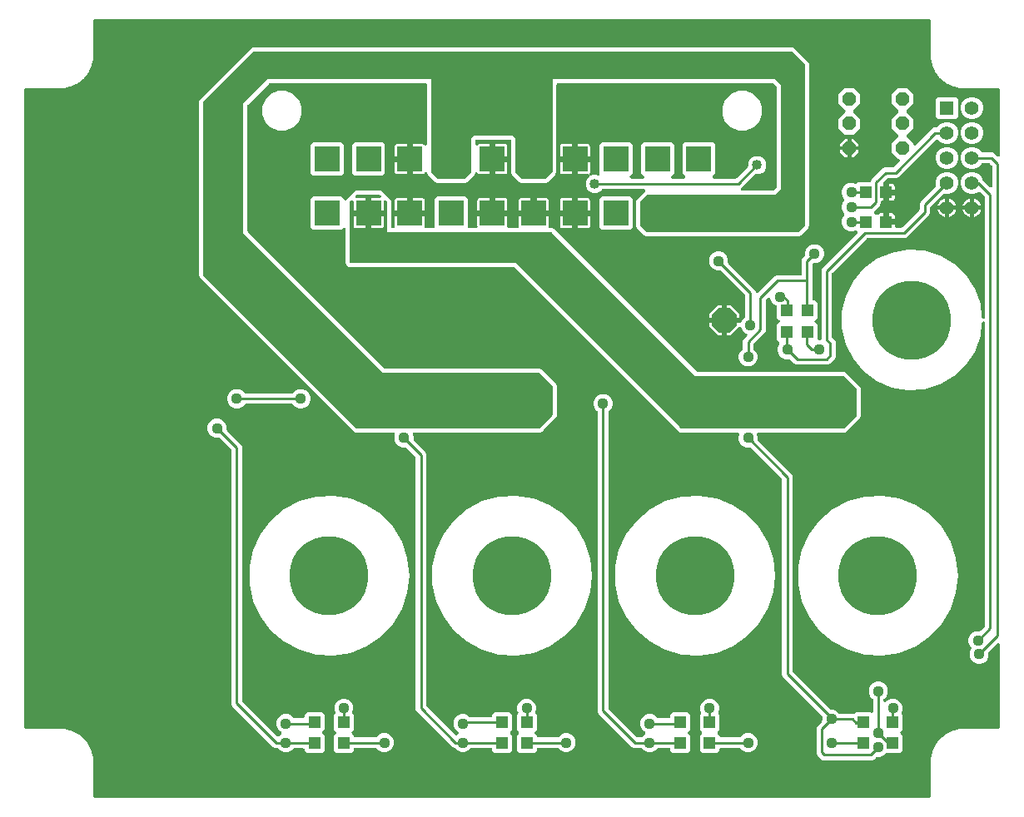
<source format=gbr>
G04 EAGLE Gerber RS-274X export*
G75*
%MOMM*%
%FSLAX34Y34*%
%LPD*%
%INBottom Copper*%
%IPPOS*%
%AMOC8*
5,1,8,0,0,1.08239X$1,22.5*%
G01*
%ADD10P,2.749271X8X202.500000*%
%ADD11C,8.000000*%
%ADD12R,2.550000X2.550000*%
%ADD13P,1.525737X8X112.500000*%
%ADD14R,1.409600X1.409600*%
%ADD15C,1.409600*%
%ADD16R,1.200000X1.200000*%
%ADD17C,0.254000*%
%ADD18C,1.117600*%
%ADD19C,1.108000*%
%ADD20C,1.016000*%
%ADD21C,1.422400*%
%ADD22C,1.114800*%

G36*
X924438Y4068D02*
X924438Y4068D01*
X924464Y4066D01*
X924611Y4088D01*
X924758Y4105D01*
X924783Y4113D01*
X924809Y4117D01*
X924947Y4172D01*
X925086Y4222D01*
X925108Y4236D01*
X925133Y4246D01*
X925254Y4331D01*
X925379Y4411D01*
X925397Y4430D01*
X925419Y4445D01*
X925518Y4555D01*
X925621Y4662D01*
X925635Y4684D01*
X925652Y4704D01*
X925724Y4834D01*
X925800Y4961D01*
X925808Y4986D01*
X925821Y5009D01*
X925861Y5152D01*
X925906Y5293D01*
X925908Y5319D01*
X925916Y5344D01*
X925935Y5588D01*
X925935Y37916D01*
X925927Y37988D01*
X925928Y38060D01*
X925907Y38160D01*
X925895Y38262D01*
X925871Y38330D01*
X925856Y38401D01*
X925817Y38485D01*
X925931Y40091D01*
X925930Y40130D01*
X925935Y40200D01*
X925935Y43104D01*
X925920Y43241D01*
X925918Y43257D01*
X925935Y43467D01*
X925935Y44485D01*
X926321Y45924D01*
X926324Y45947D01*
X926332Y45968D01*
X926369Y46210D01*
X926381Y46374D01*
X926454Y46498D01*
X926462Y46519D01*
X926469Y46532D01*
X926481Y46573D01*
X926536Y46728D01*
X926764Y47576D01*
X926771Y47629D01*
X926788Y47681D01*
X926797Y47801D01*
X926815Y47921D01*
X926810Y47974D01*
X926814Y48028D01*
X926796Y48148D01*
X926790Y48219D01*
X927267Y49498D01*
X927276Y49534D01*
X927328Y49707D01*
X927644Y51157D01*
X927672Y51193D01*
X927709Y51276D01*
X927755Y51353D01*
X927795Y51465D01*
X927816Y51511D01*
X927822Y51539D01*
X927837Y51584D01*
X928257Y53148D01*
X929244Y54858D01*
X929246Y54862D01*
X929248Y54866D01*
X929352Y55088D01*
X929519Y55536D01*
X929597Y55612D01*
X929732Y55743D01*
X929732Y55744D01*
X929733Y55744D01*
X929733Y55745D01*
X929871Y55944D01*
X930267Y56631D01*
X930282Y56664D01*
X930302Y56694D01*
X930315Y56730D01*
X930328Y56751D01*
X930353Y56828D01*
X930406Y56951D01*
X930412Y56986D01*
X930425Y57020D01*
X930433Y57079D01*
X930434Y57083D01*
X930436Y57098D01*
X930444Y57157D01*
X930462Y57257D01*
X931137Y58159D01*
X931162Y58202D01*
X931237Y58311D01*
X931894Y59448D01*
X931899Y59461D01*
X931911Y59479D01*
X932207Y60020D01*
X932224Y60046D01*
X932254Y60080D01*
X932273Y60116D01*
X932314Y60175D01*
X932741Y60916D01*
X934493Y62667D01*
X934516Y62697D01*
X934635Y62832D01*
X935116Y63474D01*
X935119Y63475D01*
X935135Y63483D01*
X935152Y63488D01*
X935289Y63565D01*
X935427Y63638D01*
X935440Y63650D01*
X935456Y63658D01*
X935642Y63817D01*
X936183Y64358D01*
X936194Y64372D01*
X936208Y64383D01*
X936303Y64508D01*
X936400Y64631D01*
X936407Y64647D01*
X936418Y64661D01*
X936482Y64804D01*
X936516Y64877D01*
X937168Y65365D01*
X937196Y65391D01*
X937333Y65507D01*
X939084Y67259D01*
X939825Y67686D01*
X939912Y67751D01*
X939989Y67798D01*
X940521Y68089D01*
X940533Y68097D01*
X940552Y68106D01*
X941689Y68763D01*
X941730Y68793D01*
X941841Y68863D01*
X942738Y69534D01*
X942739Y69534D01*
X942774Y69541D01*
X942810Y69542D01*
X942944Y69576D01*
X943080Y69604D01*
X943113Y69619D01*
X943148Y69628D01*
X943369Y69733D01*
X944056Y70129D01*
X944196Y70233D01*
X944335Y70336D01*
X944335Y70337D01*
X944443Y70463D01*
X944455Y70477D01*
X944912Y70648D01*
X944916Y70650D01*
X944921Y70651D01*
X945142Y70756D01*
X946851Y71743D01*
X948416Y72163D01*
X948500Y72196D01*
X948587Y72219D01*
X948662Y72260D01*
X948740Y72291D01*
X948814Y72342D01*
X948839Y72355D01*
X950293Y72672D01*
X950329Y72684D01*
X950502Y72733D01*
X951782Y73210D01*
X951783Y73210D01*
X951835Y73197D01*
X951956Y73195D01*
X952076Y73185D01*
X952130Y73193D01*
X952184Y73192D01*
X952413Y73235D01*
X952421Y73236D01*
X952422Y73236D01*
X952424Y73236D01*
X953272Y73464D01*
X953416Y73521D01*
X953563Y73575D01*
X953578Y73585D01*
X953596Y73592D01*
X953637Y73620D01*
X953790Y73631D01*
X953813Y73635D01*
X953835Y73635D01*
X954076Y73679D01*
X955515Y74065D01*
X956533Y74065D01*
X956574Y74069D01*
X956615Y74067D01*
X956705Y74079D01*
X956725Y74074D01*
X956775Y74074D01*
X956896Y74065D01*
X959800Y74065D01*
X959840Y74069D01*
X959909Y74069D01*
X961499Y74182D01*
X961505Y74179D01*
X961604Y74151D01*
X961699Y74114D01*
X961771Y74104D01*
X961840Y74084D01*
X962001Y74071D01*
X962044Y74065D01*
X962060Y74067D01*
X962084Y74065D01*
X994412Y74065D01*
X994438Y74068D01*
X994464Y74066D01*
X994611Y74088D01*
X994758Y74105D01*
X994783Y74113D01*
X994809Y74117D01*
X994947Y74172D01*
X995086Y74222D01*
X995108Y74236D01*
X995133Y74246D01*
X995254Y74331D01*
X995379Y74411D01*
X995397Y74430D01*
X995419Y74445D01*
X995518Y74555D01*
X995621Y74662D01*
X995635Y74684D01*
X995652Y74704D01*
X995724Y74834D01*
X995800Y74961D01*
X995808Y74986D01*
X995821Y75009D01*
X995861Y75152D01*
X995906Y75293D01*
X995908Y75319D01*
X995916Y75344D01*
X995935Y75588D01*
X995935Y159713D01*
X995924Y159813D01*
X995922Y159914D01*
X995904Y159986D01*
X995895Y160060D01*
X995862Y160154D01*
X995837Y160252D01*
X995803Y160318D01*
X995778Y160388D01*
X995723Y160472D01*
X995677Y160561D01*
X995629Y160618D01*
X995589Y160681D01*
X995517Y160750D01*
X995452Y160827D01*
X995392Y160871D01*
X995338Y160923D01*
X995252Y160974D01*
X995171Y161034D01*
X995103Y161063D01*
X995039Y161102D01*
X994943Y161132D01*
X994851Y161172D01*
X994778Y161185D01*
X994707Y161208D01*
X994607Y161216D01*
X994508Y161234D01*
X994434Y161230D01*
X994360Y161236D01*
X994260Y161221D01*
X994160Y161216D01*
X994089Y161195D01*
X994015Y161184D01*
X993922Y161147D01*
X993825Y161119D01*
X993760Y161083D01*
X993691Y161055D01*
X993609Y160998D01*
X993521Y160949D01*
X993445Y160884D01*
X993405Y160856D01*
X993381Y160830D01*
X993335Y160790D01*
X985099Y152554D01*
X985020Y152455D01*
X984936Y152362D01*
X984912Y152319D01*
X984882Y152281D01*
X984828Y152167D01*
X984767Y152057D01*
X984754Y152010D01*
X984733Y151966D01*
X984707Y151843D01*
X984672Y151721D01*
X984667Y151660D01*
X984660Y151626D01*
X984661Y151578D01*
X984653Y151477D01*
X984653Y148080D01*
X983183Y144532D01*
X980468Y141817D01*
X976920Y140347D01*
X973080Y140347D01*
X969532Y141817D01*
X966817Y144532D01*
X965347Y148080D01*
X965347Y151920D01*
X966886Y155634D01*
X966907Y155707D01*
X966937Y155777D01*
X966954Y155874D01*
X966981Y155969D01*
X966985Y156045D01*
X966998Y156120D01*
X966993Y156219D01*
X966998Y156317D01*
X966984Y156392D01*
X966980Y156468D01*
X966953Y156563D01*
X966936Y156660D01*
X966905Y156730D01*
X966884Y156803D01*
X966836Y156889D01*
X966797Y156979D01*
X966751Y157041D01*
X966714Y157107D01*
X966617Y157221D01*
X966589Y157259D01*
X966574Y157271D01*
X966555Y157294D01*
X965567Y158282D01*
X964097Y161830D01*
X964097Y165670D01*
X965567Y169218D01*
X968282Y171933D01*
X971830Y173403D01*
X975227Y173403D01*
X975353Y173417D01*
X975479Y173424D01*
X975526Y173437D01*
X975574Y173443D01*
X975693Y173485D01*
X975814Y173520D01*
X975856Y173544D01*
X975902Y173560D01*
X976008Y173629D01*
X976118Y173690D01*
X976164Y173730D01*
X976194Y173749D01*
X976228Y173784D01*
X976304Y173849D01*
X980469Y178014D01*
X980548Y178113D01*
X980632Y178206D01*
X980656Y178249D01*
X980686Y178287D01*
X980740Y178401D01*
X980801Y178511D01*
X980814Y178558D01*
X980835Y178602D01*
X980861Y178725D01*
X980896Y178847D01*
X980901Y178908D01*
X980908Y178942D01*
X980907Y178990D01*
X980915Y179091D01*
X980915Y487040D01*
X980905Y487126D01*
X980906Y487212D01*
X980886Y487298D01*
X980875Y487386D01*
X980846Y487468D01*
X980827Y487551D01*
X980788Y487631D01*
X980758Y487715D01*
X980711Y487787D01*
X980673Y487864D01*
X980617Y487933D01*
X980569Y488007D01*
X980507Y488067D01*
X980452Y488134D01*
X980382Y488188D01*
X980318Y488250D01*
X980244Y488294D01*
X980176Y488346D01*
X980095Y488383D01*
X980019Y488428D01*
X979937Y488455D01*
X979859Y488490D01*
X979772Y488508D01*
X979687Y488535D01*
X979601Y488541D01*
X979517Y488558D01*
X979428Y488555D01*
X979340Y488563D01*
X979255Y488550D01*
X979169Y488547D01*
X979083Y488524D01*
X978995Y488511D01*
X978915Y488479D01*
X978832Y488457D01*
X978754Y488415D01*
X978671Y488382D01*
X978601Y488333D01*
X978525Y488292D01*
X978458Y488234D01*
X978385Y488183D01*
X978327Y488119D01*
X978263Y488062D01*
X978211Y487990D01*
X978152Y487924D01*
X978110Y487849D01*
X978060Y487779D01*
X978026Y487697D01*
X977983Y487619D01*
X977960Y487537D01*
X977927Y487457D01*
X977902Y487332D01*
X977888Y487284D01*
X977886Y487250D01*
X977879Y487217D01*
X976276Y473498D01*
X970593Y457886D01*
X961464Y444006D01*
X949379Y432605D01*
X934991Y424298D01*
X919075Y419533D01*
X902489Y418567D01*
X886128Y421452D01*
X870873Y428032D01*
X857546Y437953D01*
X846867Y450680D01*
X839411Y465527D01*
X835579Y481693D01*
X835579Y498307D01*
X839411Y514473D01*
X846867Y529320D01*
X857546Y542047D01*
X870873Y551968D01*
X886128Y558548D01*
X902489Y561433D01*
X919075Y560467D01*
X934991Y555702D01*
X949379Y547395D01*
X961464Y535994D01*
X970593Y522114D01*
X976276Y506502D01*
X977879Y492783D01*
X977899Y492699D01*
X977909Y492614D01*
X977939Y492530D01*
X977959Y492444D01*
X977997Y492367D01*
X978026Y492286D01*
X978074Y492211D01*
X978114Y492132D01*
X978169Y492065D01*
X978215Y491993D01*
X978279Y491931D01*
X978335Y491863D01*
X978404Y491810D01*
X978466Y491751D01*
X978542Y491705D01*
X978612Y491651D01*
X978691Y491616D01*
X978765Y491572D01*
X978849Y491545D01*
X978930Y491508D01*
X979015Y491492D01*
X979097Y491465D01*
X979185Y491458D01*
X979272Y491441D01*
X979358Y491444D01*
X979444Y491438D01*
X979532Y491451D01*
X979621Y491454D01*
X979704Y491476D01*
X979789Y491489D01*
X979871Y491522D01*
X979957Y491545D01*
X980033Y491586D01*
X980113Y491618D01*
X980185Y491668D01*
X980264Y491711D01*
X980328Y491768D01*
X980399Y491817D01*
X980458Y491883D01*
X980525Y491941D01*
X980575Y492012D01*
X980632Y492076D01*
X980675Y492153D01*
X980727Y492226D01*
X980759Y492305D01*
X980801Y492381D01*
X980825Y492466D01*
X980859Y492548D01*
X980872Y492633D01*
X980896Y492716D01*
X980906Y492843D01*
X980914Y492892D01*
X980913Y492926D01*
X980915Y492960D01*
X980915Y614659D01*
X980901Y614785D01*
X980894Y614911D01*
X980881Y614958D01*
X980875Y615006D01*
X980833Y615125D01*
X980798Y615246D01*
X980774Y615288D01*
X980758Y615334D01*
X980689Y615440D01*
X980628Y615550D01*
X980588Y615596D01*
X980569Y615626D01*
X980534Y615660D01*
X980469Y615736D01*
X976088Y620118D01*
X976067Y620134D01*
X976050Y620154D01*
X975931Y620242D01*
X975815Y620334D01*
X975791Y620346D01*
X975770Y620361D01*
X975634Y620420D01*
X975500Y620483D01*
X975474Y620489D01*
X975450Y620499D01*
X975303Y620526D01*
X975159Y620557D01*
X975133Y620556D01*
X975107Y620561D01*
X974958Y620553D01*
X974810Y620551D01*
X974785Y620544D01*
X974759Y620543D01*
X974616Y620502D01*
X974472Y620466D01*
X974449Y620454D01*
X974424Y620446D01*
X974295Y620374D01*
X974163Y620306D01*
X974143Y620289D01*
X974120Y620276D01*
X974016Y620188D01*
X969910Y618487D01*
X965490Y618487D01*
X961405Y620179D01*
X958279Y623305D01*
X956587Y627390D01*
X956587Y631810D01*
X958279Y635895D01*
X961405Y639021D01*
X965490Y640713D01*
X969910Y640713D01*
X973995Y639021D01*
X977121Y635895D01*
X978222Y633236D01*
X978223Y633234D01*
X978224Y633233D01*
X978305Y633087D01*
X978391Y632932D01*
X978393Y632930D01*
X978394Y632928D01*
X978552Y632742D01*
X985815Y625480D01*
X985893Y625417D01*
X985966Y625347D01*
X986030Y625309D01*
X986088Y625263D01*
X986179Y625220D01*
X986265Y625168D01*
X986336Y625146D01*
X986403Y625114D01*
X986501Y625093D01*
X986597Y625062D01*
X986671Y625056D01*
X986744Y625041D01*
X986844Y625042D01*
X986944Y625034D01*
X987018Y625045D01*
X987092Y625047D01*
X987189Y625071D01*
X987289Y625086D01*
X987358Y625113D01*
X987430Y625132D01*
X987520Y625178D01*
X987613Y625215D01*
X987674Y625257D01*
X987740Y625291D01*
X987817Y625356D01*
X987899Y625414D01*
X987949Y625469D01*
X988005Y625517D01*
X988065Y625598D01*
X988132Y625672D01*
X988168Y625737D01*
X988213Y625797D01*
X988252Y625890D01*
X988301Y625977D01*
X988321Y626049D01*
X988351Y626117D01*
X988368Y626216D01*
X988396Y626313D01*
X988404Y626413D01*
X988412Y626460D01*
X988410Y626496D01*
X988415Y626557D01*
X988415Y645909D01*
X988401Y646035D01*
X988394Y646161D01*
X988381Y646208D01*
X988375Y646256D01*
X988333Y646375D01*
X988298Y646496D01*
X988274Y646538D01*
X988258Y646584D01*
X988189Y646690D01*
X988128Y646800D01*
X988088Y646846D01*
X988069Y646876D01*
X988034Y646910D01*
X987969Y646986D01*
X985736Y649219D01*
X985637Y649298D01*
X985544Y649382D01*
X985501Y649406D01*
X985463Y649436D01*
X985349Y649490D01*
X985239Y649551D01*
X985192Y649564D01*
X985148Y649585D01*
X985025Y649611D01*
X984903Y649646D01*
X984842Y649651D01*
X984808Y649658D01*
X984760Y649657D01*
X984659Y649665D01*
X978536Y649665D01*
X978460Y649657D01*
X978384Y649658D01*
X978288Y649637D01*
X978190Y649625D01*
X978118Y649600D01*
X978043Y649583D01*
X977955Y649541D01*
X977862Y649508D01*
X977798Y649466D01*
X977729Y649434D01*
X977652Y649372D01*
X977569Y649319D01*
X977516Y649264D01*
X977456Y649216D01*
X977395Y649139D01*
X977327Y649068D01*
X977288Y649003D01*
X977240Y648943D01*
X977172Y648810D01*
X977148Y648769D01*
X977142Y648751D01*
X977129Y648725D01*
X977121Y648705D01*
X973995Y645579D01*
X969910Y643887D01*
X965490Y643887D01*
X961405Y645579D01*
X958279Y648705D01*
X956587Y652790D01*
X956587Y657210D01*
X958279Y661295D01*
X961405Y664421D01*
X965490Y666113D01*
X969910Y666113D01*
X973995Y664421D01*
X977121Y661295D01*
X977129Y661275D01*
X977166Y661208D01*
X977194Y661137D01*
X977250Y661057D01*
X977298Y660971D01*
X977350Y660914D01*
X977393Y660851D01*
X977466Y660785D01*
X977532Y660712D01*
X977595Y660669D01*
X977652Y660618D01*
X977738Y660570D01*
X977819Y660514D01*
X977890Y660486D01*
X977957Y660449D01*
X978052Y660422D01*
X978143Y660386D01*
X978219Y660375D01*
X978293Y660354D01*
X978441Y660342D01*
X978488Y660335D01*
X978507Y660337D01*
X978536Y660335D01*
X988561Y660335D01*
X990522Y659523D01*
X992237Y657808D01*
X993335Y656710D01*
X993414Y656647D01*
X993486Y656577D01*
X993550Y656539D01*
X993608Y656493D01*
X993699Y656450D01*
X993785Y656398D01*
X993856Y656376D01*
X993923Y656344D01*
X994021Y656323D01*
X994117Y656292D01*
X994191Y656286D01*
X994264Y656271D01*
X994364Y656272D01*
X994464Y656264D01*
X994538Y656275D01*
X994612Y656277D01*
X994709Y656301D01*
X994809Y656316D01*
X994878Y656343D01*
X994950Y656362D01*
X995039Y656408D01*
X995133Y656445D01*
X995194Y656487D01*
X995260Y656521D01*
X995336Y656586D01*
X995419Y656644D01*
X995469Y656699D01*
X995525Y656747D01*
X995585Y656828D01*
X995652Y656902D01*
X995688Y656968D01*
X995733Y657027D01*
X995772Y657119D01*
X995821Y657207D01*
X995841Y657279D01*
X995871Y657347D01*
X995888Y657446D01*
X995916Y657543D01*
X995924Y657643D01*
X995932Y657690D01*
X995930Y657726D01*
X995935Y657787D01*
X995935Y724412D01*
X995932Y724438D01*
X995934Y724464D01*
X995912Y724611D01*
X995895Y724758D01*
X995887Y724783D01*
X995883Y724809D01*
X995828Y724947D01*
X995778Y725086D01*
X995764Y725108D01*
X995754Y725133D01*
X995669Y725254D01*
X995589Y725379D01*
X995570Y725397D01*
X995555Y725419D01*
X995445Y725518D01*
X995338Y725621D01*
X995316Y725635D01*
X995296Y725652D01*
X995166Y725724D01*
X995039Y725800D01*
X995014Y725808D01*
X994991Y725821D01*
X994848Y725861D01*
X994707Y725906D01*
X994681Y725908D01*
X994656Y725916D01*
X994412Y725935D01*
X962084Y725935D01*
X962012Y725927D01*
X961940Y725928D01*
X961840Y725907D01*
X961738Y725895D01*
X961670Y725871D01*
X961599Y725856D01*
X961515Y725817D01*
X959909Y725931D01*
X959870Y725930D01*
X959800Y725935D01*
X956896Y725935D01*
X956759Y725920D01*
X956743Y725918D01*
X956533Y725935D01*
X955515Y725935D01*
X954076Y726321D01*
X954053Y726324D01*
X954032Y726332D01*
X953790Y726369D01*
X953626Y726381D01*
X953502Y726454D01*
X953481Y726462D01*
X953468Y726469D01*
X953427Y726481D01*
X953272Y726536D01*
X952424Y726764D01*
X952371Y726771D01*
X952319Y726788D01*
X952199Y726797D01*
X952079Y726815D01*
X952026Y726810D01*
X951972Y726814D01*
X951852Y726796D01*
X951781Y726790D01*
X950502Y727267D01*
X950466Y727276D01*
X950293Y727328D01*
X948843Y727644D01*
X948806Y727672D01*
X948724Y727709D01*
X948646Y727755D01*
X948535Y727795D01*
X948489Y727816D01*
X948460Y727822D01*
X948416Y727837D01*
X946852Y728257D01*
X945142Y729244D01*
X945138Y729246D01*
X945134Y729248D01*
X944912Y729352D01*
X944464Y729519D01*
X944360Y729626D01*
X944257Y729732D01*
X944256Y729732D01*
X944256Y729733D01*
X944255Y729733D01*
X944055Y729871D01*
X943369Y730267D01*
X943336Y730282D01*
X943306Y730302D01*
X943176Y730351D01*
X943049Y730406D01*
X943014Y730412D01*
X942980Y730425D01*
X942843Y730444D01*
X942743Y730462D01*
X941841Y731137D01*
X941798Y731162D01*
X941689Y731237D01*
X940552Y731894D01*
X940539Y731900D01*
X940520Y731912D01*
X939980Y732207D01*
X939955Y732224D01*
X939921Y732253D01*
X939885Y732272D01*
X939825Y732314D01*
X939084Y732741D01*
X937333Y734493D01*
X937303Y734516D01*
X937168Y734635D01*
X936526Y735116D01*
X936525Y735119D01*
X936517Y735135D01*
X936512Y735152D01*
X936435Y735289D01*
X936362Y735427D01*
X936350Y735440D01*
X936342Y735456D01*
X936183Y735642D01*
X935642Y736183D01*
X935628Y736194D01*
X935617Y736208D01*
X935492Y736303D01*
X935369Y736400D01*
X935353Y736407D01*
X935339Y736418D01*
X935196Y736482D01*
X935123Y736516D01*
X934635Y737168D01*
X934609Y737195D01*
X934493Y737333D01*
X932741Y739084D01*
X932314Y739825D01*
X932249Y739912D01*
X932203Y739986D01*
X931911Y740520D01*
X931903Y740532D01*
X931894Y740552D01*
X931237Y741689D01*
X931207Y741729D01*
X931137Y741841D01*
X930466Y742738D01*
X930466Y742739D01*
X930459Y742774D01*
X930458Y742810D01*
X930424Y742944D01*
X930396Y743080D01*
X930381Y743113D01*
X930372Y743148D01*
X930267Y743369D01*
X929871Y744055D01*
X929777Y744183D01*
X929664Y744335D01*
X929663Y744335D01*
X929527Y744451D01*
X929523Y744455D01*
X929352Y744912D01*
X929350Y744916D01*
X929349Y744921D01*
X929281Y745063D01*
X929273Y745085D01*
X929267Y745093D01*
X929244Y745142D01*
X928257Y746852D01*
X927837Y748416D01*
X927804Y748500D01*
X927780Y748588D01*
X927740Y748662D01*
X927709Y748740D01*
X927658Y748815D01*
X927645Y748839D01*
X927328Y750293D01*
X927316Y750329D01*
X927267Y750502D01*
X926790Y751782D01*
X926790Y751783D01*
X926803Y751835D01*
X926805Y751956D01*
X926815Y752076D01*
X926807Y752130D01*
X926808Y752184D01*
X926765Y752413D01*
X926764Y752421D01*
X926764Y752422D01*
X926764Y752424D01*
X926536Y753272D01*
X926479Y753416D01*
X926425Y753563D01*
X926415Y753578D01*
X926408Y753596D01*
X926380Y753637D01*
X926369Y753790D01*
X926365Y753813D01*
X926365Y753835D01*
X926321Y754076D01*
X925935Y755515D01*
X925935Y756533D01*
X925931Y756574D01*
X925933Y756615D01*
X925921Y756705D01*
X925926Y756725D01*
X925926Y756775D01*
X925935Y756896D01*
X925935Y759800D01*
X925931Y759840D01*
X925931Y759909D01*
X925818Y761499D01*
X925821Y761505D01*
X925849Y761604D01*
X925886Y761699D01*
X925896Y761771D01*
X925916Y761840D01*
X925929Y762001D01*
X925935Y762044D01*
X925933Y762060D01*
X925935Y762084D01*
X925935Y794412D01*
X925932Y794438D01*
X925934Y794464D01*
X925912Y794611D01*
X925895Y794758D01*
X925887Y794783D01*
X925883Y794809D01*
X925828Y794947D01*
X925778Y795086D01*
X925764Y795108D01*
X925754Y795133D01*
X925669Y795254D01*
X925589Y795379D01*
X925570Y795397D01*
X925555Y795419D01*
X925445Y795518D01*
X925338Y795621D01*
X925316Y795635D01*
X925296Y795652D01*
X925166Y795724D01*
X925039Y795800D01*
X925014Y795808D01*
X924991Y795821D01*
X924848Y795861D01*
X924707Y795906D01*
X924681Y795908D01*
X924656Y795916D01*
X924412Y795935D01*
X75588Y795935D01*
X75562Y795932D01*
X75536Y795934D01*
X75389Y795912D01*
X75242Y795895D01*
X75217Y795887D01*
X75191Y795883D01*
X75053Y795828D01*
X74914Y795778D01*
X74892Y795764D01*
X74867Y795754D01*
X74746Y795669D01*
X74621Y795589D01*
X74603Y795570D01*
X74581Y795555D01*
X74482Y795445D01*
X74379Y795338D01*
X74365Y795316D01*
X74348Y795296D01*
X74276Y795166D01*
X74200Y795039D01*
X74192Y795014D01*
X74179Y794991D01*
X74139Y794848D01*
X74094Y794707D01*
X74092Y794681D01*
X74084Y794656D01*
X74065Y794412D01*
X74065Y762084D01*
X74073Y762012D01*
X74072Y761940D01*
X74093Y761840D01*
X74105Y761738D01*
X74129Y761670D01*
X74144Y761599D01*
X74183Y761515D01*
X74069Y759909D01*
X74070Y759870D01*
X74065Y759800D01*
X74065Y756896D01*
X74080Y756759D01*
X74082Y756743D01*
X74065Y756533D01*
X74065Y755515D01*
X73679Y754076D01*
X73676Y754053D01*
X73668Y754032D01*
X73631Y753790D01*
X73619Y753626D01*
X73546Y753502D01*
X73538Y753481D01*
X73531Y753468D01*
X73519Y753427D01*
X73464Y753272D01*
X73236Y752424D01*
X73229Y752371D01*
X73212Y752319D01*
X73203Y752199D01*
X73185Y752079D01*
X73190Y752026D01*
X73186Y751972D01*
X73204Y751852D01*
X73210Y751781D01*
X72733Y750502D01*
X72724Y750466D01*
X72672Y750293D01*
X72356Y748843D01*
X72328Y748807D01*
X72291Y748724D01*
X72245Y748647D01*
X72205Y748535D01*
X72184Y748489D01*
X72178Y748460D01*
X72163Y748416D01*
X71743Y746852D01*
X70756Y745142D01*
X70754Y745138D01*
X70752Y745134D01*
X70699Y745020D01*
X70681Y744991D01*
X70673Y744966D01*
X70648Y744912D01*
X70481Y744464D01*
X70374Y744360D01*
X70268Y744257D01*
X70268Y744256D01*
X70267Y744256D01*
X70267Y744255D01*
X70129Y744055D01*
X69733Y743369D01*
X69718Y743336D01*
X69698Y743306D01*
X69649Y743176D01*
X69594Y743049D01*
X69588Y743014D01*
X69575Y742980D01*
X69556Y742843D01*
X69538Y742743D01*
X68863Y741841D01*
X68838Y741797D01*
X68763Y741689D01*
X68106Y740552D01*
X68101Y740539D01*
X68089Y740520D01*
X67793Y739980D01*
X67776Y739955D01*
X67747Y739921D01*
X67728Y739885D01*
X67686Y739825D01*
X67259Y739084D01*
X65507Y737333D01*
X65484Y737303D01*
X65365Y737168D01*
X64884Y736526D01*
X64881Y736525D01*
X64865Y736517D01*
X64848Y736512D01*
X64711Y736435D01*
X64573Y736362D01*
X64560Y736350D01*
X64544Y736342D01*
X64358Y736183D01*
X63817Y735642D01*
X63806Y735628D01*
X63792Y735617D01*
X63697Y735492D01*
X63600Y735369D01*
X63593Y735353D01*
X63582Y735339D01*
X63518Y735196D01*
X63484Y735123D01*
X62832Y734635D01*
X62805Y734609D01*
X62667Y734493D01*
X60916Y732741D01*
X60175Y732314D01*
X60088Y732249D01*
X60014Y732203D01*
X59480Y731911D01*
X59468Y731903D01*
X59448Y731894D01*
X58311Y731237D01*
X58271Y731207D01*
X58159Y731137D01*
X57262Y730466D01*
X57261Y730466D01*
X57226Y730459D01*
X57190Y730458D01*
X57056Y730424D01*
X56920Y730396D01*
X56887Y730381D01*
X56852Y730372D01*
X56631Y730267D01*
X55945Y729871D01*
X55791Y729757D01*
X55665Y729664D01*
X55665Y729663D01*
X55545Y729523D01*
X55088Y729352D01*
X55084Y729350D01*
X55079Y729349D01*
X54858Y729244D01*
X53148Y728257D01*
X51584Y727837D01*
X51500Y727804D01*
X51412Y727780D01*
X51338Y727740D01*
X51260Y727709D01*
X51185Y727658D01*
X51161Y727645D01*
X49707Y727328D01*
X49671Y727316D01*
X49498Y727267D01*
X48218Y726790D01*
X48217Y726790D01*
X48165Y726803D01*
X48044Y726805D01*
X47924Y726815D01*
X47870Y726807D01*
X47816Y726808D01*
X47587Y726765D01*
X47579Y726764D01*
X47578Y726764D01*
X47576Y726764D01*
X46728Y726536D01*
X46584Y726479D01*
X46437Y726425D01*
X46422Y726415D01*
X46404Y726408D01*
X46363Y726380D01*
X46210Y726369D01*
X46187Y726365D01*
X46165Y726365D01*
X45924Y726321D01*
X44485Y725935D01*
X43467Y725935D01*
X43426Y725931D01*
X43385Y725933D01*
X43295Y725921D01*
X43275Y725926D01*
X43225Y725926D01*
X43104Y725935D01*
X40200Y725935D01*
X40160Y725931D01*
X40091Y725931D01*
X38501Y725818D01*
X38495Y725821D01*
X38396Y725849D01*
X38301Y725886D01*
X38229Y725896D01*
X38160Y725916D01*
X37999Y725929D01*
X37956Y725935D01*
X37940Y725933D01*
X37916Y725935D01*
X5588Y725935D01*
X5562Y725932D01*
X5536Y725934D01*
X5389Y725912D01*
X5242Y725895D01*
X5217Y725887D01*
X5191Y725883D01*
X5053Y725828D01*
X4914Y725778D01*
X4892Y725764D01*
X4867Y725754D01*
X4746Y725669D01*
X4621Y725589D01*
X4603Y725570D01*
X4581Y725555D01*
X4482Y725445D01*
X4379Y725338D01*
X4365Y725316D01*
X4348Y725296D01*
X4276Y725166D01*
X4200Y725039D01*
X4192Y725014D01*
X4179Y724991D01*
X4139Y724848D01*
X4094Y724707D01*
X4092Y724681D01*
X4084Y724656D01*
X4065Y724412D01*
X4065Y75588D01*
X4068Y75562D01*
X4066Y75536D01*
X4088Y75389D01*
X4105Y75242D01*
X4113Y75217D01*
X4117Y75191D01*
X4172Y75053D01*
X4222Y74914D01*
X4236Y74892D01*
X4246Y74867D01*
X4331Y74746D01*
X4411Y74621D01*
X4430Y74603D01*
X4445Y74581D01*
X4555Y74482D01*
X4662Y74379D01*
X4684Y74365D01*
X4704Y74348D01*
X4834Y74276D01*
X4961Y74200D01*
X4986Y74192D01*
X5009Y74179D01*
X5152Y74139D01*
X5293Y74094D01*
X5319Y74092D01*
X5344Y74084D01*
X5588Y74065D01*
X37916Y74065D01*
X37988Y74073D01*
X38060Y74072D01*
X38160Y74093D01*
X38262Y74105D01*
X38330Y74129D01*
X38401Y74144D01*
X38485Y74183D01*
X40091Y74069D01*
X40130Y74070D01*
X40200Y74065D01*
X43104Y74065D01*
X43241Y74080D01*
X43257Y74082D01*
X43467Y74065D01*
X44485Y74065D01*
X45924Y73679D01*
X45947Y73676D01*
X45968Y73668D01*
X46210Y73631D01*
X46374Y73619D01*
X46498Y73546D01*
X46519Y73538D01*
X46532Y73531D01*
X46573Y73519D01*
X46728Y73464D01*
X47576Y73236D01*
X47629Y73229D01*
X47681Y73212D01*
X47801Y73203D01*
X47921Y73185D01*
X47974Y73190D01*
X48028Y73186D01*
X48148Y73204D01*
X48219Y73210D01*
X49498Y72733D01*
X49534Y72724D01*
X49707Y72672D01*
X51157Y72356D01*
X51194Y72328D01*
X51276Y72291D01*
X51354Y72245D01*
X51465Y72205D01*
X51511Y72184D01*
X51540Y72178D01*
X51584Y72163D01*
X53149Y71743D01*
X54858Y70756D01*
X54862Y70754D01*
X54866Y70752D01*
X55088Y70648D01*
X55536Y70481D01*
X55624Y70391D01*
X55743Y70268D01*
X55744Y70268D01*
X55744Y70267D01*
X55745Y70267D01*
X55944Y70129D01*
X56631Y69733D01*
X56664Y69718D01*
X56694Y69698D01*
X56824Y69649D01*
X56951Y69594D01*
X56986Y69588D01*
X57020Y69575D01*
X57157Y69556D01*
X57257Y69538D01*
X58159Y68863D01*
X58202Y68838D01*
X58311Y68763D01*
X59448Y68106D01*
X59461Y68101D01*
X59479Y68089D01*
X60020Y67793D01*
X60046Y67776D01*
X60080Y67746D01*
X60116Y67727D01*
X60175Y67686D01*
X60916Y67259D01*
X62667Y65507D01*
X62697Y65484D01*
X62832Y65365D01*
X63474Y64884D01*
X63475Y64881D01*
X63483Y64865D01*
X63488Y64848D01*
X63565Y64711D01*
X63638Y64573D01*
X63650Y64560D01*
X63658Y64544D01*
X63817Y64358D01*
X64358Y63817D01*
X64372Y63806D01*
X64383Y63792D01*
X64508Y63697D01*
X64631Y63600D01*
X64647Y63593D01*
X64661Y63582D01*
X64804Y63518D01*
X64877Y63484D01*
X65365Y62832D01*
X65391Y62804D01*
X65507Y62667D01*
X67259Y60916D01*
X67686Y60175D01*
X67751Y60088D01*
X67798Y60011D01*
X68089Y59479D01*
X68097Y59467D01*
X68106Y59448D01*
X68763Y58311D01*
X68793Y58271D01*
X68863Y58159D01*
X69534Y57262D01*
X69534Y57261D01*
X69541Y57226D01*
X69542Y57190D01*
X69576Y57056D01*
X69584Y57016D01*
X69589Y56982D01*
X69593Y56972D01*
X69604Y56920D01*
X69619Y56887D01*
X69628Y56852D01*
X69709Y56682D01*
X69718Y56658D01*
X69724Y56649D01*
X69733Y56631D01*
X70129Y55944D01*
X70239Y55796D01*
X70336Y55665D01*
X70337Y55665D01*
X70476Y55547D01*
X70477Y55545D01*
X70648Y55088D01*
X70650Y55084D01*
X70651Y55079D01*
X70756Y54858D01*
X71743Y53148D01*
X72163Y51584D01*
X72196Y51500D01*
X72219Y51413D01*
X72260Y51338D01*
X72291Y51260D01*
X72342Y51186D01*
X72355Y51161D01*
X72672Y49707D01*
X72684Y49671D01*
X72733Y49498D01*
X73210Y48218D01*
X73210Y48217D01*
X73197Y48165D01*
X73195Y48044D01*
X73185Y47924D01*
X73193Y47870D01*
X73192Y47816D01*
X73235Y47587D01*
X73236Y47579D01*
X73236Y47578D01*
X73236Y47576D01*
X73464Y46728D01*
X73521Y46584D01*
X73575Y46437D01*
X73585Y46422D01*
X73592Y46404D01*
X73620Y46363D01*
X73631Y46210D01*
X73635Y46187D01*
X73635Y46165D01*
X73679Y45924D01*
X74065Y44485D01*
X74065Y43467D01*
X74069Y43426D01*
X74067Y43385D01*
X74079Y43295D01*
X74074Y43275D01*
X74074Y43225D01*
X74065Y43104D01*
X74065Y40200D01*
X74069Y40161D01*
X74069Y40091D01*
X74182Y38501D01*
X74179Y38495D01*
X74151Y38396D01*
X74114Y38301D01*
X74104Y38229D01*
X74084Y38160D01*
X74071Y37999D01*
X74065Y37956D01*
X74067Y37940D01*
X74065Y37916D01*
X74065Y5588D01*
X74068Y5562D01*
X74066Y5536D01*
X74088Y5389D01*
X74105Y5242D01*
X74113Y5217D01*
X74117Y5191D01*
X74172Y5053D01*
X74222Y4914D01*
X74236Y4892D01*
X74246Y4867D01*
X74331Y4746D01*
X74411Y4621D01*
X74430Y4603D01*
X74445Y4581D01*
X74555Y4482D01*
X74662Y4379D01*
X74684Y4365D01*
X74704Y4348D01*
X74834Y4276D01*
X74961Y4200D01*
X74986Y4192D01*
X75009Y4179D01*
X75152Y4139D01*
X75293Y4094D01*
X75319Y4092D01*
X75344Y4084D01*
X75588Y4065D01*
X924412Y4065D01*
X924438Y4068D01*
G37*
%LPC*%
G36*
X482316Y49435D02*
X482316Y49435D01*
X479935Y51816D01*
X479935Y53142D01*
X479932Y53168D01*
X479934Y53194D01*
X479912Y53341D01*
X479895Y53488D01*
X479887Y53513D01*
X479883Y53539D01*
X479828Y53677D01*
X479778Y53816D01*
X479764Y53838D01*
X479754Y53863D01*
X479669Y53984D01*
X479589Y54109D01*
X479570Y54127D01*
X479555Y54149D01*
X479445Y54248D01*
X479338Y54351D01*
X479316Y54365D01*
X479296Y54382D01*
X479166Y54454D01*
X479039Y54530D01*
X479014Y54538D01*
X478991Y54551D01*
X478848Y54591D01*
X478707Y54636D01*
X478681Y54638D01*
X478656Y54646D01*
X478412Y54665D01*
X458947Y54665D01*
X458822Y54651D01*
X458695Y54644D01*
X458649Y54631D01*
X458601Y54625D01*
X458482Y54583D01*
X458361Y54548D01*
X458318Y54524D01*
X458273Y54508D01*
X458167Y54439D01*
X458056Y54378D01*
X458010Y54338D01*
X457980Y54319D01*
X457947Y54284D01*
X457870Y54219D01*
X455468Y51817D01*
X451920Y50347D01*
X448080Y50347D01*
X444532Y51817D01*
X442071Y54278D01*
X442069Y54279D01*
X442068Y54281D01*
X441929Y54391D01*
X441798Y54495D01*
X441796Y54495D01*
X441795Y54497D01*
X441577Y54608D01*
X439478Y55477D01*
X402977Y91978D01*
X402165Y93939D01*
X402165Y349659D01*
X402151Y349785D01*
X402144Y349911D01*
X402131Y349958D01*
X402125Y350006D01*
X402083Y350125D01*
X402048Y350246D01*
X402024Y350288D01*
X402008Y350334D01*
X401939Y350440D01*
X401878Y350550D01*
X401838Y350596D01*
X401819Y350626D01*
X401784Y350660D01*
X401719Y350736D01*
X392554Y359901D01*
X392455Y359980D01*
X392362Y360064D01*
X392319Y360088D01*
X392281Y360118D01*
X392167Y360172D01*
X392057Y360233D01*
X392010Y360246D01*
X391966Y360267D01*
X391843Y360293D01*
X391721Y360328D01*
X391660Y360333D01*
X391626Y360340D01*
X391578Y360339D01*
X391477Y360347D01*
X388080Y360347D01*
X384532Y361817D01*
X381817Y364532D01*
X380347Y368080D01*
X380347Y371920D01*
X380913Y373285D01*
X380954Y373429D01*
X381000Y373572D01*
X381002Y373597D01*
X381008Y373620D01*
X381016Y373770D01*
X381028Y373920D01*
X381024Y373944D01*
X381025Y373968D01*
X380999Y374116D01*
X380976Y374264D01*
X380967Y374287D01*
X380963Y374311D01*
X380903Y374448D01*
X380848Y374588D01*
X380834Y374608D01*
X380824Y374631D01*
X380735Y374751D01*
X380649Y374874D01*
X380631Y374891D01*
X380616Y374911D01*
X380502Y375007D01*
X380390Y375108D01*
X380369Y375120D01*
X380350Y375136D01*
X380217Y375204D01*
X380085Y375277D01*
X380062Y375283D01*
X380040Y375295D01*
X379894Y375331D01*
X379750Y375372D01*
X379720Y375374D01*
X379702Y375379D01*
X379654Y375379D01*
X379506Y375391D01*
X342921Y375411D01*
X342920Y375411D01*
X341787Y375411D01*
X340763Y375836D01*
X340762Y375836D01*
X339733Y376263D01*
X338932Y377064D01*
X338932Y377065D01*
X338931Y377065D01*
X184248Y531748D01*
X182462Y533534D01*
X181611Y535588D01*
X181611Y712212D01*
X182462Y714266D01*
X234834Y766638D01*
X236888Y767489D01*
X785212Y767489D01*
X787266Y766638D01*
X801538Y752366D01*
X802389Y750312D01*
X802389Y586163D01*
X801538Y584109D01*
X793616Y576187D01*
X791562Y575336D01*
X636938Y575336D01*
X634884Y576187D01*
X626962Y584109D01*
X626111Y586163D01*
X626111Y610612D01*
X626962Y612666D01*
X633098Y618802D01*
X635011Y620715D01*
X635074Y620793D01*
X635143Y620866D01*
X635182Y620930D01*
X635228Y620988D01*
X635271Y621079D01*
X635322Y621165D01*
X635345Y621236D01*
X635377Y621303D01*
X635398Y621401D01*
X635429Y621497D01*
X635435Y621571D01*
X635450Y621644D01*
X635448Y621744D01*
X635457Y621844D01*
X635445Y621918D01*
X635444Y621992D01*
X635420Y622089D01*
X635405Y622189D01*
X635377Y622258D01*
X635359Y622330D01*
X635313Y622419D01*
X635276Y622513D01*
X635234Y622574D01*
X635200Y622640D01*
X635134Y622716D01*
X635077Y622799D01*
X635022Y622849D01*
X634974Y622905D01*
X634893Y622965D01*
X634818Y623032D01*
X634753Y623068D01*
X634693Y623113D01*
X634601Y623152D01*
X634513Y623201D01*
X634442Y623221D01*
X634373Y623251D01*
X634275Y623268D01*
X634178Y623296D01*
X634078Y623304D01*
X634030Y623312D01*
X633995Y623310D01*
X633934Y623315D01*
X592429Y623315D01*
X592303Y623301D01*
X592177Y623294D01*
X592131Y623281D01*
X592083Y623275D01*
X591964Y623233D01*
X591842Y623198D01*
X591800Y623174D01*
X591755Y623158D01*
X591648Y623089D01*
X591538Y623028D01*
X591492Y622988D01*
X591462Y622969D01*
X591428Y622934D01*
X591352Y622869D01*
X589380Y620898D01*
X586019Y619505D01*
X582381Y619505D01*
X579020Y620898D01*
X576448Y623470D01*
X575055Y626831D01*
X575055Y630469D01*
X576447Y633830D01*
X578450Y635832D01*
X578527Y635930D01*
X578612Y636023D01*
X578636Y636067D01*
X578666Y636105D01*
X578720Y636218D01*
X578781Y636328D01*
X578794Y636376D01*
X578815Y636421D01*
X578842Y636542D01*
X578876Y636663D01*
X578878Y636713D01*
X578889Y636761D01*
X578887Y636886D01*
X578893Y637011D01*
X578884Y637060D01*
X578883Y637110D01*
X578852Y637231D01*
X578830Y637354D01*
X578810Y637399D01*
X578798Y637448D01*
X578740Y637559D01*
X578691Y637674D01*
X578661Y637713D01*
X578638Y637757D01*
X578557Y637853D01*
X578482Y637953D01*
X578444Y637985D01*
X578412Y638023D01*
X578312Y638097D01*
X578216Y638178D01*
X578172Y638200D01*
X578132Y638230D01*
X578017Y638280D01*
X577906Y638336D01*
X577858Y638348D01*
X577812Y638368D01*
X577689Y638390D01*
X577567Y638420D01*
X577518Y638421D01*
X577469Y638430D01*
X577344Y638423D01*
X577219Y638425D01*
X577157Y638414D01*
X577121Y638412D01*
X577112Y638409D01*
X567047Y638409D01*
X567047Y650653D01*
X579291Y650653D01*
X579291Y640615D01*
X579118Y639969D01*
X578685Y639221D01*
X578675Y639197D01*
X578661Y639176D01*
X578606Y639038D01*
X578547Y638901D01*
X578542Y638876D01*
X578533Y638852D01*
X578511Y638705D01*
X578485Y638558D01*
X578486Y638533D01*
X578482Y638507D01*
X578494Y638359D01*
X578502Y638210D01*
X578509Y638185D01*
X578511Y638160D01*
X578557Y638018D01*
X578598Y637875D01*
X578610Y637853D01*
X578618Y637828D01*
X578695Y637700D01*
X578767Y637571D01*
X578785Y637552D01*
X578798Y637530D01*
X578901Y637423D01*
X579002Y637313D01*
X579023Y637298D01*
X579041Y637280D01*
X579166Y637200D01*
X579289Y637115D01*
X579312Y637105D01*
X579334Y637091D01*
X579474Y637042D01*
X579613Y636987D01*
X579638Y636983D01*
X579662Y636975D01*
X579811Y636958D01*
X579958Y636937D01*
X579983Y636939D01*
X580009Y636936D01*
X580157Y636953D01*
X580305Y636966D01*
X580329Y636974D01*
X580355Y636977D01*
X580588Y637052D01*
X582381Y637795D01*
X586019Y637795D01*
X587079Y637356D01*
X587224Y637314D01*
X587367Y637269D01*
X587391Y637267D01*
X587414Y637260D01*
X587565Y637253D01*
X587714Y637241D01*
X587738Y637244D01*
X587762Y637243D01*
X587910Y637270D01*
X588059Y637292D01*
X588081Y637301D01*
X588105Y637306D01*
X588243Y637365D01*
X588383Y637421D01*
X588403Y637435D01*
X588425Y637444D01*
X588546Y637534D01*
X588669Y637620D01*
X588685Y637638D01*
X588705Y637652D01*
X588802Y637767D01*
X588902Y637879D01*
X588914Y637900D01*
X588930Y637918D01*
X588998Y638052D01*
X589071Y638184D01*
X589077Y638207D01*
X589088Y638229D01*
X589125Y638374D01*
X589166Y638519D01*
X589168Y638548D01*
X589173Y638567D01*
X589173Y638614D01*
X589185Y638763D01*
X589185Y668134D01*
X591566Y670515D01*
X620434Y670515D01*
X622815Y668134D01*
X622815Y639266D01*
X620133Y636585D01*
X620071Y636507D01*
X620001Y636434D01*
X619963Y636370D01*
X619917Y636312D01*
X619874Y636221D01*
X619822Y636135D01*
X619800Y636064D01*
X619768Y635997D01*
X619747Y635899D01*
X619716Y635803D01*
X619710Y635729D01*
X619695Y635656D01*
X619696Y635556D01*
X619688Y635456D01*
X619699Y635382D01*
X619701Y635308D01*
X619725Y635211D01*
X619740Y635111D01*
X619767Y635042D01*
X619786Y634970D01*
X619832Y634881D01*
X619869Y634787D01*
X619911Y634726D01*
X619945Y634660D01*
X620010Y634584D01*
X620068Y634501D01*
X620123Y634451D01*
X620171Y634395D01*
X620252Y634335D01*
X620326Y634268D01*
X620391Y634232D01*
X620451Y634187D01*
X620544Y634148D01*
X620631Y634099D01*
X620703Y634079D01*
X620771Y634049D01*
X620870Y634032D01*
X620967Y634004D01*
X621067Y633996D01*
X621114Y633988D01*
X621150Y633990D01*
X621211Y633985D01*
X632789Y633985D01*
X632889Y633996D01*
X632990Y633998D01*
X633062Y634016D01*
X633136Y634025D01*
X633230Y634058D01*
X633328Y634083D01*
X633394Y634117D01*
X633464Y634142D01*
X633548Y634197D01*
X633637Y634243D01*
X633694Y634291D01*
X633757Y634331D01*
X633826Y634403D01*
X633903Y634468D01*
X633947Y634528D01*
X633999Y634582D01*
X634050Y634668D01*
X634110Y634749D01*
X634139Y634817D01*
X634178Y634881D01*
X634208Y634977D01*
X634248Y635069D01*
X634261Y635142D01*
X634284Y635213D01*
X634292Y635313D01*
X634310Y635412D01*
X634306Y635486D01*
X634312Y635560D01*
X634297Y635660D01*
X634292Y635760D01*
X634271Y635831D01*
X634260Y635905D01*
X634223Y635998D01*
X634195Y636095D01*
X634159Y636160D01*
X634131Y636229D01*
X634074Y636311D01*
X634025Y636399D01*
X633960Y636475D01*
X633932Y636515D01*
X633906Y636539D01*
X633867Y636585D01*
X631185Y639266D01*
X631185Y668134D01*
X633566Y670515D01*
X662434Y670515D01*
X664815Y668134D01*
X664815Y639266D01*
X662133Y636585D01*
X662071Y636507D01*
X662001Y636434D01*
X661963Y636370D01*
X661917Y636312D01*
X661874Y636221D01*
X661822Y636135D01*
X661800Y636064D01*
X661768Y635997D01*
X661747Y635899D01*
X661716Y635803D01*
X661710Y635729D01*
X661695Y635656D01*
X661696Y635556D01*
X661688Y635456D01*
X661699Y635382D01*
X661701Y635308D01*
X661725Y635211D01*
X661740Y635111D01*
X661767Y635042D01*
X661786Y634970D01*
X661832Y634881D01*
X661869Y634787D01*
X661911Y634726D01*
X661945Y634660D01*
X662010Y634584D01*
X662068Y634501D01*
X662123Y634451D01*
X662171Y634395D01*
X662252Y634335D01*
X662326Y634268D01*
X662391Y634232D01*
X662451Y634187D01*
X662544Y634148D01*
X662631Y634099D01*
X662703Y634079D01*
X662771Y634049D01*
X662870Y634032D01*
X662967Y634004D01*
X663067Y633996D01*
X663114Y633988D01*
X663150Y633990D01*
X663211Y633985D01*
X674789Y633985D01*
X674889Y633996D01*
X674990Y633998D01*
X675062Y634016D01*
X675136Y634025D01*
X675230Y634058D01*
X675328Y634083D01*
X675394Y634117D01*
X675464Y634142D01*
X675548Y634197D01*
X675637Y634243D01*
X675694Y634291D01*
X675757Y634331D01*
X675826Y634403D01*
X675903Y634468D01*
X675947Y634528D01*
X675999Y634582D01*
X676050Y634668D01*
X676110Y634749D01*
X676139Y634817D01*
X676178Y634881D01*
X676208Y634977D01*
X676248Y635069D01*
X676261Y635142D01*
X676284Y635213D01*
X676292Y635313D01*
X676310Y635412D01*
X676306Y635486D01*
X676312Y635560D01*
X676297Y635660D01*
X676292Y635760D01*
X676271Y635831D01*
X676260Y635905D01*
X676223Y635998D01*
X676195Y636095D01*
X676159Y636160D01*
X676131Y636229D01*
X676074Y636311D01*
X676025Y636399D01*
X675960Y636475D01*
X675932Y636515D01*
X675906Y636539D01*
X675867Y636585D01*
X673185Y639266D01*
X673185Y668134D01*
X675566Y670515D01*
X704434Y670515D01*
X706815Y668134D01*
X706815Y639266D01*
X704133Y636585D01*
X704071Y636507D01*
X704001Y636434D01*
X703963Y636370D01*
X703917Y636312D01*
X703874Y636221D01*
X703822Y636135D01*
X703800Y636064D01*
X703768Y635997D01*
X703747Y635899D01*
X703716Y635803D01*
X703710Y635729D01*
X703695Y635656D01*
X703696Y635556D01*
X703688Y635456D01*
X703699Y635382D01*
X703701Y635308D01*
X703725Y635211D01*
X703740Y635111D01*
X703767Y635042D01*
X703786Y634970D01*
X703832Y634881D01*
X703869Y634787D01*
X703911Y634726D01*
X703945Y634660D01*
X704010Y634584D01*
X704068Y634501D01*
X704123Y634451D01*
X704171Y634395D01*
X704252Y634335D01*
X704326Y634268D01*
X704391Y634232D01*
X704451Y634187D01*
X704544Y634148D01*
X704631Y634099D01*
X704703Y634079D01*
X704771Y634049D01*
X704870Y634032D01*
X704967Y634004D01*
X705067Y633996D01*
X705114Y633988D01*
X705150Y633990D01*
X705211Y633985D01*
X727409Y633985D01*
X727535Y633999D01*
X727661Y634006D01*
X727708Y634019D01*
X727756Y634025D01*
X727875Y634067D01*
X727996Y634102D01*
X728038Y634126D01*
X728084Y634142D01*
X728190Y634211D01*
X728300Y634272D01*
X728346Y634312D01*
X728376Y634331D01*
X728410Y634366D01*
X728486Y634431D01*
X739709Y645654D01*
X739788Y645753D01*
X739872Y645846D01*
X739896Y645889D01*
X739926Y645927D01*
X739980Y646041D01*
X740041Y646151D01*
X740054Y646198D01*
X740075Y646242D01*
X740101Y646365D01*
X740136Y646487D01*
X740141Y646548D01*
X740148Y646582D01*
X740147Y646630D01*
X740155Y646731D01*
X740155Y649519D01*
X741548Y652880D01*
X744120Y655452D01*
X747481Y656845D01*
X751119Y656845D01*
X754480Y655452D01*
X757052Y652880D01*
X758445Y649519D01*
X758445Y645881D01*
X757052Y642520D01*
X754480Y639948D01*
X751119Y638555D01*
X748331Y638555D01*
X748205Y638541D01*
X748079Y638534D01*
X748032Y638521D01*
X747984Y638515D01*
X747865Y638473D01*
X747744Y638438D01*
X747702Y638414D01*
X747656Y638398D01*
X747550Y638329D01*
X747440Y638268D01*
X747394Y638228D01*
X747364Y638209D01*
X747330Y638174D01*
X747254Y638109D01*
X733184Y624039D01*
X733121Y623961D01*
X733051Y623888D01*
X733013Y623824D01*
X732967Y623766D01*
X732924Y623675D01*
X732872Y623589D01*
X732850Y623518D01*
X732818Y623451D01*
X732797Y623353D01*
X732766Y623257D01*
X732760Y623183D01*
X732745Y623110D01*
X732746Y623010D01*
X732738Y622910D01*
X732749Y622836D01*
X732751Y622762D01*
X732775Y622665D01*
X732790Y622565D01*
X732817Y622496D01*
X732836Y622424D01*
X732882Y622334D01*
X732919Y622241D01*
X732961Y622180D01*
X732995Y622114D01*
X733060Y622037D01*
X733118Y621955D01*
X733173Y621905D01*
X733221Y621849D01*
X733302Y621789D01*
X733376Y621722D01*
X733441Y621686D01*
X733501Y621641D01*
X733594Y621602D01*
X733681Y621553D01*
X733753Y621533D01*
X733821Y621503D01*
X733920Y621486D01*
X734017Y621458D01*
X734117Y621450D01*
X734164Y621442D01*
X734200Y621444D01*
X734261Y621439D01*
X765279Y621439D01*
X765405Y621453D01*
X765531Y621460D01*
X765577Y621473D01*
X765625Y621479D01*
X765744Y621521D01*
X765866Y621556D01*
X765908Y621580D01*
X765953Y621596D01*
X766060Y621665D01*
X766170Y621726D01*
X766216Y621766D01*
X766246Y621785D01*
X766280Y621820D01*
X766356Y621885D01*
X768540Y624069D01*
X768619Y624168D01*
X768703Y624262D01*
X768727Y624304D01*
X768757Y624342D01*
X768811Y624456D01*
X768872Y624567D01*
X768885Y624613D01*
X768906Y624657D01*
X768932Y624780D01*
X768967Y624902D01*
X768972Y624963D01*
X768979Y624998D01*
X768978Y625046D01*
X768986Y625146D01*
X768986Y727204D01*
X768972Y727330D01*
X768965Y727456D01*
X768952Y727502D01*
X768946Y727550D01*
X768904Y727669D01*
X768869Y727791D01*
X768845Y727833D01*
X768829Y727878D01*
X768760Y727985D01*
X768699Y728095D01*
X768659Y728141D01*
X768640Y728171D01*
X768605Y728205D01*
X768540Y728281D01*
X766356Y730465D01*
X766257Y730544D01*
X766163Y730628D01*
X766121Y730652D01*
X766083Y730682D01*
X765969Y730736D01*
X765858Y730797D01*
X765812Y730810D01*
X765768Y730831D01*
X765645Y730857D01*
X765523Y730892D01*
X765462Y730897D01*
X765427Y730904D01*
X765379Y730903D01*
X765279Y730911D01*
X546737Y730911D01*
X546711Y730908D01*
X546685Y730910D01*
X546538Y730888D01*
X546391Y730871D01*
X546366Y730863D01*
X546340Y730859D01*
X546202Y730804D01*
X546063Y730754D01*
X546041Y730740D01*
X546016Y730730D01*
X545895Y730645D01*
X545770Y730565D01*
X545752Y730546D01*
X545730Y730531D01*
X545631Y730421D01*
X545528Y730314D01*
X545514Y730292D01*
X545497Y730272D01*
X545425Y730142D01*
X545349Y730015D01*
X545341Y729990D01*
X545328Y729967D01*
X545288Y729824D01*
X545243Y729683D01*
X545241Y729657D01*
X545233Y729632D01*
X545214Y729388D01*
X545214Y640138D01*
X544363Y638084D01*
X536441Y630162D01*
X534387Y629311D01*
X509938Y629311D01*
X507884Y630162D01*
X506098Y631948D01*
X506098Y631949D01*
X501749Y636298D01*
X501748Y636298D01*
X499962Y638084D01*
X499111Y640138D01*
X499111Y672238D01*
X499108Y672264D01*
X499110Y672290D01*
X499088Y672437D01*
X499071Y672584D01*
X499063Y672609D01*
X499059Y672635D01*
X499004Y672773D01*
X498954Y672912D01*
X498940Y672934D01*
X498930Y672959D01*
X498845Y673080D01*
X498765Y673205D01*
X498746Y673223D01*
X498731Y673245D01*
X498621Y673344D01*
X498514Y673447D01*
X498492Y673461D01*
X498472Y673478D01*
X498342Y673550D01*
X498215Y673626D01*
X498190Y673634D01*
X498167Y673647D01*
X498024Y673687D01*
X497883Y673732D01*
X497857Y673734D01*
X497832Y673742D01*
X497588Y673761D01*
X464187Y673761D01*
X464161Y673758D01*
X464135Y673760D01*
X463988Y673738D01*
X463841Y673721D01*
X463816Y673713D01*
X463790Y673709D01*
X463652Y673654D01*
X463513Y673604D01*
X463491Y673590D01*
X463466Y673580D01*
X463345Y673495D01*
X463220Y673415D01*
X463202Y673396D01*
X463180Y673381D01*
X463081Y673271D01*
X462978Y673164D01*
X462964Y673142D01*
X462947Y673122D01*
X462875Y672992D01*
X462799Y672865D01*
X462791Y672840D01*
X462778Y672817D01*
X462738Y672674D01*
X462693Y672533D01*
X462691Y672507D01*
X462683Y672482D01*
X462664Y672238D01*
X462664Y669134D01*
X462675Y669035D01*
X462677Y668934D01*
X462695Y668862D01*
X462704Y668788D01*
X462737Y668693D01*
X462762Y668596D01*
X462796Y668530D01*
X462821Y668460D01*
X462876Y668376D01*
X462922Y668286D01*
X462970Y668230D01*
X463010Y668167D01*
X463082Y668097D01*
X463147Y668021D01*
X463207Y667977D01*
X463261Y667925D01*
X463347Y667873D01*
X463428Y667814D01*
X463496Y667784D01*
X463560Y667746D01*
X463655Y667716D01*
X463748Y667676D01*
X463821Y667663D01*
X463892Y667640D01*
X463992Y667632D01*
X464091Y667614D01*
X464165Y667618D01*
X464239Y667612D01*
X464338Y667627D01*
X464439Y667632D01*
X464510Y667653D01*
X464584Y667664D01*
X464677Y667701D01*
X464774Y667729D01*
X464839Y667765D01*
X464908Y667792D01*
X464990Y667850D01*
X465078Y667899D01*
X465154Y667964D01*
X465194Y667991D01*
X465218Y668018D01*
X465264Y668057D01*
X465690Y668483D01*
X466269Y668818D01*
X466915Y668991D01*
X476953Y668991D01*
X476953Y655224D01*
X476956Y655198D01*
X476954Y655172D01*
X476976Y655025D01*
X476993Y654878D01*
X477001Y654853D01*
X477005Y654827D01*
X477060Y654689D01*
X477110Y654550D01*
X477124Y654528D01*
X477134Y654503D01*
X477219Y654382D01*
X477299Y654257D01*
X477318Y654239D01*
X477333Y654217D01*
X477443Y654118D01*
X477550Y654015D01*
X477572Y654001D01*
X477592Y653984D01*
X477722Y653912D01*
X477849Y653836D01*
X477874Y653828D01*
X477897Y653815D01*
X478040Y653775D01*
X478181Y653730D01*
X478207Y653728D01*
X478232Y653721D01*
X478476Y653701D01*
X480001Y653701D01*
X480001Y653699D01*
X478476Y653699D01*
X478450Y653696D01*
X478424Y653698D01*
X478277Y653676D01*
X478130Y653659D01*
X478105Y653650D01*
X478079Y653647D01*
X477941Y653592D01*
X477802Y653542D01*
X477780Y653527D01*
X477755Y653518D01*
X477634Y653433D01*
X477509Y653353D01*
X477491Y653334D01*
X477469Y653319D01*
X477370Y653209D01*
X477267Y653102D01*
X477253Y653080D01*
X477236Y653060D01*
X477164Y652930D01*
X477088Y652803D01*
X477080Y652778D01*
X477067Y652755D01*
X477027Y652612D01*
X476982Y652471D01*
X476980Y652445D01*
X476972Y652420D01*
X476953Y652176D01*
X476953Y638409D01*
X466915Y638409D01*
X466269Y638582D01*
X465690Y638917D01*
X465217Y639390D01*
X465094Y639602D01*
X465094Y639603D01*
X465094Y639604D01*
X464992Y639741D01*
X464887Y639882D01*
X464886Y639883D01*
X464748Y640000D01*
X464621Y640108D01*
X464620Y640108D01*
X464620Y640109D01*
X464452Y640194D01*
X464311Y640267D01*
X464310Y640267D01*
X464309Y640267D01*
X464136Y640310D01*
X463973Y640351D01*
X463972Y640351D01*
X463971Y640351D01*
X463786Y640354D01*
X463624Y640357D01*
X463623Y640356D01*
X463451Y640319D01*
X463284Y640283D01*
X463283Y640282D01*
X463282Y640282D01*
X463126Y640208D01*
X462969Y640133D01*
X462968Y640133D01*
X462967Y640132D01*
X462826Y640019D01*
X462696Y639916D01*
X462695Y639915D01*
X462588Y639780D01*
X462480Y639643D01*
X462480Y639642D01*
X462479Y639641D01*
X462368Y639424D01*
X461813Y638084D01*
X453891Y630162D01*
X451837Y629311D01*
X424213Y629311D01*
X422159Y630162D01*
X414237Y638084D01*
X413661Y639474D01*
X413661Y639475D01*
X413589Y639604D01*
X413492Y639779D01*
X413491Y639780D01*
X413374Y639910D01*
X413258Y640037D01*
X413257Y640037D01*
X413257Y640038D01*
X413104Y640143D01*
X412971Y640235D01*
X412970Y640236D01*
X412802Y640302D01*
X412647Y640363D01*
X412646Y640363D01*
X412485Y640387D01*
X412302Y640414D01*
X412301Y640414D01*
X412140Y640400D01*
X411955Y640385D01*
X411954Y640385D01*
X411791Y640332D01*
X411623Y640278D01*
X411623Y640277D01*
X411622Y640277D01*
X411471Y640186D01*
X411325Y640098D01*
X411324Y640098D01*
X411324Y640097D01*
X411204Y639981D01*
X411075Y639855D01*
X411074Y639855D01*
X411074Y639854D01*
X410935Y639653D01*
X410783Y639390D01*
X410310Y638917D01*
X409731Y638582D01*
X409085Y638409D01*
X399047Y638409D01*
X399047Y652176D01*
X399044Y652202D01*
X399046Y652228D01*
X399024Y652375D01*
X399007Y652522D01*
X398999Y652547D01*
X398995Y652573D01*
X398940Y652711D01*
X398890Y652850D01*
X398876Y652872D01*
X398866Y652897D01*
X398781Y653018D01*
X398701Y653143D01*
X398682Y653161D01*
X398667Y653183D01*
X398557Y653282D01*
X398450Y653385D01*
X398428Y653399D01*
X398408Y653416D01*
X398278Y653488D01*
X398151Y653564D01*
X398126Y653572D01*
X398103Y653585D01*
X397960Y653625D01*
X397819Y653670D01*
X397793Y653672D01*
X397768Y653679D01*
X397524Y653699D01*
X395999Y653699D01*
X395999Y653701D01*
X397524Y653701D01*
X397550Y653704D01*
X397576Y653702D01*
X397723Y653724D01*
X397870Y653741D01*
X397895Y653750D01*
X397921Y653753D01*
X398059Y653808D01*
X398198Y653858D01*
X398220Y653873D01*
X398245Y653882D01*
X398366Y653967D01*
X398491Y654047D01*
X398509Y654066D01*
X398531Y654081D01*
X398630Y654191D01*
X398733Y654298D01*
X398747Y654320D01*
X398764Y654340D01*
X398836Y654470D01*
X398912Y654597D01*
X398920Y654622D01*
X398933Y654645D01*
X398973Y654788D01*
X399018Y654929D01*
X399020Y654955D01*
X399028Y654980D01*
X399047Y655224D01*
X399047Y668991D01*
X409085Y668991D01*
X409731Y668818D01*
X410310Y668483D01*
X410786Y668007D01*
X410864Y667945D01*
X410937Y667875D01*
X411001Y667837D01*
X411059Y667791D01*
X411150Y667748D01*
X411236Y667696D01*
X411307Y667674D01*
X411374Y667642D01*
X411472Y667621D01*
X411568Y667590D01*
X411642Y667584D01*
X411715Y667568D01*
X411815Y667570D01*
X411915Y667562D01*
X411989Y667573D01*
X412063Y667574D01*
X412160Y667599D01*
X412260Y667614D01*
X412329Y667641D01*
X412401Y667659D01*
X412490Y667705D01*
X412584Y667742D01*
X412645Y667785D01*
X412711Y667819D01*
X412788Y667884D01*
X412870Y667941D01*
X412920Y667996D01*
X412976Y668045D01*
X413036Y668126D01*
X413103Y668200D01*
X413139Y668265D01*
X413184Y668325D01*
X413223Y668417D01*
X413272Y668505D01*
X413292Y668577D01*
X413322Y668645D01*
X413339Y668744D01*
X413367Y668841D01*
X413375Y668941D01*
X413383Y668988D01*
X413381Y669024D01*
X413386Y669084D01*
X413386Y729388D01*
X413383Y729414D01*
X413385Y729440D01*
X413363Y729587D01*
X413346Y729734D01*
X413338Y729759D01*
X413334Y729785D01*
X413279Y729923D01*
X413229Y730062D01*
X413215Y730084D01*
X413205Y730109D01*
X413120Y730230D01*
X413040Y730355D01*
X413021Y730373D01*
X413006Y730395D01*
X412896Y730494D01*
X412789Y730597D01*
X412767Y730611D01*
X412747Y730628D01*
X412617Y730700D01*
X412490Y730776D01*
X412465Y730784D01*
X412442Y730797D01*
X412299Y730837D01*
X412158Y730882D01*
X412132Y730884D01*
X412107Y730892D01*
X411863Y730911D01*
X253646Y730911D01*
X253520Y730897D01*
X253394Y730890D01*
X253348Y730877D01*
X253300Y730871D01*
X253181Y730829D01*
X253059Y730794D01*
X253017Y730770D01*
X252972Y730754D01*
X252865Y730685D01*
X252755Y730624D01*
X252709Y730584D01*
X252679Y730565D01*
X252645Y730530D01*
X252569Y730465D01*
X231335Y709231D01*
X231256Y709132D01*
X231172Y709038D01*
X231148Y708996D01*
X231118Y708958D01*
X231064Y708844D01*
X231003Y708733D01*
X230990Y708687D01*
X230969Y708643D01*
X230943Y708520D01*
X230908Y708398D01*
X230903Y708337D01*
X230896Y708302D01*
X230897Y708254D01*
X230889Y708154D01*
X230889Y580921D01*
X230903Y580795D01*
X230910Y580669D01*
X230923Y580623D01*
X230929Y580575D01*
X230971Y580456D01*
X231006Y580334D01*
X231030Y580292D01*
X231046Y580247D01*
X231115Y580140D01*
X231176Y580030D01*
X231216Y579984D01*
X231235Y579954D01*
X231270Y579920D01*
X231335Y579844D01*
X370169Y441010D01*
X370268Y440931D01*
X370362Y440847D01*
X370404Y440823D01*
X370442Y440793D01*
X370556Y440739D01*
X370667Y440678D01*
X370713Y440665D01*
X370757Y440644D01*
X370880Y440618D01*
X371002Y440583D01*
X371063Y440578D01*
X371098Y440571D01*
X371146Y440572D01*
X371246Y440564D01*
X525768Y440564D01*
X525869Y440575D01*
X527168Y440564D01*
X527173Y440564D01*
X527181Y440564D01*
X528287Y440564D01*
X529305Y440131D01*
X529311Y440130D01*
X529318Y440126D01*
X530340Y439703D01*
X531115Y438914D01*
X531119Y438911D01*
X531124Y438904D01*
X532015Y438013D01*
X532105Y437906D01*
X543690Y426114D01*
X543694Y426110D01*
X543700Y426104D01*
X544481Y425323D01*
X544895Y424298D01*
X544898Y424293D01*
X544900Y424286D01*
X545324Y423263D01*
X545314Y422157D01*
X545314Y422152D01*
X545314Y422144D01*
X545314Y392488D01*
X544463Y390434D01*
X542677Y388648D01*
X531976Y377947D01*
X531972Y377942D01*
X531964Y377935D01*
X531960Y377931D01*
X531957Y377927D01*
X530960Y376931D01*
X530959Y376931D01*
X530959Y376930D01*
X530190Y376161D01*
X529147Y375730D01*
X529146Y375729D01*
X528135Y375311D01*
X526998Y375311D01*
X526997Y375311D01*
X525619Y375311D01*
X525609Y375312D01*
X400500Y375380D01*
X400351Y375363D01*
X400200Y375350D01*
X400177Y375343D01*
X400154Y375340D01*
X400012Y375290D01*
X399868Y375243D01*
X399848Y375231D01*
X399826Y375223D01*
X399699Y375141D01*
X399570Y375064D01*
X399553Y375047D01*
X399533Y375034D01*
X399428Y374926D01*
X399320Y374821D01*
X399307Y374801D01*
X399290Y374784D01*
X399213Y374654D01*
X399132Y374527D01*
X399124Y374505D01*
X399111Y374485D01*
X399065Y374341D01*
X399015Y374199D01*
X399012Y374175D01*
X399005Y374153D01*
X398993Y374003D01*
X398976Y373853D01*
X398979Y373829D01*
X398977Y373805D01*
X398999Y373656D01*
X399017Y373507D01*
X399026Y373479D01*
X399028Y373461D01*
X399046Y373417D01*
X399092Y373274D01*
X399653Y371920D01*
X399653Y368523D01*
X399667Y368397D01*
X399674Y368271D01*
X399687Y368224D01*
X399693Y368176D01*
X399735Y368057D01*
X399770Y367936D01*
X399794Y367894D01*
X399810Y367848D01*
X399879Y367742D01*
X399940Y367632D01*
X399980Y367586D01*
X399999Y367556D01*
X400034Y367522D01*
X400099Y367446D01*
X412023Y355522D01*
X412835Y353561D01*
X412835Y97841D01*
X412849Y97715D01*
X412856Y97589D01*
X412869Y97542D01*
X412875Y97494D01*
X412917Y97375D01*
X412952Y97254D01*
X412976Y97212D01*
X412992Y97166D01*
X413061Y97060D01*
X413122Y96950D01*
X413162Y96904D01*
X413181Y96874D01*
X413216Y96840D01*
X413281Y96764D01*
X442120Y67925D01*
X442140Y67909D01*
X442157Y67889D01*
X442277Y67800D01*
X442393Y67708D01*
X442416Y67697D01*
X442437Y67681D01*
X442574Y67623D01*
X442708Y67559D01*
X442733Y67554D01*
X442757Y67543D01*
X442904Y67517D01*
X443048Y67486D01*
X443075Y67486D01*
X443100Y67482D01*
X443249Y67489D01*
X443397Y67492D01*
X443422Y67498D01*
X443449Y67500D01*
X443591Y67541D01*
X443735Y67577D01*
X443758Y67589D01*
X443783Y67596D01*
X443913Y67669D01*
X444045Y67737D01*
X444065Y67754D01*
X444088Y67766D01*
X444274Y67925D01*
X444532Y68183D01*
X444917Y68343D01*
X445005Y68392D01*
X445097Y68432D01*
X445157Y68476D01*
X445222Y68512D01*
X445296Y68580D01*
X445377Y68639D01*
X445425Y68696D01*
X445480Y68746D01*
X445537Y68829D01*
X445602Y68905D01*
X445636Y68972D01*
X445678Y69033D01*
X445715Y69126D01*
X445761Y69216D01*
X445779Y69288D01*
X445806Y69357D01*
X445821Y69457D01*
X445845Y69554D01*
X445846Y69628D01*
X445857Y69702D01*
X445848Y69802D01*
X445850Y69902D01*
X445834Y69975D01*
X445828Y70049D01*
X445797Y70145D01*
X445776Y70243D01*
X445744Y70310D01*
X445721Y70381D01*
X445669Y70467D01*
X445626Y70558D01*
X445579Y70616D01*
X445541Y70679D01*
X445471Y70751D01*
X445409Y70830D01*
X445350Y70876D01*
X445298Y70929D01*
X445214Y70984D01*
X445135Y71046D01*
X445046Y71092D01*
X445005Y71118D01*
X444971Y71130D01*
X444917Y71157D01*
X444532Y71317D01*
X441817Y74032D01*
X440347Y77580D01*
X440347Y81420D01*
X441817Y84968D01*
X444532Y87683D01*
X448080Y89153D01*
X451920Y89153D01*
X455468Y87683D01*
X456870Y86281D01*
X456969Y86202D01*
X457063Y86118D01*
X457105Y86094D01*
X457143Y86064D01*
X457257Y86010D01*
X457368Y85949D01*
X457415Y85936D01*
X457458Y85915D01*
X457582Y85889D01*
X457703Y85854D01*
X457764Y85849D01*
X457799Y85842D01*
X457847Y85843D01*
X457947Y85835D01*
X478412Y85835D01*
X478438Y85838D01*
X478464Y85836D01*
X478611Y85858D01*
X478758Y85875D01*
X478783Y85883D01*
X478809Y85887D01*
X478947Y85942D01*
X479086Y85992D01*
X479108Y86006D01*
X479133Y86016D01*
X479254Y86101D01*
X479379Y86181D01*
X479397Y86200D01*
X479419Y86215D01*
X479518Y86325D01*
X479621Y86432D01*
X479635Y86454D01*
X479652Y86474D01*
X479724Y86603D01*
X479800Y86731D01*
X479808Y86756D01*
X479821Y86779D01*
X479861Y86922D01*
X479906Y87063D01*
X479908Y87089D01*
X479916Y87114D01*
X479935Y87358D01*
X479935Y88184D01*
X482316Y90565D01*
X497684Y90565D01*
X500065Y88184D01*
X500065Y72816D01*
X498326Y71077D01*
X498309Y71056D01*
X498289Y71040D01*
X498201Y70920D01*
X498109Y70804D01*
X498098Y70780D01*
X498082Y70759D01*
X498023Y70623D01*
X497960Y70489D01*
X497954Y70463D01*
X497944Y70439D01*
X497918Y70293D01*
X497887Y70148D01*
X497887Y70122D01*
X497882Y70096D01*
X497890Y69948D01*
X497893Y69800D01*
X497899Y69774D01*
X497900Y69748D01*
X497941Y69606D01*
X497978Y69462D01*
X497990Y69439D01*
X497997Y69413D01*
X498069Y69284D01*
X498137Y69152D01*
X498154Y69132D01*
X498167Y69109D01*
X498326Y68923D01*
X500065Y67184D01*
X500065Y51816D01*
X497684Y49435D01*
X482316Y49435D01*
G37*
%LPD*%
G36*
X527150Y379391D02*
X527150Y379391D01*
X527277Y379398D01*
X527323Y379411D01*
X527370Y379416D01*
X527490Y379459D01*
X527612Y379494D01*
X527654Y379518D01*
X527699Y379534D01*
X527805Y379602D01*
X527916Y379664D01*
X527962Y379703D01*
X527991Y379723D01*
X528025Y379757D01*
X528102Y379823D01*
X540802Y392523D01*
X540881Y392622D01*
X540965Y392716D01*
X540989Y392758D01*
X541019Y392796D01*
X541073Y392910D01*
X541134Y393021D01*
X541147Y393067D01*
X541168Y393111D01*
X541194Y393234D01*
X541229Y393356D01*
X541234Y393417D01*
X541241Y393452D01*
X541240Y393500D01*
X541248Y393600D01*
X541248Y422175D01*
X541235Y422294D01*
X541229Y422413D01*
X541215Y422467D01*
X541208Y422521D01*
X541168Y422634D01*
X541136Y422749D01*
X541109Y422797D01*
X541091Y422849D01*
X541026Y422950D01*
X540968Y423055D01*
X540923Y423109D01*
X540902Y423142D01*
X540869Y423174D01*
X540812Y423243D01*
X528237Y436043D01*
X528133Y436126D01*
X528034Y436215D01*
X527998Y436235D01*
X527966Y436262D01*
X527846Y436319D01*
X527729Y436384D01*
X527689Y436395D01*
X527652Y436413D01*
X527522Y436442D01*
X527394Y436479D01*
X527342Y436483D01*
X527312Y436490D01*
X527262Y436489D01*
X527150Y436498D01*
X368931Y436498D01*
X226823Y578606D01*
X226823Y710469D01*
X251331Y734977D01*
X417452Y734977D01*
X417452Y641250D01*
X417466Y641124D01*
X417473Y640998D01*
X417486Y640952D01*
X417492Y640904D01*
X417534Y640785D01*
X417569Y640663D01*
X417593Y640621D01*
X417609Y640576D01*
X417678Y640469D01*
X417739Y640359D01*
X417779Y640313D01*
X417798Y640283D01*
X417833Y640249D01*
X417898Y640173D01*
X424248Y633823D01*
X424347Y633744D01*
X424441Y633660D01*
X424483Y633636D01*
X424521Y633606D01*
X424635Y633552D01*
X424746Y633491D01*
X424792Y633478D01*
X424836Y633457D01*
X424959Y633431D01*
X425081Y633396D01*
X425142Y633392D01*
X425177Y633384D01*
X425225Y633385D01*
X425325Y633377D01*
X450725Y633377D01*
X450851Y633391D01*
X450977Y633398D01*
X451023Y633411D01*
X451071Y633417D01*
X451190Y633459D01*
X451312Y633494D01*
X451354Y633518D01*
X451399Y633534D01*
X451506Y633603D01*
X451616Y633664D01*
X451662Y633704D01*
X451692Y633723D01*
X451726Y633758D01*
X451802Y633823D01*
X458152Y640173D01*
X458231Y640272D01*
X458315Y640366D01*
X458339Y640408D01*
X458369Y640446D01*
X458423Y640560D01*
X458484Y640671D01*
X458497Y640717D01*
X458518Y640761D01*
X458544Y640884D01*
X458579Y641006D01*
X458584Y641067D01*
X458591Y641102D01*
X458590Y641150D01*
X458598Y641250D01*
X458598Y675544D01*
X460881Y677827D01*
X500894Y677827D01*
X503177Y675544D01*
X503177Y641250D01*
X503191Y641124D01*
X503198Y640998D01*
X503211Y640952D01*
X503217Y640904D01*
X503259Y640785D01*
X503294Y640663D01*
X503318Y640621D01*
X503334Y640576D01*
X503403Y640469D01*
X503464Y640359D01*
X503504Y640313D01*
X503523Y640283D01*
X503558Y640249D01*
X503623Y640173D01*
X509973Y633823D01*
X510072Y633744D01*
X510166Y633660D01*
X510208Y633636D01*
X510246Y633606D01*
X510360Y633552D01*
X510471Y633491D01*
X510517Y633478D01*
X510561Y633457D01*
X510684Y633431D01*
X510806Y633396D01*
X510867Y633392D01*
X510902Y633384D01*
X510950Y633385D01*
X511050Y633377D01*
X533275Y633377D01*
X533401Y633391D01*
X533527Y633398D01*
X533573Y633411D01*
X533621Y633417D01*
X533740Y633459D01*
X533862Y633494D01*
X533904Y633518D01*
X533949Y633534D01*
X534056Y633603D01*
X534166Y633664D01*
X534212Y633704D01*
X534242Y633723D01*
X534276Y633758D01*
X534352Y633823D01*
X540702Y640173D01*
X540781Y640272D01*
X540865Y640366D01*
X540889Y640408D01*
X540919Y640446D01*
X540973Y640560D01*
X541034Y640671D01*
X541047Y640717D01*
X541068Y640761D01*
X541094Y640884D01*
X541129Y641006D01*
X541134Y641067D01*
X541141Y641102D01*
X541140Y641150D01*
X541148Y641250D01*
X541148Y734977D01*
X767594Y734977D01*
X773052Y729519D01*
X773052Y622831D01*
X767594Y617373D01*
X638050Y617373D01*
X637924Y617359D01*
X637798Y617352D01*
X637752Y617339D01*
X637704Y617333D01*
X637585Y617291D01*
X637463Y617256D01*
X637421Y617232D01*
X637376Y617216D01*
X637269Y617147D01*
X637159Y617086D01*
X637113Y617046D01*
X637083Y617027D01*
X637049Y616992D01*
X636973Y616927D01*
X630623Y610577D01*
X630544Y610478D01*
X630460Y610384D01*
X630436Y610342D01*
X630406Y610304D01*
X630352Y610190D01*
X630291Y610079D01*
X630278Y610033D01*
X630257Y609989D01*
X630231Y609866D01*
X630196Y609744D01*
X630192Y609683D01*
X630184Y609648D01*
X630185Y609600D01*
X630177Y609500D01*
X630177Y587275D01*
X630191Y587149D01*
X630198Y587023D01*
X630211Y586977D01*
X630217Y586929D01*
X630259Y586810D01*
X630294Y586688D01*
X630318Y586646D01*
X630334Y586601D01*
X630403Y586494D01*
X630464Y586384D01*
X630504Y586338D01*
X630523Y586308D01*
X630558Y586274D01*
X630623Y586198D01*
X636973Y579848D01*
X637072Y579769D01*
X637166Y579685D01*
X637208Y579661D01*
X637246Y579631D01*
X637360Y579577D01*
X637471Y579516D01*
X637517Y579503D01*
X637561Y579482D01*
X637684Y579456D01*
X637806Y579421D01*
X637867Y579417D01*
X637902Y579409D01*
X637950Y579410D01*
X638050Y579402D01*
X790450Y579402D01*
X790576Y579416D01*
X790702Y579423D01*
X790748Y579436D01*
X790796Y579442D01*
X790915Y579484D01*
X791037Y579519D01*
X791079Y579543D01*
X791124Y579559D01*
X791231Y579628D01*
X791341Y579689D01*
X791387Y579729D01*
X791417Y579748D01*
X791451Y579783D01*
X791527Y579848D01*
X797877Y586198D01*
X797956Y586297D01*
X798040Y586391D01*
X798064Y586433D01*
X798094Y586471D01*
X798148Y586585D01*
X798209Y586696D01*
X798222Y586742D01*
X798243Y586786D01*
X798269Y586909D01*
X798304Y587031D01*
X798309Y587092D01*
X798316Y587127D01*
X798315Y587175D01*
X798323Y587275D01*
X798323Y749200D01*
X798309Y749326D01*
X798302Y749452D01*
X798289Y749498D01*
X798283Y749546D01*
X798241Y749665D01*
X798206Y749787D01*
X798182Y749829D01*
X798166Y749874D01*
X798097Y749981D01*
X798036Y750091D01*
X797996Y750137D01*
X797977Y750167D01*
X797942Y750201D01*
X797877Y750277D01*
X785177Y762977D01*
X785078Y763056D01*
X784984Y763140D01*
X784942Y763164D01*
X784904Y763194D01*
X784790Y763248D01*
X784679Y763309D01*
X784633Y763322D01*
X784589Y763343D01*
X784466Y763369D01*
X784344Y763404D01*
X784283Y763409D01*
X784248Y763416D01*
X784200Y763415D01*
X784100Y763423D01*
X238000Y763423D01*
X237874Y763409D01*
X237748Y763402D01*
X237702Y763389D01*
X237654Y763383D01*
X237535Y763341D01*
X237413Y763306D01*
X237371Y763282D01*
X237326Y763266D01*
X237219Y763197D01*
X237109Y763136D01*
X237063Y763096D01*
X237033Y763077D01*
X236999Y763042D01*
X236923Y762977D01*
X186123Y712177D01*
X186044Y712078D01*
X185960Y711984D01*
X185936Y711942D01*
X185906Y711904D01*
X185852Y711790D01*
X185791Y711679D01*
X185778Y711633D01*
X185757Y711589D01*
X185731Y711466D01*
X185696Y711344D01*
X185692Y711283D01*
X185684Y711248D01*
X185685Y711200D01*
X185677Y711100D01*
X185677Y536700D01*
X185691Y536574D01*
X185698Y536448D01*
X185711Y536402D01*
X185717Y536354D01*
X185759Y536235D01*
X185794Y536113D01*
X185818Y536071D01*
X185834Y536026D01*
X185903Y535919D01*
X185964Y535809D01*
X186004Y535763D01*
X186023Y535733D01*
X186058Y535699D01*
X186123Y535623D01*
X341823Y379923D01*
X341921Y379845D01*
X342015Y379760D01*
X342058Y379737D01*
X342096Y379706D01*
X342210Y379652D01*
X342320Y379591D01*
X342367Y379578D01*
X342411Y379557D01*
X342534Y379531D01*
X342655Y379497D01*
X342717Y379492D01*
X342752Y379484D01*
X342800Y379485D01*
X342899Y379477D01*
X527024Y379377D01*
X527150Y379391D01*
G37*
%LPC*%
G36*
X816439Y42165D02*
X816439Y42165D01*
X814478Y42977D01*
X810477Y46978D01*
X809665Y48939D01*
X809665Y74811D01*
X810477Y76772D01*
X814901Y81196D01*
X814980Y81295D01*
X815064Y81388D01*
X815088Y81431D01*
X815118Y81469D01*
X815172Y81583D01*
X815233Y81693D01*
X815246Y81740D01*
X815267Y81784D01*
X815293Y81907D01*
X815328Y82029D01*
X815333Y82090D01*
X815340Y82124D01*
X815339Y82172D01*
X815347Y82273D01*
X815347Y85670D01*
X815379Y85747D01*
X815400Y85820D01*
X815430Y85890D01*
X815445Y85970D01*
X815462Y86025D01*
X815464Y86043D01*
X815475Y86082D01*
X815478Y86158D01*
X815492Y86233D01*
X815487Y86332D01*
X815490Y86372D01*
X815489Y86379D01*
X815492Y86430D01*
X815478Y86505D01*
X815474Y86581D01*
X815447Y86676D01*
X815429Y86773D01*
X815399Y86843D01*
X815377Y86916D01*
X815329Y87002D01*
X815290Y87092D01*
X815245Y87154D01*
X815207Y87220D01*
X815111Y87334D01*
X815082Y87372D01*
X815068Y87385D01*
X815049Y87407D01*
X777192Y125263D01*
X775477Y126978D01*
X774665Y128939D01*
X774665Y327159D01*
X774651Y327285D01*
X774644Y327411D01*
X774631Y327458D01*
X774625Y327506D01*
X774583Y327625D01*
X774548Y327746D01*
X774524Y327788D01*
X774508Y327834D01*
X774439Y327940D01*
X774378Y328050D01*
X774338Y328096D01*
X774319Y328126D01*
X774284Y328160D01*
X774219Y328236D01*
X742554Y359901D01*
X742455Y359980D01*
X742362Y360064D01*
X742319Y360088D01*
X742281Y360118D01*
X742167Y360172D01*
X742057Y360233D01*
X742010Y360246D01*
X741966Y360267D01*
X741843Y360293D01*
X741721Y360328D01*
X741660Y360333D01*
X741626Y360340D01*
X741578Y360339D01*
X741477Y360347D01*
X738080Y360347D01*
X734532Y361817D01*
X731817Y364532D01*
X730347Y368080D01*
X730347Y371920D01*
X730907Y373271D01*
X730948Y373415D01*
X730994Y373557D01*
X730996Y373582D01*
X731002Y373606D01*
X731010Y373755D01*
X731022Y373905D01*
X731018Y373929D01*
X731019Y373954D01*
X730992Y374102D01*
X730970Y374249D01*
X730961Y374272D01*
X730957Y374297D01*
X730897Y374435D01*
X730842Y374573D01*
X730828Y374594D01*
X730818Y374616D01*
X730728Y374737D01*
X730643Y374860D01*
X730625Y374876D01*
X730610Y374896D01*
X730496Y374993D01*
X730384Y375093D01*
X730363Y375105D01*
X730344Y375121D01*
X730211Y375189D01*
X730079Y375262D01*
X730056Y375269D01*
X730034Y375280D01*
X729889Y375316D01*
X729744Y375357D01*
X729714Y375359D01*
X729695Y375364D01*
X729648Y375365D01*
X729500Y375377D01*
X673110Y375411D01*
X673109Y375411D01*
X671987Y375411D01*
X670952Y375840D01*
X670952Y375841D01*
X669933Y376263D01*
X669134Y377063D01*
X669133Y377063D01*
X669133Y377064D01*
X502956Y543240D01*
X502857Y543319D01*
X502763Y543403D01*
X502721Y543427D01*
X502683Y543457D01*
X502569Y543511D01*
X502458Y543572D01*
X502412Y543585D01*
X502368Y543606D01*
X502245Y543632D01*
X502123Y543667D01*
X502062Y543672D01*
X502027Y543679D01*
X501979Y543678D01*
X501879Y543686D01*
X336557Y543686D01*
X336556Y543686D01*
X336554Y543686D01*
X335444Y543684D01*
X334417Y544109D01*
X334416Y544109D01*
X334414Y544110D01*
X333389Y544533D01*
X332609Y545313D01*
X332608Y545313D01*
X332606Y545315D01*
X331814Y546104D01*
X331391Y547125D01*
X331391Y547126D01*
X331390Y547128D01*
X330961Y548157D01*
X330961Y549261D01*
X330961Y549262D01*
X330961Y549264D01*
X330892Y582669D01*
X330880Y582768D01*
X330879Y582866D01*
X330860Y582940D01*
X330851Y583015D01*
X330818Y583108D01*
X330794Y583204D01*
X330759Y583272D01*
X330733Y583343D01*
X330679Y583426D01*
X330634Y583514D01*
X330585Y583572D01*
X330544Y583636D01*
X330472Y583704D01*
X330408Y583779D01*
X330347Y583825D01*
X330292Y583877D01*
X330207Y583928D01*
X330128Y583987D01*
X330058Y584017D01*
X329993Y584056D01*
X329899Y584086D01*
X329808Y584125D01*
X329733Y584138D01*
X329661Y584161D01*
X329562Y584169D01*
X329465Y584186D01*
X329389Y584182D01*
X329313Y584188D01*
X329216Y584173D01*
X329117Y584168D01*
X329044Y584147D01*
X328969Y584136D01*
X328877Y584099D01*
X328782Y584072D01*
X328716Y584035D01*
X328645Y584007D01*
X328564Y583950D01*
X328478Y583902D01*
X328399Y583835D01*
X328359Y583807D01*
X328336Y583781D01*
X328292Y583743D01*
X326434Y581885D01*
X297566Y581885D01*
X295185Y584266D01*
X295185Y613134D01*
X297566Y615515D01*
X326434Y615515D01*
X328849Y613100D01*
X328855Y613050D01*
X328872Y613001D01*
X328882Y612950D01*
X328931Y612837D01*
X328972Y612722D01*
X329000Y612678D01*
X329021Y612630D01*
X329095Y612532D01*
X329161Y612429D01*
X329199Y612393D01*
X329230Y612351D01*
X329323Y612272D01*
X329412Y612187D01*
X329457Y612160D01*
X329496Y612127D01*
X329605Y612071D01*
X329711Y612008D01*
X329760Y611992D01*
X329807Y611968D01*
X329926Y611939D01*
X330043Y611902D01*
X330095Y611898D01*
X330145Y611885D01*
X330268Y611884D01*
X330390Y611874D01*
X330442Y611881D01*
X330494Y611881D01*
X330613Y611907D01*
X330735Y611925D01*
X330783Y611945D01*
X330834Y611956D01*
X330945Y612009D01*
X331059Y612054D01*
X331101Y612084D01*
X331148Y612106D01*
X331244Y612183D01*
X331345Y612253D01*
X331380Y612292D01*
X331420Y612324D01*
X331496Y612421D01*
X331578Y612512D01*
X331604Y612558D01*
X331636Y612598D01*
X331652Y612631D01*
X332463Y613441D01*
X332464Y613443D01*
X332465Y613444D01*
X333441Y614424D01*
X333468Y614447D01*
X339609Y620588D01*
X341663Y621439D01*
X366112Y621439D01*
X368166Y620588D01*
X376088Y612666D01*
X376939Y610612D01*
X376939Y584862D01*
X376942Y584836D01*
X376940Y584810D01*
X376962Y584663D01*
X376979Y584516D01*
X376987Y584491D01*
X376991Y584465D01*
X377046Y584327D01*
X377096Y584188D01*
X377110Y584166D01*
X377120Y584141D01*
X377205Y584020D01*
X377285Y583895D01*
X377304Y583877D01*
X377319Y583855D01*
X377429Y583756D01*
X377536Y583653D01*
X377558Y583639D01*
X377578Y583622D01*
X377708Y583550D01*
X377835Y583474D01*
X377860Y583466D01*
X377883Y583453D01*
X378026Y583413D01*
X378167Y583368D01*
X378193Y583366D01*
X378218Y583358D01*
X378462Y583339D01*
X379334Y583339D01*
X379385Y583345D01*
X379436Y583342D01*
X379558Y583364D01*
X379680Y583379D01*
X379728Y583396D01*
X379779Y583405D01*
X379892Y583454D01*
X380009Y583496D01*
X380051Y583524D01*
X380098Y583544D01*
X380197Y583618D01*
X380301Y583685D01*
X380337Y583722D01*
X380378Y583752D01*
X380457Y583847D01*
X380544Y583936D01*
X380570Y583980D01*
X380603Y584019D01*
X380659Y584129D01*
X380722Y584235D01*
X380738Y584283D01*
X380761Y584329D01*
X380791Y584449D01*
X380829Y584567D01*
X380833Y584618D01*
X380845Y584667D01*
X380847Y584791D01*
X380857Y584914D01*
X380849Y584965D01*
X380850Y585016D01*
X380806Y585256D01*
X380709Y585616D01*
X380709Y595653D01*
X394476Y595653D01*
X394502Y595656D01*
X394528Y595654D01*
X394675Y595676D01*
X394822Y595693D01*
X394847Y595701D01*
X394873Y595705D01*
X395010Y595760D01*
X395150Y595810D01*
X395172Y595824D01*
X395197Y595834D01*
X395318Y595919D01*
X395443Y595999D01*
X395461Y596018D01*
X395483Y596033D01*
X395582Y596143D01*
X395685Y596250D01*
X395699Y596272D01*
X395716Y596292D01*
X395788Y596422D01*
X395864Y596549D01*
X395872Y596574D01*
X395885Y596597D01*
X395925Y596740D01*
X395970Y596881D01*
X395972Y596907D01*
X395979Y596932D01*
X395999Y597176D01*
X395999Y598701D01*
X396001Y598701D01*
X396001Y597176D01*
X396004Y597150D01*
X396002Y597124D01*
X396024Y596977D01*
X396041Y596830D01*
X396050Y596805D01*
X396053Y596779D01*
X396108Y596641D01*
X396158Y596502D01*
X396173Y596480D01*
X396182Y596455D01*
X396267Y596334D01*
X396347Y596209D01*
X396366Y596191D01*
X396381Y596169D01*
X396491Y596070D01*
X396598Y595967D01*
X396620Y595953D01*
X396640Y595936D01*
X396770Y595864D01*
X396897Y595788D01*
X396922Y595780D01*
X396945Y595767D01*
X397088Y595727D01*
X397229Y595682D01*
X397255Y595680D01*
X397280Y595672D01*
X397524Y595653D01*
X411291Y595653D01*
X411291Y585615D01*
X411194Y585256D01*
X411187Y585206D01*
X411171Y585157D01*
X411162Y585034D01*
X411143Y584911D01*
X411148Y584861D01*
X411143Y584810D01*
X411162Y584687D01*
X411172Y584564D01*
X411188Y584516D01*
X411195Y584465D01*
X411241Y584350D01*
X411279Y584232D01*
X411305Y584189D01*
X411324Y584141D01*
X411395Y584040D01*
X411458Y583934D01*
X411494Y583897D01*
X411523Y583855D01*
X411615Y583772D01*
X411701Y583683D01*
X411744Y583656D01*
X411782Y583622D01*
X411890Y583562D01*
X411994Y583495D01*
X412042Y583478D01*
X412087Y583453D01*
X412206Y583419D01*
X412322Y583378D01*
X412373Y583372D01*
X412422Y583358D01*
X412666Y583339D01*
X419662Y583339D01*
X419688Y583342D01*
X419714Y583340D01*
X419861Y583362D01*
X420008Y583379D01*
X420033Y583387D01*
X420059Y583391D01*
X420197Y583446D01*
X420336Y583496D01*
X420358Y583510D01*
X420383Y583520D01*
X420504Y583605D01*
X420629Y583685D01*
X420647Y583704D01*
X420669Y583719D01*
X420768Y583829D01*
X420871Y583936D01*
X420885Y583958D01*
X420902Y583978D01*
X420974Y584108D01*
X421050Y584235D01*
X421058Y584260D01*
X421071Y584283D01*
X421111Y584426D01*
X421156Y584567D01*
X421158Y584593D01*
X421166Y584618D01*
X421185Y584862D01*
X421185Y613134D01*
X423566Y615515D01*
X452434Y615515D01*
X454815Y613134D01*
X454815Y584862D01*
X454818Y584836D01*
X454816Y584810D01*
X454838Y584663D01*
X454855Y584516D01*
X454863Y584491D01*
X454867Y584465D01*
X454922Y584327D01*
X454972Y584188D01*
X454986Y584166D01*
X454996Y584141D01*
X455081Y584020D01*
X455161Y583895D01*
X455180Y583877D01*
X455195Y583855D01*
X455305Y583756D01*
X455412Y583653D01*
X455434Y583639D01*
X455454Y583622D01*
X455584Y583550D01*
X455711Y583474D01*
X455736Y583466D01*
X455759Y583453D01*
X455902Y583413D01*
X456043Y583368D01*
X456069Y583366D01*
X456094Y583358D01*
X456338Y583339D01*
X463334Y583339D01*
X463385Y583345D01*
X463436Y583342D01*
X463558Y583364D01*
X463680Y583379D01*
X463728Y583396D01*
X463779Y583405D01*
X463892Y583454D01*
X464009Y583496D01*
X464051Y583524D01*
X464098Y583544D01*
X464197Y583618D01*
X464301Y583685D01*
X464337Y583722D01*
X464378Y583752D01*
X464457Y583847D01*
X464544Y583936D01*
X464570Y583980D01*
X464603Y584019D01*
X464659Y584129D01*
X464722Y584235D01*
X464738Y584283D01*
X464761Y584329D01*
X464791Y584449D01*
X464829Y584567D01*
X464833Y584618D01*
X464845Y584667D01*
X464847Y584791D01*
X464857Y584914D01*
X464849Y584965D01*
X464850Y585016D01*
X464806Y585256D01*
X464709Y585616D01*
X464709Y595653D01*
X478476Y595653D01*
X478502Y595656D01*
X478528Y595654D01*
X478675Y595676D01*
X478822Y595693D01*
X478847Y595701D01*
X478873Y595705D01*
X479010Y595760D01*
X479150Y595810D01*
X479172Y595824D01*
X479197Y595834D01*
X479318Y595919D01*
X479443Y595999D01*
X479461Y596018D01*
X479483Y596033D01*
X479582Y596143D01*
X479685Y596250D01*
X479699Y596272D01*
X479716Y596292D01*
X479788Y596422D01*
X479864Y596549D01*
X479872Y596574D01*
X479885Y596597D01*
X479925Y596740D01*
X479970Y596881D01*
X479972Y596907D01*
X479979Y596932D01*
X479999Y597176D01*
X479999Y598701D01*
X480001Y598701D01*
X480001Y597176D01*
X480004Y597150D01*
X480002Y597124D01*
X480024Y596977D01*
X480041Y596830D01*
X480050Y596805D01*
X480053Y596779D01*
X480108Y596641D01*
X480158Y596502D01*
X480173Y596480D01*
X480182Y596455D01*
X480267Y596334D01*
X480347Y596209D01*
X480366Y596191D01*
X480381Y596169D01*
X480491Y596070D01*
X480598Y595967D01*
X480620Y595953D01*
X480640Y595936D01*
X480770Y595864D01*
X480897Y595788D01*
X480922Y595780D01*
X480945Y595767D01*
X481088Y595727D01*
X481229Y595682D01*
X481255Y595680D01*
X481280Y595672D01*
X481524Y595653D01*
X495291Y595653D01*
X495291Y585616D01*
X495194Y585256D01*
X495187Y585206D01*
X495171Y585157D01*
X495162Y585034D01*
X495143Y584912D01*
X495148Y584861D01*
X495143Y584810D01*
X495162Y584687D01*
X495172Y584564D01*
X495188Y584516D01*
X495195Y584465D01*
X495241Y584350D01*
X495279Y584232D01*
X495305Y584189D01*
X495324Y584141D01*
X495394Y584040D01*
X495458Y583934D01*
X495494Y583897D01*
X495523Y583855D01*
X495615Y583772D01*
X495701Y583683D01*
X495744Y583656D01*
X495782Y583622D01*
X495890Y583562D01*
X495994Y583495D01*
X496042Y583478D01*
X496087Y583453D01*
X496206Y583419D01*
X496322Y583378D01*
X496373Y583372D01*
X496422Y583358D01*
X496666Y583339D01*
X505334Y583339D01*
X505385Y583345D01*
X505436Y583342D01*
X505558Y583364D01*
X505680Y583379D01*
X505728Y583396D01*
X505779Y583405D01*
X505892Y583454D01*
X506009Y583496D01*
X506051Y583524D01*
X506098Y583544D01*
X506197Y583618D01*
X506301Y583685D01*
X506337Y583722D01*
X506378Y583752D01*
X506457Y583847D01*
X506544Y583936D01*
X506570Y583980D01*
X506603Y584019D01*
X506659Y584129D01*
X506722Y584235D01*
X506738Y584283D01*
X506761Y584329D01*
X506791Y584449D01*
X506829Y584567D01*
X506833Y584618D01*
X506845Y584667D01*
X506847Y584791D01*
X506857Y584914D01*
X506849Y584965D01*
X506850Y585016D01*
X506806Y585256D01*
X506709Y585616D01*
X506709Y595653D01*
X520476Y595653D01*
X520502Y595656D01*
X520528Y595654D01*
X520675Y595676D01*
X520822Y595693D01*
X520847Y595701D01*
X520873Y595705D01*
X521010Y595760D01*
X521150Y595810D01*
X521172Y595824D01*
X521197Y595834D01*
X521318Y595919D01*
X521443Y595999D01*
X521461Y596018D01*
X521483Y596033D01*
X521582Y596143D01*
X521685Y596250D01*
X521699Y596272D01*
X521716Y596292D01*
X521788Y596422D01*
X521864Y596549D01*
X521872Y596574D01*
X521885Y596597D01*
X521925Y596740D01*
X521970Y596881D01*
X521972Y596907D01*
X521979Y596932D01*
X521999Y597176D01*
X521999Y598701D01*
X522001Y598701D01*
X522001Y597176D01*
X522004Y597150D01*
X522002Y597124D01*
X522024Y596977D01*
X522041Y596830D01*
X522050Y596805D01*
X522053Y596779D01*
X522108Y596641D01*
X522158Y596502D01*
X522173Y596480D01*
X522182Y596455D01*
X522267Y596334D01*
X522347Y596209D01*
X522366Y596191D01*
X522381Y596169D01*
X522491Y596070D01*
X522598Y595967D01*
X522620Y595953D01*
X522640Y595936D01*
X522770Y595864D01*
X522897Y595788D01*
X522922Y595780D01*
X522945Y595767D01*
X523088Y595727D01*
X523229Y595682D01*
X523255Y595680D01*
X523280Y595672D01*
X523524Y595653D01*
X537291Y595653D01*
X537291Y585616D01*
X537194Y585256D01*
X537187Y585206D01*
X537171Y585157D01*
X537162Y585034D01*
X537143Y584912D01*
X537148Y584861D01*
X537143Y584810D01*
X537162Y584687D01*
X537172Y584564D01*
X537188Y584516D01*
X537195Y584465D01*
X537241Y584350D01*
X537279Y584232D01*
X537305Y584189D01*
X537324Y584141D01*
X537394Y584040D01*
X537458Y583934D01*
X537494Y583897D01*
X537523Y583855D01*
X537615Y583772D01*
X537701Y583683D01*
X537744Y583656D01*
X537782Y583622D01*
X537890Y583562D01*
X537994Y583495D01*
X538042Y583478D01*
X538087Y583453D01*
X538206Y583419D01*
X538322Y583378D01*
X538373Y583372D01*
X538422Y583358D01*
X538666Y583339D01*
X540962Y583339D01*
X543016Y582488D01*
X687671Y437833D01*
X687769Y437755D01*
X687863Y437670D01*
X687906Y437647D01*
X687944Y437616D01*
X688057Y437563D01*
X688168Y437502D01*
X688215Y437488D01*
X688259Y437467D01*
X688382Y437441D01*
X688503Y437407D01*
X688564Y437402D01*
X688600Y437394D01*
X688648Y437395D01*
X688747Y437387D01*
X836307Y437289D01*
X836308Y437289D01*
X837414Y437289D01*
X838441Y436862D01*
X838442Y436862D01*
X839468Y436437D01*
X840254Y435650D01*
X840254Y435649D01*
X840255Y435649D01*
X853738Y422166D01*
X854589Y420112D01*
X854589Y392488D01*
X853738Y390434D01*
X851952Y388648D01*
X851951Y388648D01*
X841251Y377947D01*
X841246Y377941D01*
X841240Y377936D01*
X841236Y377931D01*
X840236Y376933D01*
X840236Y376932D01*
X839464Y376161D01*
X838423Y375730D01*
X838422Y375730D01*
X837410Y375311D01*
X836283Y375311D01*
X836282Y375311D01*
X834895Y375311D01*
X834884Y375312D01*
X750507Y375364D01*
X750357Y375347D01*
X750207Y375334D01*
X750184Y375327D01*
X750161Y375324D01*
X750019Y375274D01*
X749875Y375227D01*
X749855Y375215D01*
X749832Y375207D01*
X749705Y375125D01*
X749577Y375047D01*
X749560Y375031D01*
X749540Y375018D01*
X749434Y374909D01*
X749327Y374805D01*
X749314Y374785D01*
X749297Y374768D01*
X749220Y374638D01*
X749138Y374511D01*
X749130Y374489D01*
X749118Y374469D01*
X749072Y374325D01*
X749022Y374183D01*
X749019Y374159D01*
X749012Y374137D01*
X749000Y373987D01*
X748983Y373837D01*
X748985Y373813D01*
X748984Y373789D01*
X749006Y373640D01*
X749024Y373490D01*
X749032Y373463D01*
X749035Y373445D01*
X749052Y373401D01*
X749099Y373258D01*
X749653Y371920D01*
X749653Y368523D01*
X749667Y368397D01*
X749674Y368271D01*
X749687Y368224D01*
X749693Y368176D01*
X749735Y368057D01*
X749770Y367936D01*
X749794Y367894D01*
X749810Y367848D01*
X749879Y367742D01*
X749940Y367632D01*
X749980Y367586D01*
X749999Y367556D01*
X750034Y367522D01*
X750099Y367446D01*
X784523Y333022D01*
X785335Y331061D01*
X785335Y132841D01*
X785349Y132715D01*
X785356Y132589D01*
X785369Y132542D01*
X785375Y132494D01*
X785417Y132375D01*
X785452Y132254D01*
X785476Y132212D01*
X785492Y132166D01*
X785561Y132060D01*
X785622Y131950D01*
X785662Y131904D01*
X785681Y131874D01*
X785716Y131840D01*
X785781Y131764D01*
X823696Y93849D01*
X823795Y93770D01*
X823888Y93686D01*
X823931Y93662D01*
X823969Y93632D01*
X824083Y93578D01*
X824193Y93517D01*
X824240Y93504D01*
X824284Y93483D01*
X824407Y93457D01*
X824529Y93422D01*
X824590Y93417D01*
X824624Y93410D01*
X824672Y93411D01*
X824773Y93403D01*
X826920Y93403D01*
X830468Y91933D01*
X832870Y89531D01*
X832969Y89452D01*
X833063Y89368D01*
X833105Y89344D01*
X833143Y89314D01*
X833257Y89260D01*
X833368Y89199D01*
X833415Y89186D01*
X833458Y89165D01*
X833582Y89139D01*
X833703Y89104D01*
X833764Y89099D01*
X833799Y89092D01*
X833847Y89093D01*
X833947Y89085D01*
X847205Y89085D01*
X847331Y89099D01*
X847457Y89106D01*
X847504Y89119D01*
X847552Y89125D01*
X847671Y89167D01*
X847792Y89202D01*
X847834Y89226D01*
X847880Y89242D01*
X847986Y89311D01*
X848096Y89372D01*
X848142Y89412D01*
X848172Y89431D01*
X848206Y89466D01*
X848282Y89531D01*
X849316Y90565D01*
X864702Y90565D01*
X864716Y90551D01*
X864780Y90513D01*
X864838Y90467D01*
X864929Y90424D01*
X865015Y90372D01*
X865086Y90350D01*
X865153Y90318D01*
X865251Y90297D01*
X865347Y90266D01*
X865421Y90260D01*
X865494Y90245D01*
X865594Y90246D01*
X865694Y90238D01*
X865768Y90249D01*
X865842Y90251D01*
X865940Y90275D01*
X866039Y90290D01*
X866108Y90317D01*
X866180Y90336D01*
X866270Y90382D01*
X866363Y90419D01*
X866424Y90461D01*
X866490Y90495D01*
X866566Y90560D01*
X866649Y90618D01*
X866699Y90673D01*
X866755Y90721D01*
X866815Y90802D01*
X866882Y90876D01*
X866918Y90941D01*
X866963Y91001D01*
X867002Y91094D01*
X867051Y91181D01*
X867071Y91253D01*
X867101Y91321D01*
X867118Y91420D01*
X867146Y91517D01*
X867154Y91617D01*
X867162Y91664D01*
X867160Y91700D01*
X867165Y91761D01*
X867165Y103553D01*
X867151Y103678D01*
X867144Y103805D01*
X867131Y103851D01*
X867125Y103899D01*
X867083Y104018D01*
X867048Y104139D01*
X867024Y104182D01*
X867008Y104227D01*
X866939Y104333D01*
X866878Y104444D01*
X866838Y104490D01*
X866819Y104520D01*
X866784Y104553D01*
X866719Y104630D01*
X864317Y107032D01*
X862847Y110580D01*
X862847Y114420D01*
X864317Y117968D01*
X867032Y120683D01*
X870580Y122153D01*
X874420Y122153D01*
X877968Y120683D01*
X880683Y117968D01*
X882153Y114420D01*
X882153Y110580D01*
X880683Y107032D01*
X878281Y104630D01*
X878202Y104531D01*
X878118Y104437D01*
X878094Y104395D01*
X878064Y104357D01*
X878010Y104243D01*
X877949Y104132D01*
X877936Y104085D01*
X877915Y104042D01*
X877889Y103918D01*
X877854Y103797D01*
X877849Y103736D01*
X877842Y103701D01*
X877843Y103653D01*
X877835Y103553D01*
X877835Y102663D01*
X877846Y102563D01*
X877848Y102463D01*
X877866Y102391D01*
X877875Y102317D01*
X877908Y102223D01*
X877933Y102125D01*
X877967Y102059D01*
X877992Y101989D01*
X878047Y101905D01*
X878093Y101815D01*
X878141Y101759D01*
X878181Y101696D01*
X878253Y101626D01*
X878318Y101550D01*
X878378Y101506D01*
X878432Y101454D01*
X878518Y101402D01*
X878599Y101343D01*
X878667Y101313D01*
X878731Y101275D01*
X878827Y101244D01*
X878919Y101205D01*
X878992Y101192D01*
X879063Y101169D01*
X879163Y101161D01*
X879262Y101143D01*
X879336Y101147D01*
X879410Y101141D01*
X879510Y101156D01*
X879610Y101161D01*
X879681Y101182D01*
X879755Y101193D01*
X879848Y101230D01*
X879945Y101257D01*
X880010Y101294D01*
X880079Y101321D01*
X880161Y101379D01*
X880249Y101428D01*
X880325Y101493D01*
X880365Y101520D01*
X880389Y101547D01*
X880435Y101586D01*
X882032Y103183D01*
X885580Y104653D01*
X889420Y104653D01*
X892968Y103183D01*
X895683Y100468D01*
X897153Y96920D01*
X897153Y93080D01*
X896082Y90496D01*
X896061Y90422D01*
X896031Y90352D01*
X896014Y90256D01*
X895987Y90161D01*
X895983Y90084D01*
X895969Y90009D01*
X895975Y89911D01*
X895970Y89813D01*
X895983Y89737D01*
X895987Y89661D01*
X896015Y89567D01*
X896032Y89470D01*
X896063Y89400D01*
X896084Y89326D01*
X896132Y89240D01*
X896171Y89150D01*
X896217Y89089D01*
X896254Y89022D01*
X896351Y88908D01*
X896379Y88870D01*
X896394Y88858D01*
X896413Y88836D01*
X897065Y88184D01*
X897065Y72816D01*
X895326Y71077D01*
X895309Y71056D01*
X895289Y71040D01*
X895201Y70920D01*
X895109Y70804D01*
X895098Y70780D01*
X895082Y70759D01*
X895023Y70623D01*
X894960Y70489D01*
X894954Y70463D01*
X894944Y70439D01*
X894918Y70293D01*
X894887Y70148D01*
X894887Y70122D01*
X894882Y70096D01*
X894890Y69948D01*
X894893Y69800D01*
X894899Y69774D01*
X894900Y69748D01*
X894941Y69606D01*
X894978Y69462D01*
X894990Y69439D01*
X894997Y69413D01*
X895069Y69284D01*
X895137Y69152D01*
X895154Y69132D01*
X895167Y69109D01*
X895326Y68923D01*
X897065Y67184D01*
X897065Y51816D01*
X894684Y49435D01*
X881197Y49435D01*
X881072Y49421D01*
X880946Y49414D01*
X880899Y49401D01*
X880851Y49395D01*
X880732Y49353D01*
X880611Y49318D01*
X880569Y49294D01*
X880523Y49278D01*
X880417Y49209D01*
X880307Y49148D01*
X880260Y49108D01*
X880230Y49089D01*
X880197Y49054D01*
X880120Y48989D01*
X877960Y46829D01*
X874417Y45361D01*
X871037Y45361D01*
X870911Y45347D01*
X870785Y45340D01*
X870738Y45327D01*
X870690Y45321D01*
X870571Y45279D01*
X870450Y45244D01*
X870408Y45220D01*
X870362Y45204D01*
X870256Y45135D01*
X870146Y45074D01*
X870100Y45034D01*
X870070Y45015D01*
X870036Y44980D01*
X869959Y44915D01*
X869737Y44692D01*
X868022Y42977D01*
X866061Y42165D01*
X816439Y42165D01*
G37*
%LPD*%
G36*
X836425Y379391D02*
X836425Y379391D01*
X836552Y379398D01*
X836598Y379411D01*
X836645Y379416D01*
X836765Y379459D01*
X836887Y379494D01*
X836928Y379518D01*
X836974Y379534D01*
X837080Y379603D01*
X837191Y379664D01*
X837237Y379703D01*
X837266Y379723D01*
X837300Y379757D01*
X837377Y379823D01*
X850077Y392523D01*
X850156Y392622D01*
X850240Y392716D01*
X850264Y392758D01*
X850294Y392796D01*
X850348Y392910D01*
X850409Y393021D01*
X850422Y393067D01*
X850443Y393111D01*
X850469Y393234D01*
X850504Y393356D01*
X850509Y393417D01*
X850516Y393452D01*
X850515Y393500D01*
X850523Y393600D01*
X850523Y419000D01*
X850521Y419018D01*
X850522Y419033D01*
X850510Y419118D01*
X850509Y419126D01*
X850502Y419252D01*
X850489Y419298D01*
X850483Y419346D01*
X850441Y419465D01*
X850406Y419587D01*
X850382Y419629D01*
X850366Y419674D01*
X850297Y419781D01*
X850236Y419891D01*
X850196Y419937D01*
X850177Y419967D01*
X850142Y420001D01*
X850077Y420077D01*
X837377Y432777D01*
X837279Y432855D01*
X837185Y432940D01*
X837142Y432963D01*
X837104Y432994D01*
X836990Y433047D01*
X836880Y433108D01*
X836833Y433122D01*
X836789Y433143D01*
X836666Y433169D01*
X836545Y433203D01*
X836483Y433208D01*
X836448Y433216D01*
X836400Y433215D01*
X836301Y433223D01*
X686431Y433323D01*
X540927Y578827D01*
X540828Y578906D01*
X540734Y578990D01*
X540692Y579014D01*
X540654Y579044D01*
X540540Y579098D01*
X540429Y579159D01*
X540383Y579172D01*
X540339Y579193D01*
X540216Y579219D01*
X540094Y579254D01*
X540033Y579259D01*
X539998Y579266D01*
X539950Y579265D01*
X539850Y579273D01*
X372873Y579273D01*
X372873Y609500D01*
X372859Y609626D01*
X372852Y609752D01*
X372839Y609798D01*
X372833Y609846D01*
X372791Y609965D01*
X372756Y610087D01*
X372732Y610129D01*
X372716Y610174D01*
X372647Y610281D01*
X372586Y610391D01*
X372546Y610437D01*
X372527Y610467D01*
X372492Y610501D01*
X372427Y610577D01*
X371891Y611113D01*
X371812Y611175D01*
X371740Y611245D01*
X371676Y611284D01*
X371618Y611330D01*
X371527Y611373D01*
X371441Y611424D01*
X371370Y611447D01*
X371303Y611479D01*
X371205Y611500D01*
X371109Y611530D01*
X371035Y611536D01*
X370962Y611552D01*
X370862Y611550D01*
X370762Y611558D01*
X370688Y611547D01*
X370614Y611546D01*
X370516Y611522D01*
X370417Y611507D01*
X370348Y611479D01*
X370276Y611461D01*
X370187Y611415D01*
X370093Y611378D01*
X370032Y611335D01*
X369966Y611301D01*
X369889Y611236D01*
X369807Y611179D01*
X369757Y611124D01*
X369701Y611076D01*
X369641Y610995D01*
X369574Y610920D01*
X369538Y610855D01*
X369493Y610795D01*
X369454Y610703D01*
X369405Y610615D01*
X369385Y610544D01*
X369355Y610475D01*
X369338Y610376D01*
X369310Y610280D01*
X369302Y610180D01*
X369294Y610132D01*
X369296Y610097D01*
X369291Y610036D01*
X369291Y601747D01*
X357047Y601747D01*
X357047Y613991D01*
X365336Y613991D01*
X365436Y614002D01*
X365536Y614004D01*
X365608Y614022D01*
X365682Y614031D01*
X365777Y614064D01*
X365874Y614089D01*
X365940Y614123D01*
X366010Y614148D01*
X366095Y614203D01*
X366184Y614249D01*
X366241Y614297D01*
X366303Y614337D01*
X366373Y614409D01*
X366449Y614474D01*
X366494Y614534D01*
X366545Y614588D01*
X366597Y614674D01*
X366657Y614755D01*
X366686Y614823D01*
X366724Y614887D01*
X366755Y614982D01*
X366795Y615075D01*
X366808Y615148D01*
X366830Y615219D01*
X366838Y615319D01*
X366856Y615418D01*
X366852Y615492D01*
X366858Y615566D01*
X366843Y615665D01*
X366838Y615766D01*
X366818Y615837D01*
X366807Y615911D01*
X366770Y616004D01*
X366742Y616101D01*
X366705Y616166D01*
X366678Y616235D01*
X366621Y616317D01*
X366572Y616405D01*
X366506Y616481D01*
X366479Y616521D01*
X366453Y616545D01*
X366413Y616591D01*
X366077Y616927D01*
X365978Y617006D01*
X365884Y617090D01*
X365842Y617114D01*
X365804Y617144D01*
X365690Y617198D01*
X365579Y617259D01*
X365533Y617272D01*
X365489Y617293D01*
X365366Y617319D01*
X365244Y617354D01*
X365183Y617359D01*
X365148Y617366D01*
X365100Y617365D01*
X365000Y617373D01*
X342775Y617373D01*
X342649Y617359D01*
X342523Y617352D01*
X342477Y617339D01*
X342429Y617333D01*
X342310Y617291D01*
X342188Y617256D01*
X342146Y617232D01*
X342101Y617216D01*
X341994Y617147D01*
X341884Y617086D01*
X341838Y617046D01*
X341808Y617027D01*
X341774Y616992D01*
X341698Y616927D01*
X341362Y616591D01*
X341300Y616513D01*
X341230Y616440D01*
X341191Y616376D01*
X341145Y616318D01*
X341102Y616227D01*
X341051Y616141D01*
X341028Y616070D01*
X340996Y616003D01*
X340975Y615905D01*
X340945Y615809D01*
X340939Y615735D01*
X340923Y615662D01*
X340925Y615562D01*
X340917Y615462D01*
X340928Y615388D01*
X340929Y615314D01*
X340953Y615217D01*
X340968Y615117D01*
X340996Y615048D01*
X341014Y614976D01*
X341060Y614886D01*
X341097Y614793D01*
X341139Y614732D01*
X341174Y614666D01*
X341239Y614589D01*
X341296Y614507D01*
X341351Y614457D01*
X341399Y614401D01*
X341480Y614341D01*
X341555Y614274D01*
X341620Y614238D01*
X341680Y614193D01*
X341772Y614154D01*
X341860Y614105D01*
X341931Y614085D01*
X342000Y614055D01*
X342098Y614038D01*
X342195Y614010D01*
X342295Y614002D01*
X342343Y613994D01*
X342378Y613996D01*
X342439Y613991D01*
X350953Y613991D01*
X350953Y601747D01*
X338709Y601747D01*
X338709Y610261D01*
X338698Y610361D01*
X338696Y610461D01*
X338678Y610533D01*
X338669Y610607D01*
X338636Y610702D01*
X338611Y610799D01*
X338577Y610865D01*
X338552Y610935D01*
X338497Y611020D01*
X338451Y611109D01*
X338403Y611166D01*
X338363Y611228D01*
X338291Y611298D01*
X338226Y611374D01*
X338166Y611419D01*
X338112Y611470D01*
X338026Y611522D01*
X337945Y611582D01*
X337877Y611611D01*
X337813Y611649D01*
X337717Y611680D01*
X337625Y611720D01*
X337552Y611733D01*
X337481Y611755D01*
X337381Y611763D01*
X337282Y611781D01*
X337208Y611777D01*
X337134Y611783D01*
X337034Y611768D01*
X336934Y611763D01*
X336863Y611743D01*
X336789Y611732D01*
X336696Y611695D01*
X336599Y611667D01*
X336534Y611630D01*
X336465Y611603D01*
X336383Y611546D01*
X336295Y611497D01*
X336219Y611431D01*
X336179Y611404D01*
X336155Y611378D01*
X336109Y611338D01*
X335348Y610577D01*
X335268Y610477D01*
X335183Y610382D01*
X335160Y610341D01*
X335131Y610304D01*
X335077Y610188D01*
X335015Y610076D01*
X335002Y610031D01*
X334982Y609989D01*
X334955Y609864D01*
X334921Y609741D01*
X334916Y609682D01*
X334909Y609648D01*
X334910Y609600D01*
X334902Y609497D01*
X335027Y549272D01*
X335030Y549247D01*
X335028Y549223D01*
X335050Y549075D01*
X335067Y548926D01*
X335076Y548903D01*
X335079Y548878D01*
X335135Y548739D01*
X335186Y548598D01*
X335199Y548577D01*
X335208Y548554D01*
X335293Y548432D01*
X335375Y548305D01*
X335393Y548288D01*
X335407Y548268D01*
X335518Y548168D01*
X335626Y548064D01*
X335648Y548051D01*
X335666Y548035D01*
X335797Y547962D01*
X335926Y547886D01*
X335949Y547878D01*
X335971Y547866D01*
X336115Y547825D01*
X336258Y547780D01*
X336283Y547778D01*
X336306Y547771D01*
X336550Y547752D01*
X504194Y547752D01*
X672023Y379923D01*
X672121Y379845D01*
X672215Y379760D01*
X672258Y379737D01*
X672296Y379706D01*
X672410Y379653D01*
X672520Y379592D01*
X672567Y379578D01*
X672611Y379557D01*
X672734Y379531D01*
X672855Y379497D01*
X672917Y379492D01*
X672952Y379484D01*
X673000Y379485D01*
X673099Y379477D01*
X836299Y379377D01*
X836425Y379391D01*
G37*
%LPC*%
G36*
X672806Y149519D02*
X672806Y149519D01*
X655813Y154237D01*
X640232Y162497D01*
X626791Y173914D01*
X616118Y187954D01*
X608713Y203959D01*
X604922Y221182D01*
X604922Y238818D01*
X608713Y256041D01*
X616118Y272046D01*
X626791Y286086D01*
X640232Y297503D01*
X655813Y305763D01*
X672806Y310481D01*
X690415Y311436D01*
X707819Y308583D01*
X724201Y302055D01*
X738798Y292159D01*
X750926Y279356D01*
X760018Y264244D01*
X765649Y247532D01*
X767556Y230000D01*
X765649Y212468D01*
X760018Y195756D01*
X750926Y180644D01*
X738798Y167841D01*
X724201Y157945D01*
X707819Y151417D01*
X690415Y148564D01*
X672806Y149519D01*
G37*
%LPD*%
%LPC*%
G36*
X486806Y149519D02*
X486806Y149519D01*
X469813Y154237D01*
X454232Y162497D01*
X440791Y173914D01*
X430118Y187954D01*
X422713Y203959D01*
X418922Y221182D01*
X418922Y238818D01*
X422713Y256041D01*
X430118Y272046D01*
X440791Y286086D01*
X454232Y297503D01*
X469813Y305763D01*
X486806Y310481D01*
X504415Y311436D01*
X521819Y308583D01*
X538201Y302055D01*
X552798Y292159D01*
X564926Y279356D01*
X574018Y264244D01*
X579649Y247532D01*
X581556Y230000D01*
X579649Y212468D01*
X574018Y195756D01*
X564926Y180644D01*
X552798Y167841D01*
X538201Y157945D01*
X521819Y151417D01*
X504415Y148564D01*
X486806Y149519D01*
G37*
%LPD*%
%LPC*%
G36*
X300806Y149519D02*
X300806Y149519D01*
X283813Y154237D01*
X268232Y162497D01*
X254791Y173914D01*
X244118Y187954D01*
X236713Y203959D01*
X232922Y221182D01*
X232922Y238818D01*
X236713Y256041D01*
X244118Y272046D01*
X254791Y286086D01*
X268232Y297503D01*
X283813Y305763D01*
X300806Y310481D01*
X318415Y311436D01*
X335819Y308583D01*
X352201Y302055D01*
X366798Y292159D01*
X378926Y279356D01*
X388018Y264244D01*
X393649Y247532D01*
X395556Y230000D01*
X393649Y212468D01*
X388018Y195756D01*
X378926Y180645D01*
X366798Y167841D01*
X352201Y157945D01*
X335819Y151417D01*
X318415Y148564D01*
X300806Y149519D01*
G37*
%LPD*%
%LPC*%
G36*
X858806Y149519D02*
X858806Y149519D01*
X841813Y154237D01*
X826232Y162497D01*
X812791Y173914D01*
X802118Y187954D01*
X794713Y203959D01*
X790922Y221182D01*
X790922Y238818D01*
X794713Y256041D01*
X802118Y272046D01*
X812791Y286086D01*
X826232Y297503D01*
X841813Y305763D01*
X858806Y310481D01*
X876415Y311436D01*
X893818Y308583D01*
X910201Y302055D01*
X924798Y292159D01*
X936926Y279355D01*
X946018Y264244D01*
X951649Y247532D01*
X953556Y230000D01*
X951649Y212468D01*
X946018Y195756D01*
X936926Y180644D01*
X924798Y167841D01*
X910201Y157945D01*
X893819Y151417D01*
X876415Y148564D01*
X858806Y149519D01*
G37*
%LPD*%
%LPC*%
G36*
X738080Y442847D02*
X738080Y442847D01*
X734532Y444317D01*
X731817Y447032D01*
X730347Y450580D01*
X730347Y454420D01*
X731817Y457968D01*
X734219Y460370D01*
X734298Y460469D01*
X734382Y460563D01*
X734406Y460605D01*
X734436Y460643D01*
X734490Y460757D01*
X734551Y460868D01*
X734564Y460915D01*
X734585Y460958D01*
X734611Y461082D01*
X734646Y461203D01*
X734651Y461264D01*
X734658Y461299D01*
X734657Y461347D01*
X734665Y461447D01*
X734665Y468561D01*
X735477Y470522D01*
X738772Y473816D01*
X738865Y473934D01*
X738963Y474049D01*
X738974Y474070D01*
X738989Y474089D01*
X739053Y474225D01*
X739121Y474359D01*
X739127Y474383D01*
X739138Y474405D01*
X739169Y474551D01*
X739205Y474697D01*
X739206Y474722D01*
X739211Y474745D01*
X739208Y474895D01*
X739211Y475046D01*
X739205Y475070D01*
X739205Y475094D01*
X739168Y475239D01*
X739136Y475386D01*
X739126Y475408D01*
X739120Y475432D01*
X739051Y475566D01*
X738986Y475701D01*
X738971Y475720D01*
X738960Y475742D01*
X738863Y475856D01*
X738769Y475974D01*
X738750Y475988D01*
X738734Y476007D01*
X738613Y476096D01*
X738496Y476189D01*
X738470Y476203D01*
X738454Y476214D01*
X738411Y476233D01*
X738278Y476301D01*
X737032Y476817D01*
X734317Y479532D01*
X733042Y482610D01*
X732969Y482741D01*
X732900Y482875D01*
X732884Y482893D01*
X732873Y482914D01*
X732772Y483026D01*
X732674Y483140D01*
X732655Y483155D01*
X732639Y483173D01*
X732515Y483258D01*
X732394Y483347D01*
X732372Y483357D01*
X732352Y483371D01*
X732212Y483426D01*
X732074Y483485D01*
X732050Y483490D01*
X732028Y483499D01*
X731879Y483520D01*
X731731Y483547D01*
X731707Y483546D01*
X731683Y483549D01*
X731533Y483537D01*
X731383Y483529D01*
X731360Y483522D01*
X731336Y483520D01*
X731192Y483474D01*
X731048Y483433D01*
X731027Y483421D01*
X731004Y483413D01*
X730875Y483336D01*
X730744Y483262D01*
X730722Y483244D01*
X730705Y483234D01*
X730671Y483201D01*
X730558Y483104D01*
X722213Y474759D01*
X718439Y474759D01*
X718439Y487461D01*
X732053Y487461D01*
X732129Y487469D01*
X732206Y487468D01*
X732302Y487489D01*
X732400Y487501D01*
X732472Y487526D01*
X732546Y487543D01*
X732635Y487585D01*
X732728Y487618D01*
X732792Y487660D01*
X732861Y487692D01*
X732938Y487754D01*
X733021Y487807D01*
X733074Y487862D01*
X733133Y487910D01*
X733194Y487987D01*
X733263Y488058D01*
X733302Y488123D01*
X733349Y488183D01*
X733417Y488316D01*
X733442Y488357D01*
X733447Y488375D01*
X733461Y488401D01*
X734317Y490468D01*
X736719Y492870D01*
X736798Y492969D01*
X736882Y493063D01*
X736906Y493105D01*
X736936Y493143D01*
X736990Y493257D01*
X737051Y493368D01*
X737064Y493415D01*
X737085Y493458D01*
X737111Y493582D01*
X737146Y493703D01*
X737151Y493764D01*
X737158Y493799D01*
X737157Y493847D01*
X737165Y493947D01*
X737165Y514659D01*
X737151Y514785D01*
X737144Y514911D01*
X737131Y514958D01*
X737125Y515006D01*
X737083Y515125D01*
X737048Y515246D01*
X737024Y515288D01*
X737008Y515334D01*
X736939Y515440D01*
X736878Y515550D01*
X736838Y515596D01*
X736819Y515626D01*
X736784Y515660D01*
X736719Y515736D01*
X712554Y539901D01*
X712455Y539980D01*
X712362Y540064D01*
X712319Y540088D01*
X712281Y540118D01*
X712167Y540172D01*
X712057Y540233D01*
X712010Y540246D01*
X711966Y540267D01*
X711843Y540293D01*
X711721Y540328D01*
X711660Y540333D01*
X711626Y540340D01*
X711578Y540339D01*
X711477Y540347D01*
X708080Y540347D01*
X704532Y541817D01*
X701817Y544532D01*
X700347Y548080D01*
X700347Y551920D01*
X701817Y555468D01*
X704532Y558183D01*
X708080Y559653D01*
X711920Y559653D01*
X715468Y558183D01*
X718183Y555468D01*
X719653Y551920D01*
X719653Y548523D01*
X719667Y548397D01*
X719674Y548271D01*
X719687Y548224D01*
X719693Y548176D01*
X719735Y548057D01*
X719770Y547936D01*
X719794Y547894D01*
X719810Y547848D01*
X719879Y547742D01*
X719940Y547632D01*
X719980Y547586D01*
X719999Y547556D01*
X720034Y547522D01*
X720099Y547446D01*
X747023Y520522D01*
X747894Y518417D01*
X747967Y518286D01*
X748036Y518152D01*
X748052Y518134D01*
X748064Y518113D01*
X748165Y518001D01*
X748262Y517887D01*
X748282Y517872D01*
X748298Y517855D01*
X748421Y517769D01*
X748542Y517680D01*
X748565Y517670D01*
X748584Y517656D01*
X748724Y517601D01*
X748862Y517542D01*
X748886Y517537D01*
X748909Y517529D01*
X749057Y517507D01*
X749205Y517480D01*
X749230Y517481D01*
X749253Y517478D01*
X749404Y517490D01*
X749553Y517498D01*
X749577Y517505D01*
X749601Y517507D01*
X749744Y517553D01*
X749888Y517594D01*
X749909Y517606D01*
X749932Y517614D01*
X750061Y517691D01*
X750192Y517765D01*
X750215Y517784D01*
X750231Y517793D01*
X750265Y517826D01*
X750379Y517923D01*
X765263Y532808D01*
X766978Y534523D01*
X768939Y535335D01*
X793142Y535335D01*
X793168Y535338D01*
X793194Y535336D01*
X793341Y535358D01*
X793488Y535375D01*
X793513Y535383D01*
X793539Y535387D01*
X793677Y535442D01*
X793816Y535492D01*
X793838Y535506D01*
X793863Y535516D01*
X793984Y535601D01*
X794109Y535681D01*
X794127Y535700D01*
X794149Y535715D01*
X794248Y535825D01*
X794351Y535932D01*
X794365Y535954D01*
X794382Y535974D01*
X794454Y536104D01*
X794530Y536231D01*
X794538Y536256D01*
X794551Y536279D01*
X794591Y536422D01*
X794636Y536563D01*
X794638Y536589D01*
X794646Y536614D01*
X794665Y536858D01*
X794665Y551061D01*
X795477Y553022D01*
X797401Y554946D01*
X797480Y555045D01*
X797564Y555138D01*
X797588Y555181D01*
X797618Y555219D01*
X797672Y555333D01*
X797733Y555443D01*
X797746Y555490D01*
X797767Y555534D01*
X797793Y555657D01*
X797828Y555779D01*
X797833Y555840D01*
X797840Y555874D01*
X797839Y555922D01*
X797847Y556023D01*
X797847Y559420D01*
X799317Y562968D01*
X802032Y565683D01*
X805580Y567153D01*
X809420Y567153D01*
X812968Y565683D01*
X815683Y562968D01*
X817153Y559420D01*
X817153Y555580D01*
X815683Y552032D01*
X812968Y549317D01*
X809420Y547847D01*
X806858Y547847D01*
X806832Y547844D01*
X806806Y547846D01*
X806659Y547824D01*
X806512Y547807D01*
X806487Y547799D01*
X806461Y547795D01*
X806323Y547740D01*
X806184Y547690D01*
X806162Y547676D01*
X806137Y547666D01*
X806016Y547581D01*
X805891Y547501D01*
X805873Y547482D01*
X805851Y547467D01*
X805752Y547357D01*
X805649Y547250D01*
X805635Y547228D01*
X805618Y547208D01*
X805546Y547078D01*
X805470Y546951D01*
X805462Y546926D01*
X805449Y546903D01*
X805409Y546760D01*
X805364Y546619D01*
X805362Y546593D01*
X805354Y546568D01*
X805335Y546324D01*
X805335Y511588D01*
X805338Y511562D01*
X805336Y511536D01*
X805358Y511389D01*
X805375Y511242D01*
X805383Y511217D01*
X805387Y511191D01*
X805442Y511053D01*
X805492Y510914D01*
X805506Y510892D01*
X805516Y510867D01*
X805601Y510746D01*
X805681Y510621D01*
X805700Y510603D01*
X805715Y510581D01*
X805825Y510482D01*
X805932Y510379D01*
X805954Y510365D01*
X805974Y510348D01*
X806104Y510276D01*
X806231Y510200D01*
X806256Y510192D01*
X806279Y510179D01*
X806422Y510139D01*
X806563Y510094D01*
X806589Y510092D01*
X806614Y510084D01*
X806858Y510065D01*
X808184Y510065D01*
X810565Y507684D01*
X810565Y492316D01*
X808076Y489827D01*
X808059Y489807D01*
X808039Y489790D01*
X807951Y489670D01*
X807859Y489554D01*
X807848Y489530D01*
X807832Y489509D01*
X807773Y489373D01*
X807710Y489239D01*
X807704Y489213D01*
X807694Y489189D01*
X807668Y489043D01*
X807637Y488898D01*
X807637Y488872D01*
X807632Y488846D01*
X807640Y488698D01*
X807643Y488550D01*
X807649Y488524D01*
X807650Y488498D01*
X807691Y488356D01*
X807728Y488212D01*
X807740Y488189D01*
X807747Y488163D01*
X807819Y488034D01*
X807887Y487902D01*
X807904Y487882D01*
X807917Y487859D01*
X808076Y487673D01*
X810565Y485184D01*
X810565Y471176D01*
X810568Y471150D01*
X810566Y471124D01*
X810588Y470977D01*
X810605Y470830D01*
X810613Y470805D01*
X810617Y470779D01*
X810672Y470641D01*
X810722Y470502D01*
X810736Y470480D01*
X810746Y470455D01*
X810831Y470334D01*
X810911Y470209D01*
X810930Y470191D01*
X810945Y470169D01*
X811055Y470070D01*
X811162Y469967D01*
X811184Y469953D01*
X811204Y469936D01*
X811334Y469864D01*
X811461Y469788D01*
X811486Y469780D01*
X811509Y469767D01*
X811652Y469727D01*
X811793Y469682D01*
X811819Y469680D01*
X811844Y469672D01*
X812088Y469653D01*
X813142Y469653D01*
X813168Y469656D01*
X813194Y469654D01*
X813341Y469676D01*
X813488Y469693D01*
X813513Y469701D01*
X813539Y469705D01*
X813677Y469760D01*
X813816Y469810D01*
X813838Y469824D01*
X813863Y469834D01*
X813984Y469919D01*
X814109Y469999D01*
X814127Y470018D01*
X814149Y470033D01*
X814248Y470143D01*
X814351Y470250D01*
X814365Y470272D01*
X814382Y470292D01*
X814454Y470422D01*
X814530Y470549D01*
X814538Y470574D01*
X814551Y470597D01*
X814591Y470740D01*
X814636Y470881D01*
X814638Y470907D01*
X814646Y470932D01*
X814665Y471176D01*
X814665Y541061D01*
X815477Y543022D01*
X851026Y578571D01*
X851043Y578591D01*
X851063Y578608D01*
X851151Y578728D01*
X851243Y578844D01*
X851254Y578868D01*
X851270Y578889D01*
X851329Y579025D01*
X851392Y579159D01*
X851398Y579185D01*
X851408Y579209D01*
X851434Y579355D01*
X851465Y579500D01*
X851465Y579526D01*
X851470Y579552D01*
X851462Y579700D01*
X851459Y579848D01*
X851453Y579874D01*
X851452Y579900D01*
X851411Y580042D01*
X851374Y580186D01*
X851362Y580210D01*
X851355Y580235D01*
X851283Y580364D01*
X851215Y580496D01*
X851198Y580516D01*
X851185Y580539D01*
X851026Y580725D01*
X850811Y580941D01*
X850751Y580989D01*
X850697Y581043D01*
X850651Y581073D01*
X850628Y581094D01*
X850595Y581112D01*
X850538Y581158D01*
X850469Y581190D01*
X850404Y581232D01*
X850332Y581257D01*
X850323Y581262D01*
X850307Y581267D01*
X850223Y581307D01*
X850148Y581323D01*
X850076Y581348D01*
X849978Y581359D01*
X849882Y581380D01*
X849806Y581379D01*
X849729Y581387D01*
X849632Y581376D01*
X849533Y581374D01*
X849459Y581355D01*
X849383Y581346D01*
X849241Y581300D01*
X849195Y581289D01*
X849178Y581280D01*
X849151Y581271D01*
X846920Y580347D01*
X843080Y580347D01*
X839532Y581817D01*
X836817Y584532D01*
X835347Y588080D01*
X835347Y591920D01*
X836817Y595468D01*
X837772Y596423D01*
X837788Y596443D01*
X837808Y596460D01*
X837896Y596579D01*
X837988Y596696D01*
X838000Y596720D01*
X838015Y596741D01*
X838074Y596877D01*
X838137Y597011D01*
X838143Y597037D01*
X838153Y597061D01*
X838180Y597207D01*
X838211Y597352D01*
X838210Y597378D01*
X838215Y597404D01*
X838207Y597552D01*
X838205Y597700D01*
X838198Y597726D01*
X838197Y597752D01*
X838156Y597894D01*
X838120Y598038D01*
X838108Y598061D01*
X838101Y598087D01*
X838028Y598216D01*
X837960Y598348D01*
X837943Y598368D01*
X837930Y598391D01*
X837772Y598577D01*
X836817Y599532D01*
X835347Y603080D01*
X835347Y606920D01*
X836817Y610468D01*
X837772Y611423D01*
X837788Y611443D01*
X837808Y611460D01*
X837896Y611580D01*
X837988Y611696D01*
X838000Y611720D01*
X838015Y611741D01*
X838074Y611877D01*
X838137Y612011D01*
X838143Y612037D01*
X838153Y612061D01*
X838180Y612207D01*
X838211Y612352D01*
X838210Y612378D01*
X838215Y612404D01*
X838207Y612552D01*
X838205Y612700D01*
X838198Y612726D01*
X838197Y612752D01*
X838156Y612894D01*
X838120Y613038D01*
X838108Y613062D01*
X838100Y613087D01*
X838028Y613216D01*
X837960Y613348D01*
X837943Y613368D01*
X837930Y613391D01*
X837772Y613577D01*
X836817Y614532D01*
X835347Y618080D01*
X835347Y621920D01*
X836817Y625468D01*
X839532Y628183D01*
X843080Y629653D01*
X846920Y629653D01*
X849151Y628729D01*
X849224Y628708D01*
X849294Y628678D01*
X849391Y628660D01*
X849486Y628633D01*
X849562Y628629D01*
X849637Y628616D01*
X849736Y628621D01*
X849834Y628616D01*
X849909Y628630D01*
X849985Y628634D01*
X850080Y628661D01*
X850177Y628679D01*
X850247Y628709D01*
X850320Y628730D01*
X850406Y628778D01*
X850496Y628818D01*
X850558Y628863D01*
X850624Y628901D01*
X850738Y628997D01*
X850776Y629025D01*
X850788Y629040D01*
X850811Y629059D01*
X851816Y630065D01*
X863235Y630065D01*
X863311Y630073D01*
X863387Y630072D01*
X863483Y630093D01*
X863581Y630105D01*
X863653Y630130D01*
X863728Y630147D01*
X863816Y630189D01*
X863909Y630222D01*
X863973Y630264D01*
X864042Y630296D01*
X864119Y630358D01*
X864202Y630411D01*
X864255Y630466D01*
X864315Y630514D01*
X864376Y630591D01*
X864444Y630662D01*
X864483Y630727D01*
X864531Y630787D01*
X864599Y630921D01*
X864623Y630961D01*
X864629Y630979D01*
X864642Y631005D01*
X865477Y633022D01*
X876978Y644523D01*
X878939Y645335D01*
X887159Y645335D01*
X887285Y645349D01*
X887411Y645356D01*
X887457Y645369D01*
X887506Y645375D01*
X887625Y645417D01*
X887746Y645452D01*
X887788Y645476D01*
X887834Y645492D01*
X887940Y645561D01*
X888050Y645622D01*
X888096Y645662D01*
X888126Y645681D01*
X888143Y645698D01*
X888145Y645699D01*
X888164Y645719D01*
X888236Y645781D01*
X893742Y651287D01*
X893805Y651365D01*
X893875Y651438D01*
X893913Y651502D01*
X893959Y651560D01*
X894002Y651651D01*
X894054Y651737D01*
X894076Y651808D01*
X894108Y651875D01*
X894129Y651973D01*
X894160Y652069D01*
X894166Y652143D01*
X894181Y652216D01*
X894180Y652316D01*
X894188Y652416D01*
X894177Y652490D01*
X894175Y652564D01*
X894151Y652661D01*
X894136Y652761D01*
X894109Y652830D01*
X894090Y652902D01*
X894044Y652992D01*
X894007Y653085D01*
X893965Y653146D01*
X893931Y653212D01*
X893866Y653289D01*
X893808Y653371D01*
X893753Y653421D01*
X893705Y653477D01*
X893624Y653537D01*
X893550Y653604D01*
X893485Y653640D01*
X893425Y653685D01*
X893332Y653724D01*
X893245Y653773D01*
X893173Y653793D01*
X893105Y653823D01*
X893006Y653840D01*
X892909Y653868D01*
X892809Y653876D01*
X892762Y653884D01*
X892726Y653882D01*
X892665Y653887D01*
X892397Y653887D01*
X885887Y660397D01*
X885887Y669603D01*
X892707Y676423D01*
X892723Y676443D01*
X892743Y676460D01*
X892832Y676580D01*
X892924Y676696D01*
X892935Y676720D01*
X892951Y676741D01*
X893009Y676877D01*
X893073Y677011D01*
X893078Y677037D01*
X893089Y677061D01*
X893115Y677207D01*
X893146Y677352D01*
X893146Y677378D01*
X893150Y677404D01*
X893143Y677552D01*
X893140Y677700D01*
X893134Y677726D01*
X893132Y677752D01*
X893091Y677894D01*
X893055Y678038D01*
X893043Y678062D01*
X893036Y678087D01*
X892963Y678216D01*
X892895Y678348D01*
X892878Y678368D01*
X892866Y678391D01*
X892707Y678577D01*
X885887Y685397D01*
X885887Y694603D01*
X892707Y701423D01*
X892723Y701443D01*
X892743Y701460D01*
X892832Y701580D01*
X892924Y701696D01*
X892935Y701720D01*
X892951Y701741D01*
X893009Y701877D01*
X893073Y702011D01*
X893078Y702037D01*
X893089Y702061D01*
X893115Y702207D01*
X893146Y702352D01*
X893146Y702378D01*
X893150Y702404D01*
X893143Y702552D01*
X893140Y702700D01*
X893134Y702726D01*
X893132Y702752D01*
X893091Y702894D01*
X893055Y703038D01*
X893043Y703062D01*
X893036Y703087D01*
X892963Y703216D01*
X892895Y703348D01*
X892878Y703368D01*
X892866Y703391D01*
X892707Y703577D01*
X885887Y710397D01*
X885887Y719603D01*
X892397Y726113D01*
X901603Y726113D01*
X908113Y719603D01*
X908113Y710397D01*
X901293Y703577D01*
X901277Y703557D01*
X901257Y703540D01*
X901168Y703420D01*
X901076Y703304D01*
X901065Y703280D01*
X901049Y703259D01*
X900991Y703123D01*
X900927Y702989D01*
X900922Y702963D01*
X900911Y702939D01*
X900885Y702793D01*
X900854Y702648D01*
X900854Y702622D01*
X900850Y702596D01*
X900857Y702448D01*
X900860Y702300D01*
X900866Y702274D01*
X900868Y702248D01*
X900909Y702106D01*
X900945Y701962D01*
X900957Y701939D01*
X900964Y701913D01*
X901037Y701784D01*
X901105Y701652D01*
X901122Y701632D01*
X901134Y701609D01*
X901293Y701423D01*
X908113Y694603D01*
X908113Y685397D01*
X901293Y678577D01*
X901277Y678557D01*
X901257Y678540D01*
X901168Y678420D01*
X901076Y678304D01*
X901065Y678280D01*
X901049Y678259D01*
X900991Y678123D01*
X900927Y677989D01*
X900922Y677963D01*
X900911Y677939D01*
X900885Y677793D01*
X900854Y677648D01*
X900854Y677622D01*
X900850Y677596D01*
X900857Y677448D01*
X900860Y677300D01*
X900866Y677274D01*
X900868Y677248D01*
X900909Y677106D01*
X900945Y676962D01*
X900957Y676939D01*
X900964Y676913D01*
X901037Y676784D01*
X901105Y676652D01*
X901122Y676632D01*
X901134Y676609D01*
X901293Y676423D01*
X908113Y669603D01*
X908113Y669335D01*
X908124Y669235D01*
X908126Y669134D01*
X908144Y669062D01*
X908153Y668988D01*
X908186Y668894D01*
X908211Y668796D01*
X908245Y668730D01*
X908270Y668660D01*
X908325Y668576D01*
X908371Y668487D01*
X908419Y668430D01*
X908459Y668367D01*
X908531Y668298D01*
X908596Y668221D01*
X908656Y668177D01*
X908710Y668125D01*
X908796Y668074D01*
X908877Y668014D01*
X908945Y667985D01*
X909009Y667946D01*
X909105Y667916D01*
X909197Y667876D01*
X909270Y667863D01*
X909341Y667840D01*
X909441Y667832D01*
X909540Y667814D01*
X909614Y667818D01*
X909688Y667812D01*
X909788Y667827D01*
X909888Y667832D01*
X909959Y667853D01*
X910033Y667864D01*
X910126Y667901D01*
X910223Y667929D01*
X910288Y667965D01*
X910357Y667993D01*
X910439Y668050D01*
X910527Y668099D01*
X910603Y668164D01*
X910643Y668192D01*
X910667Y668218D01*
X910713Y668258D01*
X927378Y684923D01*
X929339Y685735D01*
X931464Y685735D01*
X931540Y685743D01*
X931616Y685742D01*
X931712Y685763D01*
X931810Y685775D01*
X931882Y685800D01*
X931957Y685817D01*
X932045Y685859D01*
X932138Y685892D01*
X932202Y685934D01*
X932271Y685966D01*
X932348Y686028D01*
X932431Y686081D01*
X932484Y686136D01*
X932544Y686184D01*
X932605Y686261D01*
X932673Y686332D01*
X932712Y686397D01*
X932760Y686457D01*
X932828Y686590D01*
X932852Y686631D01*
X932858Y686649D01*
X932871Y686675D01*
X932879Y686695D01*
X936005Y689821D01*
X940090Y691513D01*
X944510Y691513D01*
X948595Y689821D01*
X951721Y686695D01*
X953413Y682610D01*
X953413Y678190D01*
X951721Y674105D01*
X948595Y670979D01*
X944510Y669287D01*
X940090Y669287D01*
X936005Y670979D01*
X933341Y673643D01*
X933321Y673659D01*
X933304Y673679D01*
X933184Y673767D01*
X933068Y673859D01*
X933045Y673871D01*
X933024Y673886D01*
X932887Y673945D01*
X932753Y674008D01*
X932728Y674014D01*
X932704Y674024D01*
X932557Y674051D01*
X932413Y674082D01*
X932387Y674081D01*
X932361Y674086D01*
X932212Y674078D01*
X932064Y674076D01*
X932039Y674069D01*
X932013Y674068D01*
X931870Y674027D01*
X931726Y673991D01*
X931703Y673979D01*
X931678Y673971D01*
X931548Y673899D01*
X931416Y673831D01*
X931396Y673814D01*
X931374Y673801D01*
X931187Y673643D01*
X893022Y635477D01*
X891061Y634665D01*
X882841Y634665D01*
X882715Y634651D01*
X882589Y634644D01*
X882542Y634631D01*
X882494Y634625D01*
X882375Y634583D01*
X882254Y634548D01*
X882212Y634524D01*
X882166Y634508D01*
X882060Y634439D01*
X881950Y634378D01*
X881904Y634338D01*
X881874Y634319D01*
X881840Y634284D01*
X881764Y634219D01*
X877947Y630402D01*
X877868Y630303D01*
X877784Y630210D01*
X877760Y630167D01*
X877730Y630129D01*
X877676Y630015D01*
X877615Y629904D01*
X877602Y629858D01*
X877581Y629814D01*
X877555Y629691D01*
X877520Y629569D01*
X877515Y629508D01*
X877508Y629474D01*
X877509Y629426D01*
X877501Y629325D01*
X877501Y621476D01*
X877504Y621450D01*
X877502Y621424D01*
X877524Y621277D01*
X877541Y621130D01*
X877549Y621105D01*
X877553Y621079D01*
X877608Y620941D01*
X877658Y620802D01*
X877672Y620780D01*
X877682Y620755D01*
X877767Y620634D01*
X877847Y620509D01*
X877866Y620491D01*
X877881Y620469D01*
X877991Y620370D01*
X878098Y620267D01*
X878120Y620253D01*
X878140Y620236D01*
X878270Y620164D01*
X878397Y620088D01*
X878422Y620080D01*
X878445Y620067D01*
X878588Y620027D01*
X878664Y620002D01*
X878653Y619998D01*
X878627Y619994D01*
X878489Y619940D01*
X878350Y619890D01*
X878328Y619875D01*
X878303Y619866D01*
X878182Y619781D01*
X878057Y619701D01*
X878039Y619682D01*
X878017Y619667D01*
X877918Y619557D01*
X877815Y619450D01*
X877801Y619427D01*
X877784Y619408D01*
X877712Y619278D01*
X877636Y619151D01*
X877628Y619126D01*
X877615Y619103D01*
X877575Y618960D01*
X877530Y618819D01*
X877527Y618793D01*
X877520Y618768D01*
X877501Y618524D01*
X877501Y611459D01*
X876858Y611459D01*
X876832Y611456D01*
X876806Y611458D01*
X876659Y611436D01*
X876512Y611419D01*
X876487Y611411D01*
X876461Y611407D01*
X876323Y611352D01*
X876184Y611302D01*
X876162Y611288D01*
X876137Y611278D01*
X876016Y611193D01*
X875891Y611113D01*
X875873Y611094D01*
X875851Y611079D01*
X875752Y610969D01*
X875649Y610862D01*
X875635Y610840D01*
X875618Y610820D01*
X875546Y610690D01*
X875470Y610563D01*
X875462Y610538D01*
X875449Y610515D01*
X875409Y610372D01*
X875364Y610231D01*
X875362Y610205D01*
X875354Y610180D01*
X875335Y609936D01*
X875335Y608939D01*
X874523Y606978D01*
X872808Y605263D01*
X868474Y600929D01*
X868457Y600909D01*
X868437Y600892D01*
X868349Y600772D01*
X868257Y600656D01*
X868246Y600632D01*
X868230Y600611D01*
X868171Y600475D01*
X868108Y600341D01*
X868102Y600315D01*
X868092Y600291D01*
X868066Y600145D01*
X868035Y600000D01*
X868035Y599974D01*
X868030Y599948D01*
X868038Y599800D01*
X868041Y599652D01*
X868047Y599626D01*
X868048Y599600D01*
X868089Y599458D01*
X868126Y599314D01*
X868138Y599291D01*
X868145Y599265D01*
X868217Y599136D01*
X868285Y599004D01*
X868302Y598984D01*
X868315Y598961D01*
X868474Y598775D01*
X869754Y597494D01*
X869790Y597439D01*
X869851Y597329D01*
X869884Y597293D01*
X869911Y597251D01*
X870001Y597164D01*
X870085Y597072D01*
X870126Y597043D01*
X870162Y597009D01*
X870269Y596944D01*
X870372Y596874D01*
X870418Y596855D01*
X870461Y596830D01*
X870580Y596792D01*
X870696Y596746D01*
X870746Y596739D01*
X870793Y596724D01*
X870917Y596714D01*
X871041Y596696D01*
X871091Y596700D01*
X871140Y596696D01*
X871264Y596714D01*
X871389Y596725D01*
X871436Y596740D01*
X871485Y596747D01*
X871601Y596794D01*
X871720Y596832D01*
X871763Y596858D01*
X871809Y596876D01*
X871911Y596948D01*
X872019Y597012D01*
X872054Y597047D01*
X872095Y597075D01*
X872179Y597168D01*
X872268Y597255D01*
X872304Y597307D01*
X872328Y597334D01*
X872351Y597376D01*
X872407Y597457D01*
X872467Y597560D01*
X872940Y598033D01*
X873519Y598368D01*
X874165Y598541D01*
X877501Y598541D01*
X877501Y591476D01*
X877504Y591450D01*
X877502Y591424D01*
X877524Y591277D01*
X877541Y591130D01*
X877549Y591105D01*
X877553Y591079D01*
X877608Y590942D01*
X877658Y590802D01*
X877672Y590780D01*
X877682Y590755D01*
X877767Y590634D01*
X877847Y590509D01*
X877866Y590491D01*
X877881Y590469D01*
X877991Y590370D01*
X878098Y590267D01*
X878120Y590253D01*
X878140Y590236D01*
X878270Y590164D01*
X878397Y590088D01*
X878422Y590080D01*
X878445Y590067D01*
X878588Y590027D01*
X878729Y589982D01*
X878755Y589980D01*
X878780Y589973D01*
X879024Y589953D01*
X880453Y589953D01*
X880453Y588524D01*
X880456Y588498D01*
X880454Y588472D01*
X880476Y588325D01*
X880493Y588178D01*
X880502Y588153D01*
X880506Y588127D01*
X880560Y587989D01*
X880610Y587850D01*
X880625Y587828D01*
X880634Y587803D01*
X880719Y587682D01*
X880799Y587557D01*
X880818Y587539D01*
X880833Y587517D01*
X880943Y587418D01*
X881050Y587315D01*
X881073Y587301D01*
X881092Y587284D01*
X881222Y587212D01*
X881349Y587136D01*
X881374Y587128D01*
X881397Y587115D01*
X881540Y587075D01*
X881681Y587030D01*
X881707Y587027D01*
X881732Y587020D01*
X881976Y587001D01*
X889041Y587001D01*
X889041Y585608D01*
X889044Y585582D01*
X889042Y585556D01*
X889064Y585409D01*
X889081Y585262D01*
X889089Y585237D01*
X889093Y585211D01*
X889148Y585073D01*
X889198Y584934D01*
X889212Y584912D01*
X889222Y584887D01*
X889307Y584766D01*
X889387Y584641D01*
X889406Y584623D01*
X889421Y584601D01*
X889531Y584502D01*
X889638Y584399D01*
X889660Y584385D01*
X889680Y584368D01*
X889810Y584296D01*
X889937Y584220D01*
X889962Y584212D01*
X889985Y584199D01*
X890128Y584159D01*
X890269Y584114D01*
X890295Y584112D01*
X890320Y584104D01*
X890564Y584085D01*
X895909Y584085D01*
X896035Y584099D01*
X896161Y584106D01*
X896208Y584119D01*
X896256Y584125D01*
X896375Y584167D01*
X896496Y584202D01*
X896538Y584226D01*
X896584Y584242D01*
X896690Y584311D01*
X896800Y584372D01*
X896846Y584412D01*
X896876Y584431D01*
X896910Y584466D01*
X896986Y584531D01*
X914219Y601764D01*
X914298Y601863D01*
X914382Y601956D01*
X914406Y601999D01*
X914436Y602037D01*
X914490Y602151D01*
X914551Y602261D01*
X914564Y602308D01*
X914585Y602352D01*
X914611Y602475D01*
X914646Y602597D01*
X914651Y602658D01*
X914658Y602692D01*
X914657Y602740D01*
X914665Y602841D01*
X914665Y608361D01*
X915477Y610322D01*
X930865Y625710D01*
X930913Y625770D01*
X930968Y625823D01*
X931021Y625906D01*
X931082Y625983D01*
X931115Y626052D01*
X931156Y626116D01*
X931189Y626209D01*
X931231Y626298D01*
X931247Y626373D01*
X931272Y626445D01*
X931283Y626543D01*
X931304Y626639D01*
X931303Y626715D01*
X931311Y626791D01*
X931300Y626889D01*
X931298Y626987D01*
X931280Y627061D01*
X931271Y627137D01*
X931225Y627279D01*
X931213Y627325D01*
X931204Y627342D01*
X931195Y627370D01*
X931187Y627390D01*
X931187Y631810D01*
X932879Y635895D01*
X936005Y639021D01*
X940090Y640713D01*
X944510Y640713D01*
X948595Y639021D01*
X951721Y635895D01*
X953413Y631810D01*
X953413Y627390D01*
X951721Y623305D01*
X948595Y620179D01*
X944510Y618487D01*
X940090Y618487D01*
X940070Y618495D01*
X939996Y618516D01*
X939926Y618547D01*
X939829Y618564D01*
X939735Y618591D01*
X939658Y618595D01*
X939583Y618608D01*
X939485Y618603D01*
X939387Y618608D01*
X939311Y618594D01*
X939235Y618590D01*
X939141Y618563D01*
X939044Y618546D01*
X938974Y618515D01*
X938900Y618494D01*
X938814Y618446D01*
X938724Y618407D01*
X938663Y618361D01*
X938596Y618324D01*
X938482Y618227D01*
X938444Y618199D01*
X938432Y618184D01*
X938410Y618165D01*
X934033Y613788D01*
X933999Y613745D01*
X933958Y613708D01*
X933890Y613609D01*
X933816Y613515D01*
X933793Y613466D01*
X933762Y613420D01*
X933718Y613308D01*
X933667Y613200D01*
X933656Y613146D01*
X933636Y613095D01*
X933619Y612976D01*
X933602Y612897D01*
X933592Y612895D01*
X933537Y612892D01*
X933422Y612859D01*
X933305Y612835D01*
X933255Y612811D01*
X933202Y612796D01*
X933098Y612737D01*
X932989Y612687D01*
X932946Y612653D01*
X932898Y612626D01*
X932725Y612478D01*
X932716Y612471D01*
X932714Y612469D01*
X932712Y612467D01*
X925781Y605536D01*
X925702Y605437D01*
X925618Y605344D01*
X925594Y605301D01*
X925564Y605263D01*
X925510Y605149D01*
X925449Y605039D01*
X925436Y604992D01*
X925415Y604948D01*
X925389Y604825D01*
X925354Y604703D01*
X925349Y604642D01*
X925342Y604608D01*
X925343Y604560D01*
X925335Y604459D01*
X925335Y598939D01*
X924523Y596978D01*
X901772Y574227D01*
X899811Y573415D01*
X861591Y573415D01*
X861465Y573401D01*
X861339Y573394D01*
X861292Y573381D01*
X861244Y573375D01*
X861125Y573333D01*
X861004Y573298D01*
X860962Y573274D01*
X860916Y573258D01*
X860810Y573189D01*
X860700Y573128D01*
X860654Y573088D01*
X860624Y573069D01*
X860590Y573034D01*
X860514Y572969D01*
X825781Y538236D01*
X825712Y538150D01*
X825692Y538128D01*
X825686Y538120D01*
X825618Y538044D01*
X825594Y538001D01*
X825564Y537963D01*
X825510Y537849D01*
X825449Y537739D01*
X825436Y537692D01*
X825415Y537648D01*
X825389Y537525D01*
X825354Y537403D01*
X825349Y537342D01*
X825342Y537308D01*
X825343Y537260D01*
X825335Y537159D01*
X825335Y472841D01*
X825349Y472715D01*
X825356Y472589D01*
X825369Y472542D01*
X825375Y472494D01*
X825417Y472375D01*
X825452Y472254D01*
X825476Y472212D01*
X825492Y472166D01*
X825561Y472060D01*
X825622Y471950D01*
X825662Y471904D01*
X825681Y471874D01*
X825716Y471840D01*
X825781Y471764D01*
X828273Y469272D01*
X829085Y467311D01*
X829085Y452689D01*
X828273Y450728D01*
X823022Y445477D01*
X821061Y444665D01*
X788939Y444665D01*
X786978Y445477D01*
X782554Y449901D01*
X782455Y449980D01*
X782362Y450064D01*
X782319Y450088D01*
X782281Y450118D01*
X782167Y450172D01*
X782057Y450233D01*
X782010Y450246D01*
X781966Y450267D01*
X781843Y450293D01*
X781721Y450328D01*
X781660Y450333D01*
X781626Y450340D01*
X781578Y450339D01*
X781477Y450347D01*
X778080Y450347D01*
X774532Y451817D01*
X771817Y454532D01*
X770347Y458080D01*
X770347Y461920D01*
X771837Y465517D01*
X771848Y465531D01*
X771940Y465647D01*
X771951Y465671D01*
X771967Y465692D01*
X772025Y465828D01*
X772089Y465962D01*
X772094Y465988D01*
X772105Y466012D01*
X772131Y466158D01*
X772162Y466303D01*
X772162Y466329D01*
X772166Y466355D01*
X772159Y466503D01*
X772156Y466651D01*
X772150Y466677D01*
X772148Y466703D01*
X772107Y466845D01*
X772071Y466989D01*
X772059Y467013D01*
X772052Y467038D01*
X771980Y467167D01*
X771912Y467299D01*
X771895Y467319D01*
X771882Y467342D01*
X771723Y467528D01*
X769435Y469816D01*
X769435Y485184D01*
X771924Y487673D01*
X771941Y487693D01*
X771961Y487710D01*
X772049Y487830D01*
X772141Y487946D01*
X772152Y487970D01*
X772168Y487991D01*
X772227Y488127D01*
X772290Y488261D01*
X772296Y488287D01*
X772306Y488311D01*
X772332Y488457D01*
X772363Y488602D01*
X772363Y488628D01*
X772368Y488654D01*
X772360Y488802D01*
X772357Y488950D01*
X772351Y488976D01*
X772350Y489002D01*
X772309Y489144D01*
X772272Y489288D01*
X772260Y489311D01*
X772253Y489337D01*
X772181Y489466D01*
X772113Y489598D01*
X772096Y489618D01*
X772083Y489641D01*
X771924Y489827D01*
X769435Y492316D01*
X769435Y503554D01*
X769427Y503629D01*
X769428Y503706D01*
X769407Y503802D01*
X769395Y503900D01*
X769370Y503972D01*
X769353Y504046D01*
X769311Y504135D01*
X769278Y504228D01*
X769236Y504292D01*
X769204Y504361D01*
X769142Y504438D01*
X769089Y504521D01*
X769034Y504574D01*
X768986Y504634D01*
X768909Y504694D01*
X768838Y504763D01*
X768773Y504802D01*
X768713Y504849D01*
X768580Y504918D01*
X768539Y504942D01*
X768521Y504948D01*
X768495Y504961D01*
X767032Y505567D01*
X764317Y508282D01*
X762815Y511909D01*
X762807Y511972D01*
X762774Y512066D01*
X762749Y512164D01*
X762715Y512230D01*
X762690Y512300D01*
X762635Y512384D01*
X762589Y512473D01*
X762541Y512530D01*
X762501Y512593D01*
X762429Y512662D01*
X762364Y512739D01*
X762304Y512783D01*
X762250Y512835D01*
X762164Y512886D01*
X762083Y512946D01*
X762015Y512975D01*
X761951Y513014D01*
X761855Y513044D01*
X761763Y513084D01*
X761690Y513097D01*
X761619Y513120D01*
X761519Y513128D01*
X761420Y513146D01*
X761346Y513142D01*
X761272Y513148D01*
X761172Y513133D01*
X761072Y513128D01*
X761001Y513107D01*
X760927Y513096D01*
X760834Y513059D01*
X760737Y513031D01*
X760672Y512995D01*
X760603Y512967D01*
X760521Y512910D01*
X760433Y512861D01*
X760357Y512796D01*
X760317Y512768D01*
X760293Y512742D01*
X760247Y512702D01*
X758281Y510736D01*
X758202Y510637D01*
X758118Y510544D01*
X758094Y510501D01*
X758064Y510463D01*
X758010Y510349D01*
X757949Y510239D01*
X757936Y510192D01*
X757915Y510148D01*
X757889Y510025D01*
X757854Y509903D01*
X757849Y509842D01*
X757842Y509808D01*
X757843Y509760D01*
X757835Y509659D01*
X757835Y478939D01*
X757023Y476978D01*
X745781Y465736D01*
X745702Y465637D01*
X745618Y465544D01*
X745594Y465501D01*
X745564Y465463D01*
X745510Y465349D01*
X745449Y465239D01*
X745436Y465192D01*
X745415Y465148D01*
X745389Y465025D01*
X745354Y464903D01*
X745349Y464842D01*
X745342Y464808D01*
X745343Y464760D01*
X745335Y464659D01*
X745335Y461447D01*
X745349Y461322D01*
X745356Y461195D01*
X745369Y461149D01*
X745375Y461101D01*
X745417Y460982D01*
X745452Y460861D01*
X745476Y460818D01*
X745492Y460773D01*
X745561Y460667D01*
X745622Y460556D01*
X745662Y460510D01*
X745681Y460480D01*
X745716Y460447D01*
X745781Y460370D01*
X748183Y457968D01*
X749653Y454420D01*
X749653Y450580D01*
X748183Y447032D01*
X745468Y444317D01*
X741920Y442847D01*
X738080Y442847D01*
G37*
%LPD*%
%LPC*%
G36*
X663316Y49435D02*
X663316Y49435D01*
X660935Y51816D01*
X660935Y53142D01*
X660932Y53168D01*
X660934Y53194D01*
X660912Y53341D01*
X660895Y53488D01*
X660887Y53513D01*
X660883Y53539D01*
X660828Y53677D01*
X660778Y53816D01*
X660764Y53838D01*
X660754Y53863D01*
X660669Y53984D01*
X660589Y54109D01*
X660570Y54127D01*
X660555Y54149D01*
X660445Y54248D01*
X660338Y54351D01*
X660316Y54365D01*
X660296Y54382D01*
X660166Y54454D01*
X660039Y54530D01*
X660014Y54538D01*
X659991Y54551D01*
X659848Y54591D01*
X659707Y54636D01*
X659681Y54638D01*
X659656Y54646D01*
X659412Y54665D01*
X648947Y54665D01*
X648822Y54651D01*
X648695Y54644D01*
X648649Y54631D01*
X648601Y54625D01*
X648482Y54583D01*
X648361Y54548D01*
X648318Y54524D01*
X648273Y54508D01*
X648167Y54439D01*
X648056Y54378D01*
X648010Y54338D01*
X647980Y54319D01*
X647947Y54284D01*
X647870Y54219D01*
X645468Y51817D01*
X641920Y50347D01*
X638080Y50347D01*
X634532Y51817D01*
X632130Y54219D01*
X632031Y54298D01*
X631937Y54382D01*
X631895Y54406D01*
X631857Y54436D01*
X631743Y54490D01*
X631632Y54551D01*
X631585Y54564D01*
X631542Y54585D01*
X631418Y54611D01*
X631297Y54646D01*
X631236Y54651D01*
X631201Y54658D01*
X631153Y54657D01*
X631053Y54665D01*
X623939Y54665D01*
X621978Y55477D01*
X587977Y89478D01*
X587165Y91439D01*
X587165Y396053D01*
X587151Y396178D01*
X587144Y396305D01*
X587131Y396351D01*
X587125Y396399D01*
X587083Y396518D01*
X587048Y396639D01*
X587024Y396682D01*
X587008Y396727D01*
X586939Y396833D01*
X586878Y396944D01*
X586838Y396990D01*
X586819Y397020D01*
X586784Y397053D01*
X586719Y397130D01*
X584317Y399532D01*
X582847Y403080D01*
X582847Y406920D01*
X584317Y410468D01*
X587032Y413183D01*
X590580Y414653D01*
X594420Y414653D01*
X597968Y413183D01*
X600683Y410468D01*
X602153Y406920D01*
X602153Y403080D01*
X600683Y399532D01*
X598281Y397130D01*
X598202Y397031D01*
X598118Y396937D01*
X598094Y396895D01*
X598064Y396857D01*
X598010Y396743D01*
X597949Y396632D01*
X597936Y396585D01*
X597915Y396542D01*
X597889Y396418D01*
X597854Y396297D01*
X597849Y396236D01*
X597842Y396201D01*
X597843Y396153D01*
X597835Y396053D01*
X597835Y95341D01*
X597849Y95215D01*
X597856Y95089D01*
X597869Y95042D01*
X597875Y94994D01*
X597917Y94875D01*
X597952Y94754D01*
X597976Y94712D01*
X597992Y94666D01*
X598061Y94560D01*
X598122Y94450D01*
X598162Y94404D01*
X598181Y94374D01*
X598216Y94340D01*
X598281Y94264D01*
X626764Y65781D01*
X626863Y65702D01*
X626956Y65618D01*
X626999Y65594D01*
X627037Y65564D01*
X627151Y65510D01*
X627261Y65449D01*
X627308Y65436D01*
X627352Y65415D01*
X627475Y65389D01*
X627597Y65354D01*
X627658Y65349D01*
X627692Y65342D01*
X627740Y65343D01*
X627841Y65335D01*
X631053Y65335D01*
X631178Y65349D01*
X631305Y65356D01*
X631351Y65369D01*
X631399Y65375D01*
X631518Y65417D01*
X631639Y65452D01*
X631682Y65476D01*
X631727Y65492D01*
X631833Y65561D01*
X631944Y65622D01*
X631990Y65662D01*
X632020Y65681D01*
X632053Y65716D01*
X632130Y65781D01*
X634532Y68183D01*
X634917Y68343D01*
X635005Y68392D01*
X635097Y68432D01*
X635157Y68476D01*
X635222Y68512D01*
X635296Y68580D01*
X635377Y68639D01*
X635425Y68696D01*
X635480Y68746D01*
X635537Y68829D01*
X635602Y68905D01*
X635636Y68972D01*
X635678Y69033D01*
X635715Y69126D01*
X635761Y69216D01*
X635779Y69288D01*
X635806Y69357D01*
X635821Y69457D01*
X635845Y69554D01*
X635846Y69628D01*
X635857Y69702D01*
X635848Y69802D01*
X635850Y69902D01*
X635834Y69975D01*
X635828Y70049D01*
X635797Y70145D01*
X635776Y70243D01*
X635744Y70310D01*
X635721Y70381D01*
X635669Y70467D01*
X635626Y70558D01*
X635579Y70616D01*
X635541Y70679D01*
X635471Y70751D01*
X635409Y70830D01*
X635350Y70876D01*
X635298Y70929D01*
X635214Y70984D01*
X635135Y71046D01*
X635046Y71092D01*
X635005Y71118D01*
X634971Y71130D01*
X634917Y71157D01*
X634532Y71317D01*
X631817Y74032D01*
X630347Y77580D01*
X630347Y81420D01*
X631817Y84968D01*
X634532Y87683D01*
X638080Y89153D01*
X641920Y89153D01*
X645468Y87683D01*
X647870Y85281D01*
X647969Y85202D01*
X648063Y85118D01*
X648105Y85094D01*
X648143Y85064D01*
X648257Y85010D01*
X648368Y84949D01*
X648415Y84936D01*
X648458Y84915D01*
X648582Y84889D01*
X648703Y84854D01*
X648764Y84849D01*
X648799Y84842D01*
X648847Y84843D01*
X648947Y84835D01*
X659412Y84835D01*
X659438Y84838D01*
X659464Y84836D01*
X659611Y84858D01*
X659758Y84875D01*
X659783Y84883D01*
X659809Y84887D01*
X659947Y84942D01*
X660086Y84992D01*
X660108Y85006D01*
X660133Y85016D01*
X660254Y85101D01*
X660379Y85181D01*
X660397Y85200D01*
X660419Y85215D01*
X660518Y85325D01*
X660621Y85432D01*
X660635Y85454D01*
X660652Y85474D01*
X660724Y85604D01*
X660800Y85731D01*
X660808Y85756D01*
X660821Y85779D01*
X660861Y85922D01*
X660906Y86063D01*
X660908Y86089D01*
X660916Y86114D01*
X660935Y86358D01*
X660935Y88184D01*
X663316Y90565D01*
X678684Y90565D01*
X681065Y88184D01*
X681065Y72816D01*
X679326Y71077D01*
X679309Y71056D01*
X679289Y71040D01*
X679201Y70920D01*
X679109Y70804D01*
X679098Y70780D01*
X679082Y70759D01*
X679023Y70623D01*
X678960Y70489D01*
X678954Y70463D01*
X678944Y70439D01*
X678918Y70293D01*
X678887Y70148D01*
X678887Y70122D01*
X678882Y70096D01*
X678890Y69948D01*
X678893Y69800D01*
X678899Y69774D01*
X678900Y69748D01*
X678941Y69606D01*
X678978Y69462D01*
X678990Y69439D01*
X678997Y69413D01*
X679069Y69284D01*
X679137Y69152D01*
X679154Y69132D01*
X679167Y69109D01*
X679326Y68923D01*
X681065Y67184D01*
X681065Y51816D01*
X678684Y49435D01*
X663316Y49435D01*
G37*
%LPD*%
%LPC*%
G36*
X291316Y49435D02*
X291316Y49435D01*
X288935Y51816D01*
X288935Y52642D01*
X288932Y52668D01*
X288934Y52694D01*
X288912Y52841D01*
X288895Y52988D01*
X288887Y53013D01*
X288883Y53039D01*
X288828Y53177D01*
X288778Y53316D01*
X288764Y53338D01*
X288754Y53363D01*
X288669Y53484D01*
X288589Y53609D01*
X288570Y53627D01*
X288555Y53649D01*
X288445Y53748D01*
X288338Y53851D01*
X288316Y53865D01*
X288296Y53882D01*
X288166Y53954D01*
X288039Y54030D01*
X288014Y54038D01*
X287991Y54051D01*
X287848Y54091D01*
X287707Y54136D01*
X287681Y54138D01*
X287656Y54146D01*
X287412Y54165D01*
X278447Y54165D01*
X278322Y54151D01*
X278195Y54144D01*
X278149Y54131D01*
X278101Y54125D01*
X277982Y54083D01*
X277861Y54048D01*
X277818Y54024D01*
X277773Y54008D01*
X277667Y53939D01*
X277556Y53878D01*
X277510Y53838D01*
X277480Y53819D01*
X277447Y53784D01*
X277370Y53719D01*
X275468Y51817D01*
X271920Y50347D01*
X268080Y50347D01*
X264532Y51817D01*
X262130Y54219D01*
X262031Y54298D01*
X261937Y54382D01*
X261895Y54406D01*
X261857Y54436D01*
X261743Y54490D01*
X261632Y54551D01*
X261585Y54564D01*
X261542Y54585D01*
X261418Y54611D01*
X261297Y54646D01*
X261236Y54651D01*
X261201Y54658D01*
X261153Y54657D01*
X261053Y54665D01*
X258939Y54665D01*
X256978Y55477D01*
X215477Y96978D01*
X214665Y98939D01*
X214665Y357159D01*
X214651Y357285D01*
X214644Y357411D01*
X214631Y357458D01*
X214625Y357506D01*
X214583Y357625D01*
X214548Y357746D01*
X214524Y357788D01*
X214508Y357834D01*
X214439Y357940D01*
X214378Y358050D01*
X214338Y358096D01*
X214319Y358126D01*
X214284Y358160D01*
X214219Y358236D01*
X202554Y369901D01*
X202455Y369980D01*
X202362Y370064D01*
X202319Y370088D01*
X202281Y370118D01*
X202167Y370172D01*
X202057Y370233D01*
X202010Y370246D01*
X201966Y370267D01*
X201843Y370293D01*
X201721Y370328D01*
X201660Y370333D01*
X201626Y370340D01*
X201578Y370339D01*
X201477Y370347D01*
X198080Y370347D01*
X194532Y371817D01*
X191817Y374532D01*
X190347Y378080D01*
X190347Y381920D01*
X191817Y385468D01*
X194532Y388183D01*
X198080Y389653D01*
X201920Y389653D01*
X205468Y388183D01*
X208183Y385468D01*
X209653Y381920D01*
X209653Y378523D01*
X209667Y378397D01*
X209674Y378271D01*
X209687Y378224D01*
X209693Y378176D01*
X209735Y378057D01*
X209770Y377936D01*
X209794Y377894D01*
X209810Y377848D01*
X209879Y377742D01*
X209940Y377632D01*
X209980Y377586D01*
X209999Y377556D01*
X210034Y377522D01*
X210099Y377446D01*
X224523Y363022D01*
X225335Y361061D01*
X225335Y102841D01*
X225349Y102715D01*
X225356Y102589D01*
X225369Y102542D01*
X225375Y102494D01*
X225417Y102375D01*
X225452Y102254D01*
X225476Y102212D01*
X225492Y102166D01*
X225561Y102060D01*
X225622Y101950D01*
X225662Y101904D01*
X225681Y101874D01*
X225716Y101840D01*
X225781Y101764D01*
X260870Y66675D01*
X260890Y66659D01*
X260907Y66639D01*
X261027Y66550D01*
X261143Y66458D01*
X261166Y66447D01*
X261187Y66431D01*
X261324Y66373D01*
X261458Y66309D01*
X261483Y66304D01*
X261507Y66293D01*
X261654Y66267D01*
X261798Y66236D01*
X261825Y66236D01*
X261850Y66232D01*
X261999Y66239D01*
X262147Y66242D01*
X262172Y66248D01*
X262199Y66250D01*
X262341Y66291D01*
X262485Y66327D01*
X262508Y66339D01*
X262533Y66346D01*
X262663Y66419D01*
X262795Y66487D01*
X262815Y66504D01*
X262838Y66516D01*
X263024Y66675D01*
X264532Y68183D01*
X264917Y68343D01*
X265005Y68391D01*
X265097Y68432D01*
X265157Y68476D01*
X265222Y68512D01*
X265296Y68579D01*
X265377Y68639D01*
X265425Y68696D01*
X265480Y68746D01*
X265537Y68829D01*
X265602Y68905D01*
X265636Y68972D01*
X265678Y69033D01*
X265715Y69126D01*
X265761Y69216D01*
X265779Y69288D01*
X265806Y69357D01*
X265821Y69456D01*
X265845Y69554D01*
X265846Y69628D01*
X265857Y69702D01*
X265849Y69802D01*
X265850Y69902D01*
X265834Y69975D01*
X265828Y70049D01*
X265797Y70145D01*
X265776Y70243D01*
X265744Y70310D01*
X265721Y70381D01*
X265669Y70467D01*
X265626Y70558D01*
X265580Y70616D01*
X265541Y70679D01*
X265471Y70752D01*
X265409Y70830D01*
X265350Y70876D01*
X265298Y70929D01*
X265214Y70984D01*
X265135Y71046D01*
X265046Y71092D01*
X265005Y71118D01*
X264971Y71130D01*
X264917Y71157D01*
X264532Y71317D01*
X261817Y74032D01*
X260347Y77580D01*
X260347Y81420D01*
X261817Y84968D01*
X264532Y87683D01*
X268080Y89153D01*
X271920Y89153D01*
X275468Y87683D01*
X277870Y85281D01*
X277969Y85202D01*
X278063Y85118D01*
X278105Y85094D01*
X278143Y85064D01*
X278257Y85010D01*
X278368Y84949D01*
X278415Y84936D01*
X278458Y84915D01*
X278582Y84889D01*
X278703Y84854D01*
X278764Y84849D01*
X278799Y84842D01*
X278847Y84843D01*
X278947Y84835D01*
X287412Y84835D01*
X287438Y84838D01*
X287464Y84836D01*
X287611Y84858D01*
X287758Y84875D01*
X287783Y84883D01*
X287809Y84887D01*
X287947Y84942D01*
X288086Y84992D01*
X288108Y85006D01*
X288133Y85016D01*
X288254Y85101D01*
X288379Y85181D01*
X288397Y85200D01*
X288419Y85215D01*
X288518Y85325D01*
X288621Y85432D01*
X288635Y85454D01*
X288652Y85474D01*
X288724Y85604D01*
X288800Y85731D01*
X288808Y85756D01*
X288821Y85779D01*
X288861Y85922D01*
X288906Y86063D01*
X288908Y86089D01*
X288916Y86114D01*
X288935Y86358D01*
X288935Y88184D01*
X291316Y90565D01*
X306684Y90565D01*
X309065Y88184D01*
X309065Y72816D01*
X307326Y71077D01*
X307309Y71056D01*
X307289Y71040D01*
X307201Y70920D01*
X307109Y70804D01*
X307098Y70780D01*
X307082Y70759D01*
X307023Y70623D01*
X306960Y70489D01*
X306954Y70463D01*
X306944Y70439D01*
X306918Y70293D01*
X306887Y70148D01*
X306887Y70122D01*
X306882Y70096D01*
X306890Y69948D01*
X306893Y69800D01*
X306899Y69774D01*
X306900Y69748D01*
X306941Y69606D01*
X306978Y69462D01*
X306990Y69439D01*
X306997Y69413D01*
X307069Y69284D01*
X307137Y69152D01*
X307154Y69132D01*
X307167Y69109D01*
X307326Y68923D01*
X309065Y67184D01*
X309065Y51816D01*
X306684Y49435D01*
X291316Y49435D01*
G37*
%LPD*%
%LPC*%
G36*
X321316Y49435D02*
X321316Y49435D01*
X318935Y51816D01*
X318935Y67184D01*
X320674Y68923D01*
X320691Y68943D01*
X320711Y68960D01*
X320799Y69080D01*
X320891Y69196D01*
X320902Y69220D01*
X320918Y69241D01*
X320977Y69377D01*
X321040Y69511D01*
X321046Y69537D01*
X321056Y69561D01*
X321082Y69707D01*
X321113Y69852D01*
X321113Y69878D01*
X321118Y69904D01*
X321110Y70052D01*
X321107Y70200D01*
X321101Y70226D01*
X321100Y70252D01*
X321059Y70394D01*
X321022Y70538D01*
X321010Y70561D01*
X321003Y70587D01*
X320931Y70716D01*
X320863Y70848D01*
X320846Y70868D01*
X320833Y70891D01*
X320674Y71077D01*
X318935Y72816D01*
X318935Y88184D01*
X319941Y89189D01*
X319989Y89249D01*
X320043Y89303D01*
X320096Y89385D01*
X320158Y89462D01*
X320190Y89531D01*
X320232Y89596D01*
X320265Y89689D01*
X320307Y89777D01*
X320323Y89852D01*
X320348Y89924D01*
X320359Y90022D01*
X320380Y90118D01*
X320379Y90194D01*
X320387Y90271D01*
X320376Y90368D01*
X320374Y90467D01*
X320355Y90541D01*
X320346Y90617D01*
X320300Y90759D01*
X320289Y90805D01*
X320280Y90822D01*
X320271Y90849D01*
X319347Y93080D01*
X319347Y96920D01*
X320817Y100468D01*
X323532Y103183D01*
X327080Y104653D01*
X330920Y104653D01*
X334468Y103183D01*
X337183Y100468D01*
X338653Y96920D01*
X338653Y93080D01*
X337729Y90849D01*
X337708Y90776D01*
X337678Y90706D01*
X337660Y90609D01*
X337633Y90514D01*
X337629Y90438D01*
X337616Y90363D01*
X337621Y90264D01*
X337616Y90166D01*
X337630Y90091D01*
X337634Y90015D01*
X337661Y89920D01*
X337679Y89823D01*
X337709Y89753D01*
X337730Y89680D01*
X337778Y89594D01*
X337818Y89504D01*
X337863Y89442D01*
X337901Y89376D01*
X337997Y89262D01*
X338025Y89224D01*
X338040Y89212D01*
X338059Y89189D01*
X339065Y88184D01*
X339065Y72816D01*
X337326Y71077D01*
X337309Y71056D01*
X337289Y71040D01*
X337201Y70920D01*
X337109Y70804D01*
X337098Y70780D01*
X337082Y70759D01*
X337023Y70623D01*
X336960Y70489D01*
X336954Y70463D01*
X336944Y70439D01*
X336918Y70293D01*
X336887Y70148D01*
X336887Y70122D01*
X336882Y70096D01*
X336890Y69948D01*
X336893Y69800D01*
X336899Y69774D01*
X336900Y69748D01*
X336941Y69606D01*
X336978Y69462D01*
X336990Y69439D01*
X336997Y69413D01*
X337069Y69284D01*
X337137Y69152D01*
X337154Y69132D01*
X337167Y69109D01*
X337326Y68923D01*
X339065Y67184D01*
X339065Y66858D01*
X339068Y66832D01*
X339066Y66806D01*
X339088Y66659D01*
X339105Y66512D01*
X339113Y66487D01*
X339117Y66461D01*
X339172Y66323D01*
X339222Y66184D01*
X339236Y66162D01*
X339246Y66137D01*
X339331Y66016D01*
X339411Y65891D01*
X339430Y65873D01*
X339445Y65851D01*
X339555Y65752D01*
X339662Y65649D01*
X339684Y65635D01*
X339704Y65618D01*
X339834Y65546D01*
X339961Y65470D01*
X339986Y65462D01*
X340009Y65449D01*
X340152Y65409D01*
X340293Y65364D01*
X340319Y65362D01*
X340344Y65354D01*
X340588Y65335D01*
X361053Y65335D01*
X361178Y65349D01*
X361305Y65356D01*
X361351Y65369D01*
X361399Y65375D01*
X361518Y65417D01*
X361639Y65452D01*
X361682Y65476D01*
X361727Y65492D01*
X361833Y65561D01*
X361944Y65622D01*
X361990Y65662D01*
X362020Y65681D01*
X362053Y65716D01*
X362130Y65781D01*
X364532Y68183D01*
X368080Y69653D01*
X371920Y69653D01*
X375468Y68183D01*
X378183Y65468D01*
X379653Y61920D01*
X379653Y58080D01*
X378183Y54532D01*
X375468Y51817D01*
X371920Y50347D01*
X368080Y50347D01*
X364532Y51817D01*
X362130Y54219D01*
X362031Y54298D01*
X361937Y54382D01*
X361895Y54406D01*
X361857Y54436D01*
X361743Y54490D01*
X361632Y54551D01*
X361585Y54564D01*
X361542Y54585D01*
X361418Y54611D01*
X361297Y54646D01*
X361236Y54651D01*
X361201Y54658D01*
X361153Y54657D01*
X361053Y54665D01*
X340588Y54665D01*
X340562Y54662D01*
X340536Y54664D01*
X340389Y54642D01*
X340242Y54625D01*
X340217Y54617D01*
X340191Y54613D01*
X340053Y54558D01*
X339914Y54508D01*
X339892Y54494D01*
X339867Y54484D01*
X339746Y54399D01*
X339621Y54319D01*
X339603Y54300D01*
X339581Y54285D01*
X339482Y54175D01*
X339379Y54068D01*
X339365Y54046D01*
X339348Y54026D01*
X339276Y53896D01*
X339200Y53769D01*
X339192Y53744D01*
X339179Y53721D01*
X339139Y53578D01*
X339094Y53437D01*
X339092Y53411D01*
X339084Y53386D01*
X339065Y53142D01*
X339065Y51816D01*
X336684Y49435D01*
X321316Y49435D01*
G37*
%LPD*%
%LPC*%
G36*
X507316Y49435D02*
X507316Y49435D01*
X504935Y51816D01*
X504935Y67184D01*
X506674Y68923D01*
X506691Y68943D01*
X506711Y68960D01*
X506799Y69080D01*
X506891Y69196D01*
X506902Y69220D01*
X506918Y69241D01*
X506977Y69377D01*
X507040Y69511D01*
X507046Y69537D01*
X507056Y69561D01*
X507082Y69707D01*
X507113Y69852D01*
X507113Y69878D01*
X507118Y69904D01*
X507110Y70052D01*
X507107Y70200D01*
X507101Y70226D01*
X507100Y70252D01*
X507059Y70394D01*
X507022Y70538D01*
X507010Y70561D01*
X507003Y70587D01*
X506931Y70716D01*
X506863Y70848D01*
X506846Y70868D01*
X506833Y70891D01*
X506674Y71077D01*
X504935Y72816D01*
X504935Y88184D01*
X505941Y89189D01*
X505989Y89249D01*
X506043Y89303D01*
X506096Y89385D01*
X506158Y89462D01*
X506190Y89531D01*
X506232Y89596D01*
X506265Y89689D01*
X506307Y89777D01*
X506323Y89852D01*
X506348Y89924D01*
X506359Y90022D01*
X506380Y90118D01*
X506379Y90194D01*
X506387Y90271D01*
X506376Y90368D01*
X506374Y90467D01*
X506355Y90541D01*
X506346Y90617D01*
X506300Y90759D01*
X506289Y90805D01*
X506280Y90822D01*
X506271Y90849D01*
X505347Y93080D01*
X505347Y96920D01*
X506817Y100468D01*
X509532Y103183D01*
X513080Y104653D01*
X516920Y104653D01*
X520468Y103183D01*
X523183Y100468D01*
X524653Y96920D01*
X524653Y93080D01*
X523729Y90849D01*
X523708Y90776D01*
X523678Y90706D01*
X523660Y90609D01*
X523633Y90514D01*
X523629Y90438D01*
X523616Y90363D01*
X523621Y90264D01*
X523616Y90166D01*
X523630Y90091D01*
X523634Y90015D01*
X523661Y89920D01*
X523679Y89823D01*
X523709Y89753D01*
X523730Y89680D01*
X523778Y89594D01*
X523818Y89504D01*
X523863Y89442D01*
X523901Y89376D01*
X523997Y89262D01*
X524025Y89224D01*
X524040Y89212D01*
X524059Y89189D01*
X525065Y88184D01*
X525065Y72816D01*
X523326Y71077D01*
X523309Y71056D01*
X523289Y71040D01*
X523201Y70920D01*
X523109Y70804D01*
X523098Y70780D01*
X523082Y70759D01*
X523023Y70623D01*
X522960Y70489D01*
X522954Y70463D01*
X522944Y70439D01*
X522918Y70293D01*
X522887Y70148D01*
X522887Y70122D01*
X522882Y70096D01*
X522890Y69948D01*
X522893Y69800D01*
X522899Y69774D01*
X522900Y69748D01*
X522941Y69606D01*
X522978Y69462D01*
X522990Y69439D01*
X522997Y69413D01*
X523069Y69284D01*
X523137Y69152D01*
X523154Y69132D01*
X523167Y69109D01*
X523326Y68923D01*
X525065Y67184D01*
X525065Y66858D01*
X525068Y66832D01*
X525066Y66806D01*
X525088Y66659D01*
X525105Y66512D01*
X525113Y66487D01*
X525117Y66461D01*
X525172Y66323D01*
X525222Y66184D01*
X525236Y66162D01*
X525246Y66137D01*
X525331Y66016D01*
X525411Y65891D01*
X525430Y65873D01*
X525445Y65851D01*
X525555Y65752D01*
X525662Y65649D01*
X525684Y65635D01*
X525704Y65618D01*
X525834Y65546D01*
X525961Y65470D01*
X525986Y65462D01*
X526009Y65449D01*
X526152Y65409D01*
X526293Y65364D01*
X526319Y65362D01*
X526344Y65354D01*
X526588Y65335D01*
X546053Y65335D01*
X546178Y65349D01*
X546305Y65356D01*
X546351Y65369D01*
X546399Y65375D01*
X546518Y65417D01*
X546639Y65452D01*
X546682Y65476D01*
X546727Y65492D01*
X546833Y65561D01*
X546944Y65622D01*
X546990Y65662D01*
X547020Y65681D01*
X547053Y65716D01*
X547130Y65781D01*
X549532Y68183D01*
X553080Y69653D01*
X556920Y69653D01*
X560468Y68183D01*
X563183Y65468D01*
X564653Y61920D01*
X564653Y58080D01*
X563183Y54532D01*
X560468Y51817D01*
X556920Y50347D01*
X553080Y50347D01*
X549532Y51817D01*
X547130Y54219D01*
X547031Y54298D01*
X546937Y54382D01*
X546895Y54406D01*
X546857Y54436D01*
X546743Y54490D01*
X546632Y54551D01*
X546585Y54564D01*
X546542Y54585D01*
X546418Y54611D01*
X546297Y54646D01*
X546236Y54651D01*
X546201Y54658D01*
X546153Y54657D01*
X546053Y54665D01*
X526588Y54665D01*
X526562Y54662D01*
X526536Y54664D01*
X526389Y54642D01*
X526242Y54625D01*
X526217Y54617D01*
X526191Y54613D01*
X526053Y54558D01*
X525914Y54508D01*
X525892Y54494D01*
X525867Y54484D01*
X525746Y54399D01*
X525621Y54319D01*
X525603Y54300D01*
X525581Y54285D01*
X525482Y54175D01*
X525379Y54068D01*
X525365Y54046D01*
X525348Y54026D01*
X525276Y53896D01*
X525200Y53769D01*
X525192Y53744D01*
X525179Y53721D01*
X525139Y53578D01*
X525094Y53437D01*
X525092Y53411D01*
X525084Y53386D01*
X525065Y53142D01*
X525065Y51816D01*
X522684Y49435D01*
X507316Y49435D01*
G37*
%LPD*%
%LPC*%
G36*
X693316Y49435D02*
X693316Y49435D01*
X690935Y51816D01*
X690935Y67184D01*
X692674Y68923D01*
X692691Y68944D01*
X692711Y68960D01*
X692799Y69080D01*
X692891Y69196D01*
X692902Y69220D01*
X692918Y69241D01*
X692977Y69377D01*
X693040Y69511D01*
X693046Y69537D01*
X693056Y69561D01*
X693082Y69707D01*
X693113Y69852D01*
X693113Y69878D01*
X693118Y69904D01*
X693110Y70052D01*
X693107Y70200D01*
X693101Y70226D01*
X693100Y70252D01*
X693059Y70394D01*
X693022Y70538D01*
X693010Y70561D01*
X693003Y70587D01*
X692931Y70716D01*
X692863Y70848D01*
X692846Y70868D01*
X692833Y70891D01*
X692674Y71077D01*
X690935Y72816D01*
X690935Y88184D01*
X691941Y89189D01*
X691989Y89249D01*
X692043Y89303D01*
X692096Y89385D01*
X692158Y89462D01*
X692190Y89531D01*
X692232Y89596D01*
X692265Y89689D01*
X692307Y89777D01*
X692323Y89852D01*
X692348Y89924D01*
X692359Y90022D01*
X692380Y90118D01*
X692379Y90194D01*
X692387Y90271D01*
X692376Y90368D01*
X692374Y90467D01*
X692355Y90541D01*
X692346Y90617D01*
X692300Y90759D01*
X692289Y90805D01*
X692280Y90822D01*
X692271Y90849D01*
X691347Y93080D01*
X691347Y96920D01*
X692817Y100468D01*
X695532Y103183D01*
X699080Y104653D01*
X702920Y104653D01*
X706468Y103183D01*
X709183Y100468D01*
X710653Y96920D01*
X710653Y93080D01*
X709729Y90849D01*
X709708Y90776D01*
X709678Y90706D01*
X709660Y90609D01*
X709633Y90514D01*
X709629Y90438D01*
X709616Y90363D01*
X709621Y90264D01*
X709616Y90166D01*
X709630Y90091D01*
X709634Y90015D01*
X709661Y89920D01*
X709679Y89823D01*
X709709Y89753D01*
X709730Y89680D01*
X709778Y89594D01*
X709818Y89504D01*
X709863Y89442D01*
X709901Y89376D01*
X709997Y89262D01*
X710025Y89224D01*
X710040Y89212D01*
X710059Y89189D01*
X711065Y88184D01*
X711065Y72816D01*
X709326Y71077D01*
X709309Y71057D01*
X709289Y71040D01*
X709201Y70920D01*
X709109Y70804D01*
X709098Y70780D01*
X709082Y70759D01*
X709023Y70623D01*
X708960Y70489D01*
X708954Y70463D01*
X708944Y70439D01*
X708918Y70293D01*
X708887Y70148D01*
X708887Y70122D01*
X708882Y70096D01*
X708890Y69948D01*
X708893Y69800D01*
X708899Y69774D01*
X708900Y69748D01*
X708941Y69606D01*
X708978Y69462D01*
X708990Y69439D01*
X708997Y69413D01*
X709069Y69284D01*
X709137Y69152D01*
X709154Y69132D01*
X709167Y69109D01*
X709326Y68923D01*
X711065Y67184D01*
X711065Y66858D01*
X711068Y66832D01*
X711066Y66806D01*
X711088Y66659D01*
X711105Y66512D01*
X711113Y66487D01*
X711117Y66461D01*
X711172Y66323D01*
X711222Y66184D01*
X711236Y66162D01*
X711246Y66137D01*
X711331Y66016D01*
X711411Y65891D01*
X711430Y65873D01*
X711445Y65851D01*
X711555Y65752D01*
X711662Y65649D01*
X711684Y65635D01*
X711704Y65618D01*
X711834Y65546D01*
X711961Y65470D01*
X711986Y65462D01*
X712009Y65449D01*
X712152Y65409D01*
X712293Y65364D01*
X712319Y65362D01*
X712344Y65354D01*
X712588Y65335D01*
X731053Y65335D01*
X731178Y65349D01*
X731305Y65356D01*
X731351Y65369D01*
X731399Y65375D01*
X731518Y65417D01*
X731639Y65452D01*
X731682Y65476D01*
X731727Y65492D01*
X731833Y65561D01*
X731944Y65622D01*
X731990Y65662D01*
X732020Y65681D01*
X732053Y65716D01*
X732130Y65781D01*
X734532Y68183D01*
X738080Y69653D01*
X741920Y69653D01*
X745468Y68183D01*
X748183Y65468D01*
X749653Y61920D01*
X749653Y58080D01*
X748183Y54532D01*
X745468Y51817D01*
X741920Y50347D01*
X738080Y50347D01*
X734532Y51817D01*
X732130Y54219D01*
X732031Y54298D01*
X731937Y54382D01*
X731895Y54406D01*
X731857Y54436D01*
X731743Y54490D01*
X731632Y54551D01*
X731585Y54564D01*
X731542Y54585D01*
X731418Y54611D01*
X731297Y54646D01*
X731236Y54651D01*
X731201Y54658D01*
X731153Y54657D01*
X731053Y54665D01*
X712588Y54665D01*
X712562Y54662D01*
X712536Y54664D01*
X712389Y54642D01*
X712242Y54625D01*
X712217Y54617D01*
X712191Y54613D01*
X712053Y54558D01*
X711914Y54508D01*
X711892Y54494D01*
X711867Y54484D01*
X711746Y54399D01*
X711621Y54319D01*
X711603Y54300D01*
X711581Y54285D01*
X711482Y54175D01*
X711379Y54068D01*
X711365Y54046D01*
X711348Y54026D01*
X711276Y53896D01*
X711200Y53769D01*
X711192Y53744D01*
X711179Y53721D01*
X711139Y53578D01*
X711094Y53437D01*
X711092Y53411D01*
X711084Y53386D01*
X711065Y53142D01*
X711065Y51816D01*
X708684Y49435D01*
X693316Y49435D01*
G37*
%LPD*%
%LPC*%
G36*
X262009Y682935D02*
X262009Y682935D01*
X254634Y685990D01*
X248990Y691634D01*
X245935Y699009D01*
X245935Y706991D01*
X248990Y714366D01*
X254634Y720010D01*
X262009Y723065D01*
X269991Y723065D01*
X277366Y720010D01*
X283010Y714366D01*
X286065Y706991D01*
X286065Y699009D01*
X283010Y691634D01*
X277366Y685990D01*
X269991Y682935D01*
X262009Y682935D01*
G37*
%LPD*%
%LPC*%
G36*
X730009Y682935D02*
X730009Y682935D01*
X722634Y685990D01*
X716990Y691634D01*
X713935Y699009D01*
X713935Y706991D01*
X716990Y714366D01*
X722634Y720010D01*
X730009Y723065D01*
X737991Y723065D01*
X745366Y720010D01*
X751010Y714366D01*
X754065Y706991D01*
X754065Y699009D01*
X751010Y691634D01*
X745366Y685990D01*
X737991Y682935D01*
X730009Y682935D01*
G37*
%LPD*%
%LPC*%
G36*
X339566Y636885D02*
X339566Y636885D01*
X337185Y639266D01*
X337185Y668134D01*
X339566Y670515D01*
X368434Y670515D01*
X370815Y668134D01*
X370815Y639266D01*
X368434Y636885D01*
X339566Y636885D01*
G37*
%LPD*%
%LPC*%
G36*
X297566Y636885D02*
X297566Y636885D01*
X295185Y639266D01*
X295185Y668134D01*
X297566Y670515D01*
X326434Y670515D01*
X328815Y668134D01*
X328815Y639266D01*
X326434Y636885D01*
X297566Y636885D01*
G37*
%LPD*%
%LPC*%
G36*
X591566Y581885D02*
X591566Y581885D01*
X589185Y584266D01*
X589185Y613134D01*
X591566Y615515D01*
X620434Y615515D01*
X622815Y613134D01*
X622815Y584266D01*
X620434Y581885D01*
X591566Y581885D01*
G37*
%LPD*%
%LPC*%
G36*
X218080Y400347D02*
X218080Y400347D01*
X214532Y401817D01*
X211817Y404532D01*
X210347Y408080D01*
X210347Y411920D01*
X211817Y415468D01*
X214532Y418183D01*
X218080Y419653D01*
X221920Y419653D01*
X225468Y418183D01*
X227870Y415781D01*
X227969Y415702D01*
X228063Y415618D01*
X228105Y415594D01*
X228143Y415564D01*
X228257Y415510D01*
X228368Y415449D01*
X228415Y415436D01*
X228458Y415415D01*
X228582Y415389D01*
X228703Y415354D01*
X228764Y415349D01*
X228799Y415342D01*
X228847Y415343D01*
X228947Y415335D01*
X276053Y415335D01*
X276178Y415349D01*
X276305Y415356D01*
X276351Y415369D01*
X276399Y415375D01*
X276518Y415417D01*
X276639Y415452D01*
X276682Y415476D01*
X276727Y415492D01*
X276833Y415561D01*
X276944Y415622D01*
X276990Y415662D01*
X277020Y415681D01*
X277027Y415688D01*
X277027Y415689D01*
X277055Y415717D01*
X277130Y415781D01*
X279532Y418183D01*
X283080Y419653D01*
X286920Y419653D01*
X290468Y418183D01*
X293183Y415468D01*
X294653Y411920D01*
X294653Y408080D01*
X293183Y404532D01*
X290468Y401817D01*
X286920Y400347D01*
X283080Y400347D01*
X279532Y401817D01*
X277130Y404219D01*
X277031Y404298D01*
X276937Y404382D01*
X276895Y404406D01*
X276857Y404436D01*
X276743Y404490D01*
X276632Y404551D01*
X276585Y404564D01*
X276542Y404585D01*
X276418Y404611D01*
X276297Y404646D01*
X276236Y404651D01*
X276201Y404658D01*
X276153Y404657D01*
X276053Y404665D01*
X228947Y404665D01*
X228822Y404651D01*
X228695Y404644D01*
X228649Y404631D01*
X228601Y404625D01*
X228482Y404583D01*
X228361Y404548D01*
X228318Y404524D01*
X228273Y404508D01*
X228167Y404439D01*
X228056Y404378D01*
X228010Y404338D01*
X227980Y404319D01*
X227947Y404284D01*
X227870Y404219D01*
X225468Y401817D01*
X221920Y400347D01*
X218080Y400347D01*
G37*
%LPD*%
%LPC*%
G36*
X838397Y678887D02*
X838397Y678887D01*
X831887Y685397D01*
X831887Y694603D01*
X838707Y701423D01*
X838723Y701443D01*
X838743Y701460D01*
X838832Y701580D01*
X838924Y701696D01*
X838935Y701720D01*
X838951Y701741D01*
X839009Y701877D01*
X839073Y702011D01*
X839078Y702037D01*
X839089Y702061D01*
X839115Y702207D01*
X839146Y702352D01*
X839146Y702378D01*
X839150Y702404D01*
X839143Y702552D01*
X839140Y702700D01*
X839134Y702726D01*
X839132Y702752D01*
X839091Y702894D01*
X839055Y703038D01*
X839043Y703061D01*
X839036Y703087D01*
X838963Y703216D01*
X838895Y703348D01*
X838878Y703368D01*
X838866Y703391D01*
X838707Y703577D01*
X831887Y710397D01*
X831887Y719603D01*
X838397Y726113D01*
X847603Y726113D01*
X854113Y719603D01*
X854113Y710397D01*
X847293Y703577D01*
X847277Y703557D01*
X847257Y703540D01*
X847168Y703420D01*
X847076Y703304D01*
X847065Y703280D01*
X847049Y703259D01*
X846991Y703123D01*
X846927Y702989D01*
X846922Y702963D01*
X846911Y702939D01*
X846885Y702793D01*
X846854Y702648D01*
X846854Y702622D01*
X846850Y702596D01*
X846857Y702448D01*
X846860Y702300D01*
X846866Y702274D01*
X846868Y702248D01*
X846909Y702106D01*
X846945Y701962D01*
X846957Y701938D01*
X846964Y701913D01*
X847037Y701784D01*
X847105Y701652D01*
X847122Y701632D01*
X847134Y701609D01*
X847293Y701423D01*
X854113Y694603D01*
X854113Y685397D01*
X847603Y678887D01*
X838397Y678887D01*
G37*
%LPD*%
%LPC*%
G36*
X933568Y694687D02*
X933568Y694687D01*
X931187Y697068D01*
X931187Y714532D01*
X933568Y716913D01*
X951032Y716913D01*
X953413Y714532D01*
X953413Y697068D01*
X951032Y694687D01*
X933568Y694687D01*
G37*
%LPD*%
%LPC*%
G36*
X965490Y694687D02*
X965490Y694687D01*
X961405Y696379D01*
X958279Y699505D01*
X956587Y703590D01*
X956587Y708010D01*
X958279Y712095D01*
X961405Y715221D01*
X965490Y716913D01*
X969910Y716913D01*
X973995Y715221D01*
X977121Y712095D01*
X978813Y708010D01*
X978813Y703590D01*
X977121Y699505D01*
X973995Y696379D01*
X969910Y694687D01*
X965490Y694687D01*
G37*
%LPD*%
%LPC*%
G36*
X965490Y669287D02*
X965490Y669287D01*
X961405Y670979D01*
X958279Y674105D01*
X956587Y678190D01*
X956587Y682610D01*
X958279Y686695D01*
X961405Y689821D01*
X965490Y691513D01*
X969910Y691513D01*
X973995Y689821D01*
X977121Y686695D01*
X978813Y682610D01*
X978813Y678190D01*
X977121Y674105D01*
X973995Y670979D01*
X969910Y669287D01*
X965490Y669287D01*
G37*
%LPD*%
%LPC*%
G36*
X940090Y643887D02*
X940090Y643887D01*
X936005Y645579D01*
X932879Y648705D01*
X931187Y652790D01*
X931187Y657210D01*
X932879Y661295D01*
X936005Y664421D01*
X940090Y666113D01*
X944510Y666113D01*
X948595Y664421D01*
X951721Y661295D01*
X953413Y657210D01*
X953413Y652790D01*
X951721Y648705D01*
X948595Y645579D01*
X944510Y643887D01*
X940090Y643887D01*
G37*
%LPD*%
%LPC*%
G36*
X567047Y656747D02*
X567047Y656747D01*
X567047Y668991D01*
X577085Y668991D01*
X577731Y668818D01*
X578310Y668483D01*
X578783Y668010D01*
X579118Y667431D01*
X579291Y666785D01*
X579291Y656747D01*
X567047Y656747D01*
G37*
%LPD*%
%LPC*%
G36*
X483047Y656747D02*
X483047Y656747D01*
X483047Y668991D01*
X493085Y668991D01*
X493731Y668818D01*
X494310Y668483D01*
X494783Y668010D01*
X495118Y667431D01*
X495291Y666785D01*
X495291Y656747D01*
X483047Y656747D01*
G37*
%LPD*%
%LPC*%
G36*
X567047Y601747D02*
X567047Y601747D01*
X567047Y613991D01*
X577085Y613991D01*
X577731Y613818D01*
X578310Y613483D01*
X578783Y613010D01*
X579118Y612431D01*
X579291Y611785D01*
X579291Y601747D01*
X567047Y601747D01*
G37*
%LPD*%
%LPC*%
G36*
X525047Y601747D02*
X525047Y601747D01*
X525047Y613991D01*
X535085Y613991D01*
X535731Y613818D01*
X536310Y613483D01*
X536783Y613010D01*
X537118Y612431D01*
X537291Y611785D01*
X537291Y601747D01*
X525047Y601747D01*
G37*
%LPD*%
%LPC*%
G36*
X483047Y601747D02*
X483047Y601747D01*
X483047Y613991D01*
X493085Y613991D01*
X493731Y613818D01*
X494310Y613483D01*
X494783Y613010D01*
X495118Y612431D01*
X495291Y611785D01*
X495291Y601747D01*
X483047Y601747D01*
G37*
%LPD*%
%LPC*%
G36*
X399047Y601747D02*
X399047Y601747D01*
X399047Y613991D01*
X409085Y613991D01*
X409731Y613818D01*
X410310Y613483D01*
X410783Y613010D01*
X411118Y612431D01*
X411291Y611785D01*
X411291Y601747D01*
X399047Y601747D01*
G37*
%LPD*%
%LPC*%
G36*
X464709Y601747D02*
X464709Y601747D01*
X464709Y611785D01*
X464882Y612431D01*
X465217Y613010D01*
X465690Y613483D01*
X466269Y613818D01*
X466915Y613991D01*
X476953Y613991D01*
X476953Y601747D01*
X464709Y601747D01*
G37*
%LPD*%
%LPC*%
G36*
X567047Y583409D02*
X567047Y583409D01*
X567047Y595653D01*
X579291Y595653D01*
X579291Y585615D01*
X579118Y584969D01*
X578783Y584390D01*
X578310Y583917D01*
X577731Y583582D01*
X577085Y583409D01*
X567047Y583409D01*
G37*
%LPD*%
%LPC*%
G36*
X548709Y656747D02*
X548709Y656747D01*
X548709Y666785D01*
X548882Y667431D01*
X549217Y668010D01*
X549690Y668483D01*
X550269Y668818D01*
X550915Y668991D01*
X560953Y668991D01*
X560953Y656747D01*
X548709Y656747D01*
G37*
%LPD*%
%LPC*%
G36*
X380709Y656747D02*
X380709Y656747D01*
X380709Y666785D01*
X380882Y667431D01*
X381217Y668010D01*
X381690Y668483D01*
X382269Y668818D01*
X382915Y668991D01*
X392953Y668991D01*
X392953Y656747D01*
X380709Y656747D01*
G37*
%LPD*%
%LPC*%
G36*
X357047Y583409D02*
X357047Y583409D01*
X357047Y595653D01*
X369291Y595653D01*
X369291Y585615D01*
X369118Y584969D01*
X368783Y584390D01*
X368310Y583917D01*
X367731Y583582D01*
X367085Y583409D01*
X357047Y583409D01*
G37*
%LPD*%
%LPC*%
G36*
X506709Y601747D02*
X506709Y601747D01*
X506709Y611785D01*
X506882Y612431D01*
X507217Y613010D01*
X507690Y613483D01*
X508269Y613818D01*
X508915Y613991D01*
X518953Y613991D01*
X518953Y601747D01*
X506709Y601747D01*
G37*
%LPD*%
%LPC*%
G36*
X548709Y601747D02*
X548709Y601747D01*
X548709Y611785D01*
X548882Y612431D01*
X549217Y613010D01*
X549690Y613483D01*
X550269Y613818D01*
X550915Y613991D01*
X560953Y613991D01*
X560953Y601747D01*
X548709Y601747D01*
G37*
%LPD*%
%LPC*%
G36*
X380709Y601747D02*
X380709Y601747D01*
X380709Y611785D01*
X380882Y612431D01*
X381217Y613010D01*
X381690Y613483D01*
X382269Y613818D01*
X382915Y613991D01*
X392953Y613991D01*
X392953Y601747D01*
X380709Y601747D01*
G37*
%LPD*%
%LPC*%
G36*
X483047Y638409D02*
X483047Y638409D01*
X483047Y650653D01*
X495291Y650653D01*
X495291Y640615D01*
X495118Y639969D01*
X494783Y639390D01*
X494310Y638917D01*
X493731Y638582D01*
X493085Y638409D01*
X483047Y638409D01*
G37*
%LPD*%
%LPC*%
G36*
X550915Y583409D02*
X550915Y583409D01*
X550269Y583582D01*
X549690Y583917D01*
X549217Y584390D01*
X548882Y584969D01*
X548709Y585615D01*
X548709Y595653D01*
X560953Y595653D01*
X560953Y583409D01*
X550915Y583409D01*
G37*
%LPD*%
%LPC*%
G36*
X382915Y638409D02*
X382915Y638409D01*
X382269Y638582D01*
X381690Y638917D01*
X381217Y639390D01*
X380882Y639969D01*
X380709Y640615D01*
X380709Y650653D01*
X392953Y650653D01*
X392953Y638409D01*
X382915Y638409D01*
G37*
%LPD*%
%LPC*%
G36*
X550915Y638409D02*
X550915Y638409D01*
X550269Y638582D01*
X549690Y638917D01*
X549217Y639390D01*
X548882Y639969D01*
X548709Y640615D01*
X548709Y650653D01*
X560953Y650653D01*
X560953Y638409D01*
X550915Y638409D01*
G37*
%LPD*%
%LPC*%
G36*
X340915Y583409D02*
X340915Y583409D01*
X340269Y583582D01*
X339690Y583917D01*
X339217Y584390D01*
X338882Y584969D01*
X338709Y585615D01*
X338709Y595653D01*
X350953Y595653D01*
X350953Y583409D01*
X340915Y583409D01*
G37*
%LPD*%
%LPC*%
G36*
X718439Y492539D02*
X718439Y492539D01*
X718439Y505241D01*
X722213Y505241D01*
X731141Y496313D01*
X731141Y492539D01*
X718439Y492539D01*
G37*
%LPD*%
%LPC*%
G36*
X700659Y492539D02*
X700659Y492539D01*
X700659Y496313D01*
X709587Y505241D01*
X713361Y505241D01*
X713361Y492539D01*
X700659Y492539D01*
G37*
%LPD*%
%LPC*%
G36*
X709587Y474759D02*
X709587Y474759D01*
X700659Y483687D01*
X700659Y487461D01*
X713361Y487461D01*
X713361Y474759D01*
X709587Y474759D01*
G37*
%LPD*%
%LPC*%
G36*
X844999Y666999D02*
X844999Y666999D01*
X844999Y674589D01*
X846972Y674589D01*
X852589Y668972D01*
X852589Y666999D01*
X844999Y666999D01*
G37*
%LPD*%
%LPC*%
G36*
X833411Y666999D02*
X833411Y666999D01*
X833411Y668972D01*
X839028Y674589D01*
X841001Y674589D01*
X841001Y666999D01*
X833411Y666999D01*
G37*
%LPD*%
%LPC*%
G36*
X844999Y655411D02*
X844999Y655411D01*
X844999Y663001D01*
X852589Y663001D01*
X852589Y661028D01*
X846972Y655411D01*
X844999Y655411D01*
G37*
%LPD*%
%LPC*%
G36*
X839028Y655411D02*
X839028Y655411D01*
X833411Y661028D01*
X833411Y663001D01*
X841001Y663001D01*
X841001Y655411D01*
X839028Y655411D01*
G37*
%LPD*%
%LPC*%
G36*
X932908Y606199D02*
X932908Y606199D01*
X932947Y606446D01*
X933414Y607881D01*
X934099Y609226D01*
X935021Y610495D01*
X935048Y610543D01*
X935082Y610586D01*
X935133Y610694D01*
X935192Y610798D01*
X935208Y610851D01*
X935231Y610901D01*
X935256Y611018D01*
X935290Y611133D01*
X935293Y611188D01*
X935297Y611206D01*
X935362Y611209D01*
X935415Y611224D01*
X935469Y611231D01*
X935582Y611272D01*
X935697Y611306D01*
X935745Y611332D01*
X935796Y611352D01*
X935991Y611470D01*
X936001Y611476D01*
X936003Y611477D01*
X936005Y611479D01*
X937274Y612401D01*
X938619Y613086D01*
X940054Y613553D01*
X940301Y613592D01*
X940301Y606199D01*
X932908Y606199D01*
G37*
%LPD*%
%LPC*%
G36*
X969699Y606199D02*
X969699Y606199D01*
X969699Y613592D01*
X969946Y613553D01*
X971381Y613086D01*
X972726Y612401D01*
X973947Y611514D01*
X975014Y610447D01*
X975901Y609226D01*
X976586Y607881D01*
X977053Y606446D01*
X977092Y606199D01*
X969699Y606199D01*
G37*
%LPD*%
%LPC*%
G36*
X944299Y606199D02*
X944299Y606199D01*
X944299Y613592D01*
X944546Y613553D01*
X945981Y613086D01*
X947326Y612401D01*
X948547Y611514D01*
X949614Y610447D01*
X950501Y609226D01*
X951186Y607881D01*
X951653Y606446D01*
X951692Y606199D01*
X944299Y606199D01*
G37*
%LPD*%
%LPC*%
G36*
X969699Y602201D02*
X969699Y602201D01*
X977092Y602201D01*
X977053Y601954D01*
X976586Y600519D01*
X975901Y599174D01*
X975014Y597953D01*
X973947Y596886D01*
X972726Y595999D01*
X971381Y595314D01*
X969946Y594847D01*
X969699Y594808D01*
X969699Y602201D01*
G37*
%LPD*%
%LPC*%
G36*
X944299Y602201D02*
X944299Y602201D01*
X951692Y602201D01*
X951653Y601954D01*
X951186Y600519D01*
X950501Y599174D01*
X949614Y597953D01*
X948547Y596886D01*
X947326Y595999D01*
X945981Y595314D01*
X944546Y594847D01*
X944299Y594808D01*
X944299Y602201D01*
G37*
%LPD*%
%LPC*%
G36*
X958308Y606199D02*
X958308Y606199D01*
X958347Y606446D01*
X958814Y607881D01*
X959499Y609226D01*
X960386Y610447D01*
X961453Y611514D01*
X962674Y612401D01*
X964019Y613086D01*
X965454Y613553D01*
X965701Y613592D01*
X965701Y606199D01*
X958308Y606199D01*
G37*
%LPD*%
%LPC*%
G36*
X965454Y594847D02*
X965454Y594847D01*
X964019Y595314D01*
X962674Y595999D01*
X961453Y596886D01*
X960386Y597953D01*
X959499Y599174D01*
X958814Y600519D01*
X958347Y601954D01*
X958308Y602201D01*
X965701Y602201D01*
X965701Y594808D01*
X965454Y594847D01*
G37*
%LPD*%
%LPC*%
G36*
X940054Y594847D02*
X940054Y594847D01*
X938619Y595314D01*
X937274Y595999D01*
X936053Y596886D01*
X934986Y597953D01*
X934099Y599174D01*
X933414Y600519D01*
X932947Y601954D01*
X932908Y602201D01*
X940301Y602201D01*
X940301Y594808D01*
X940054Y594847D01*
G37*
%LPD*%
%LPC*%
G36*
X883499Y592999D02*
X883499Y592999D01*
X883499Y598541D01*
X886835Y598541D01*
X887481Y598368D01*
X888060Y598033D01*
X888533Y597560D01*
X888868Y596981D01*
X889041Y596335D01*
X889041Y592999D01*
X883499Y592999D01*
G37*
%LPD*%
%LPC*%
G36*
X883499Y622999D02*
X883499Y622999D01*
X883499Y628541D01*
X886835Y628541D01*
X887481Y628368D01*
X888060Y628033D01*
X888533Y627560D01*
X888868Y626981D01*
X889041Y626335D01*
X889041Y622999D01*
X883499Y622999D01*
G37*
%LPD*%
%LPC*%
G36*
X883499Y611459D02*
X883499Y611459D01*
X883499Y617001D01*
X889041Y617001D01*
X889041Y613665D01*
X888868Y613019D01*
X888533Y612440D01*
X888060Y611967D01*
X887481Y611632D01*
X886835Y611459D01*
X883499Y611459D01*
G37*
%LPD*%
%LPC*%
G36*
X353999Y598699D02*
X353999Y598699D01*
X353999Y598701D01*
X354001Y598701D01*
X354001Y598699D01*
X353999Y598699D01*
G37*
%LPD*%
%LPC*%
G36*
X563999Y598699D02*
X563999Y598699D01*
X563999Y598701D01*
X564001Y598701D01*
X564001Y598699D01*
X563999Y598699D01*
G37*
%LPD*%
%LPC*%
G36*
X563999Y653699D02*
X563999Y653699D01*
X563999Y653701D01*
X564001Y653701D01*
X564001Y653699D01*
X563999Y653699D01*
G37*
%LPD*%
D10*
X715900Y490000D03*
X284100Y490000D03*
D11*
X314000Y230000D03*
X500000Y230000D03*
X686000Y230000D03*
X906650Y490000D03*
X872000Y230000D03*
X93350Y490000D03*
D12*
X312000Y653700D03*
X354000Y653700D03*
X396000Y653700D03*
X438000Y653700D03*
X480000Y653700D03*
X522000Y653700D03*
X564000Y653700D03*
X606000Y653700D03*
X648000Y653700D03*
X690000Y653700D03*
X312000Y598700D03*
X354000Y598700D03*
X396000Y598700D03*
X438000Y598700D03*
X480000Y598700D03*
X522000Y598700D03*
X564000Y598700D03*
X606000Y598700D03*
X648000Y598700D03*
X690000Y598700D03*
D11*
X128000Y230000D03*
D13*
X843000Y665000D03*
X843000Y690000D03*
X843000Y715000D03*
X897000Y715000D03*
X897000Y690000D03*
X897000Y665000D03*
D14*
X942300Y705800D03*
D15*
X967700Y705800D03*
X942300Y680400D03*
X967700Y680400D03*
X942300Y655000D03*
X967700Y655000D03*
X942300Y629600D03*
X967700Y629600D03*
X942300Y604200D03*
X967700Y604200D03*
D16*
X887000Y59500D03*
X887000Y80500D03*
X857000Y59500D03*
X857000Y80500D03*
X800500Y500000D03*
X779500Y500000D03*
X800500Y477500D03*
X779500Y477500D03*
X701000Y59500D03*
X701000Y80500D03*
X671000Y59500D03*
X671000Y80500D03*
X515000Y59500D03*
X515000Y80500D03*
X490000Y59500D03*
X490000Y80500D03*
X329000Y59500D03*
X329000Y80500D03*
X299000Y59500D03*
X299000Y80500D03*
X880500Y590000D03*
X859500Y590000D03*
X880500Y620000D03*
X859500Y620000D03*
D17*
X240000Y395000D02*
X240000Y390000D01*
D18*
X790000Y70000D03*
D19*
X727500Y513750D03*
D20*
X901700Y603250D03*
D21*
X53575Y352425D03*
X126600Y352425D03*
X199625Y352425D03*
X199625Y313375D03*
X199625Y272100D03*
X199625Y218125D03*
X199625Y157800D03*
X126600Y157800D03*
X53575Y157800D03*
X53575Y218125D03*
X53575Y268925D03*
X53575Y316550D03*
X35400Y581025D03*
X98900Y581025D03*
X159225Y581025D03*
X159225Y536575D03*
X159225Y495300D03*
X159225Y450850D03*
X159225Y406400D03*
X98900Y406400D03*
X35400Y406400D03*
X35400Y447675D03*
X35400Y495300D03*
X35400Y536575D03*
D18*
X370000Y80000D03*
X740000Y80000D03*
X555000Y80000D03*
X760000Y370000D03*
X610000Y395000D03*
X240000Y395000D03*
D21*
X150000Y660000D03*
X150000Y700000D03*
X170000Y700000D03*
X150000Y680000D03*
X270000Y580000D03*
X250000Y580000D03*
X250000Y600000D03*
X270000Y600000D03*
X250000Y620000D03*
X320000Y690000D03*
X320000Y720000D03*
X270000Y620000D03*
X270000Y640000D03*
X270000Y660000D03*
X250000Y640000D03*
X250000Y660000D03*
X170000Y660000D03*
X170000Y720000D03*
X170000Y680000D03*
D18*
X456250Y368750D03*
D17*
X930400Y680400D02*
X942300Y680400D01*
X865000Y605000D02*
X845000Y605000D01*
X865000Y605000D02*
X870000Y610000D01*
X870000Y630000D01*
X880000Y640000D01*
X890000Y640000D01*
X930400Y680400D01*
D18*
X845000Y605000D03*
D21*
X791975Y419100D03*
X807850Y422275D03*
X823725Y419100D03*
X779275Y408900D03*
X836425Y406400D03*
X779275Y393025D03*
X836425Y390525D03*
D17*
X742500Y485000D02*
X742500Y517500D01*
X710000Y550000D01*
D18*
X742500Y485000D03*
X710000Y550000D03*
D17*
X329000Y95000D02*
X329000Y80500D01*
D18*
X329000Y95000D03*
D17*
X515000Y95000D02*
X515000Y80500D01*
D18*
X515000Y95000D03*
D17*
X701000Y81000D02*
X701000Y80500D01*
X701000Y95000D01*
D18*
X701000Y95000D03*
D17*
X740000Y452500D02*
X740000Y467500D01*
X752500Y480000D01*
X752500Y512500D01*
X800000Y500000D02*
X800500Y500000D01*
X800000Y500000D02*
X800000Y530000D01*
X800000Y550000D01*
X807500Y557500D01*
X770000Y530000D02*
X752500Y512500D01*
X770000Y530000D02*
X800000Y530000D01*
D18*
X740000Y452500D03*
X807500Y557500D03*
D17*
X872500Y112500D02*
X872500Y70000D01*
X883000Y59500D02*
X887000Y59500D01*
X883000Y59500D02*
X872500Y70000D01*
D18*
X872500Y70000D03*
X872500Y112500D03*
D21*
X485875Y422275D03*
X517625Y422275D03*
X501750Y425450D03*
X530325Y412750D03*
X473175Y412750D03*
X530325Y396875D03*
X473175Y396875D03*
D18*
X407500Y410000D03*
D17*
X285000Y410000D02*
X220000Y410000D01*
D18*
X220000Y410000D03*
X285000Y410000D03*
D17*
X887000Y94500D02*
X887000Y80500D01*
X887000Y94500D02*
X887500Y95000D01*
D18*
X887500Y95000D03*
D17*
X776250Y513750D02*
X772500Y513750D01*
X776250Y513750D02*
X780000Y510000D01*
X780000Y500500D01*
X779500Y500000D01*
X779500Y499900D01*
D18*
X772500Y513750D03*
D17*
X845000Y590000D02*
X859500Y590000D01*
D18*
X845000Y590000D03*
D17*
X730250Y628650D02*
X584200Y628650D01*
X730250Y628650D02*
X749300Y647700D01*
D20*
X749300Y647700D03*
X584200Y628650D03*
D17*
X845000Y620000D02*
X859500Y620000D01*
D18*
X845000Y620000D03*
D17*
X299000Y80500D02*
X298000Y79500D01*
X270000Y79500D01*
D18*
X270000Y79500D03*
D17*
X451000Y80500D02*
X490000Y80500D01*
X451000Y80500D02*
X450000Y79500D01*
D18*
X450000Y79500D03*
D17*
X640000Y79500D02*
X670000Y79500D01*
X671000Y80500D01*
D18*
X640000Y79500D03*
D17*
X370000Y60000D02*
X329500Y60000D01*
X329000Y59500D01*
D18*
X370000Y60000D03*
D17*
X515500Y60000D02*
X555000Y60000D01*
X515500Y60000D02*
X515000Y59500D01*
D18*
X555000Y60000D03*
D17*
X701500Y60000D02*
X740000Y60000D01*
X701500Y60000D02*
X701000Y59500D01*
D18*
X740000Y60000D03*
D17*
X800500Y477500D02*
X801250Y477500D01*
X805000Y460000D02*
X812500Y460000D01*
X805000Y460000D02*
X800000Y465000D01*
X800000Y477000D01*
X800500Y477500D01*
D18*
X812500Y460000D03*
D17*
X860000Y60000D02*
X859500Y59500D01*
X857000Y59500D01*
X856500Y60000D02*
X825000Y60000D01*
X856500Y60000D02*
X857000Y59500D01*
D18*
X825000Y60000D03*
D17*
X780000Y130000D02*
X780000Y330000D01*
X740000Y370000D01*
X973750Y163750D02*
X986250Y176250D01*
X986250Y617500D01*
X974150Y629600D02*
X967700Y629600D01*
X974150Y629600D02*
X986250Y617500D01*
X825000Y85000D02*
X825000Y83750D01*
X825000Y85000D02*
X780000Y130000D01*
X846250Y83750D02*
X850000Y80000D01*
X846250Y83750D02*
X825000Y83750D01*
X850500Y80500D02*
X857000Y80500D01*
X850500Y80500D02*
X850000Y80000D01*
X872500Y55000D02*
X865000Y47500D01*
X817500Y47500D01*
X815000Y50000D01*
X815000Y73750D01*
X825000Y83750D01*
D18*
X825000Y83750D03*
X740000Y370000D03*
X973750Y163750D03*
D22*
X872500Y55000D03*
D17*
X858750Y578750D02*
X898750Y578750D01*
X920000Y600000D01*
X920000Y607300D01*
X942300Y629600D01*
X820000Y540000D02*
X820000Y470000D01*
X820000Y540000D02*
X858750Y578750D01*
X779500Y477500D02*
X779500Y460500D01*
X780000Y460000D01*
X790000Y450000D01*
X820000Y450000D01*
X823750Y453750D01*
X823750Y466250D01*
X820000Y470000D01*
D18*
X780000Y460000D03*
D17*
X407500Y352500D02*
X407500Y95000D01*
X407500Y352500D02*
X390000Y370000D01*
X442500Y60000D02*
X450000Y60000D01*
X442500Y60000D02*
X407500Y95000D01*
X450000Y60000D02*
X489500Y60000D01*
X490000Y59500D01*
D18*
X450000Y60000D03*
X390000Y370000D03*
D17*
X220000Y360000D02*
X220000Y100000D01*
X220000Y360000D02*
X200000Y380000D01*
X260000Y60000D02*
X270000Y60000D01*
X260000Y60000D02*
X220000Y100000D01*
X270500Y59500D02*
X299000Y59500D01*
X270500Y59500D02*
X270000Y60000D01*
D18*
X270000Y60000D03*
X200000Y380000D03*
D17*
X592500Y405000D02*
X592500Y92500D01*
X975000Y150000D02*
X993750Y168750D01*
X993750Y648750D01*
X987500Y655000D01*
X967700Y655000D01*
X640000Y60000D02*
X625000Y60000D01*
X592500Y92500D01*
X640000Y60000D02*
X670500Y60000D01*
X671000Y59500D01*
D18*
X592500Y405000D03*
X640000Y60000D03*
X975000Y150000D03*
M02*

</source>
